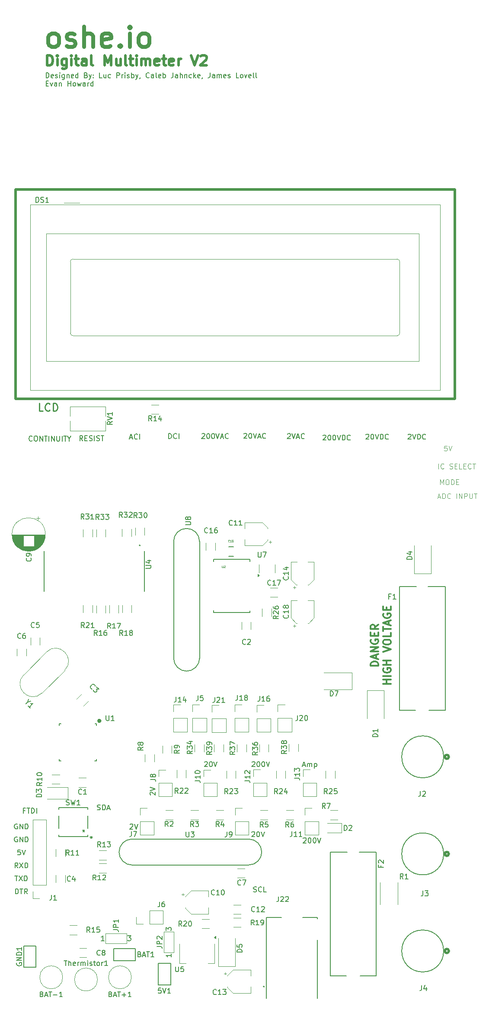
<source format=gbr>
%TF.GenerationSoftware,KiCad,Pcbnew,9.0.5*%
%TF.CreationDate,2025-10-28T12:45:37-04:00*%
%TF.ProjectId,oshe_dmm_project_v1,6f736865-5f64-46d6-9d5f-70726f6a6563,V1*%
%TF.SameCoordinates,Original*%
%TF.FileFunction,Legend,Top*%
%TF.FilePolarity,Positive*%
%FSLAX46Y46*%
G04 Gerber Fmt 4.6, Leading zero omitted, Abs format (unit mm)*
G04 Created by KiCad (PCBNEW 9.0.5) date 2025-10-28 12:45:37*
%MOMM*%
%LPD*%
G01*
G04 APERTURE LIST*
%ADD10C,0.500000*%
%ADD11C,0.150000*%
%ADD12C,0.250000*%
%ADD13C,0.750000*%
%ADD14C,0.100000*%
%ADD15C,0.200000*%
%ADD16C,0.300000*%
%ADD17C,0.098425*%
%ADD18C,0.105021*%
%ADD19C,0.120000*%
%ADD20C,0.127000*%
%ADD21C,0.409210*%
%ADD22C,0.152400*%
%ADD23C,0.508000*%
G04 APERTURE END LIST*
D10*
X121500500Y-68577000D02*
X207500500Y-68577000D01*
X207500500Y-109577000D01*
X121500500Y-109577000D01*
X121500500Y-68577000D01*
D11*
X143863810Y-117142104D02*
X144340000Y-117142104D01*
X143768572Y-117427819D02*
X144101905Y-116427819D01*
X144101905Y-116427819D02*
X144435238Y-117427819D01*
X145340000Y-117332580D02*
X145292381Y-117380200D01*
X145292381Y-117380200D02*
X145149524Y-117427819D01*
X145149524Y-117427819D02*
X145054286Y-117427819D01*
X145054286Y-117427819D02*
X144911429Y-117380200D01*
X144911429Y-117380200D02*
X144816191Y-117284961D01*
X144816191Y-117284961D02*
X144768572Y-117189723D01*
X144768572Y-117189723D02*
X144720953Y-116999247D01*
X144720953Y-116999247D02*
X144720953Y-116856390D01*
X144720953Y-116856390D02*
X144768572Y-116665914D01*
X144768572Y-116665914D02*
X144816191Y-116570676D01*
X144816191Y-116570676D02*
X144911429Y-116475438D01*
X144911429Y-116475438D02*
X145054286Y-116427819D01*
X145054286Y-116427819D02*
X145149524Y-116427819D01*
X145149524Y-116427819D02*
X145292381Y-116475438D01*
X145292381Y-116475438D02*
X145340000Y-116523057D01*
X145768572Y-117427819D02*
X145768572Y-116427819D01*
X158473524Y-180634057D02*
X158521143Y-180586438D01*
X158521143Y-180586438D02*
X158616381Y-180538819D01*
X158616381Y-180538819D02*
X158854476Y-180538819D01*
X158854476Y-180538819D02*
X158949714Y-180586438D01*
X158949714Y-180586438D02*
X158997333Y-180634057D01*
X158997333Y-180634057D02*
X159044952Y-180729295D01*
X159044952Y-180729295D02*
X159044952Y-180824533D01*
X159044952Y-180824533D02*
X158997333Y-180967390D01*
X158997333Y-180967390D02*
X158425905Y-181538819D01*
X158425905Y-181538819D02*
X159044952Y-181538819D01*
X159664000Y-180538819D02*
X159759238Y-180538819D01*
X159759238Y-180538819D02*
X159854476Y-180586438D01*
X159854476Y-180586438D02*
X159902095Y-180634057D01*
X159902095Y-180634057D02*
X159949714Y-180729295D01*
X159949714Y-180729295D02*
X159997333Y-180919771D01*
X159997333Y-180919771D02*
X159997333Y-181157866D01*
X159997333Y-181157866D02*
X159949714Y-181348342D01*
X159949714Y-181348342D02*
X159902095Y-181443580D01*
X159902095Y-181443580D02*
X159854476Y-181491200D01*
X159854476Y-181491200D02*
X159759238Y-181538819D01*
X159759238Y-181538819D02*
X159664000Y-181538819D01*
X159664000Y-181538819D02*
X159568762Y-181491200D01*
X159568762Y-181491200D02*
X159521143Y-181443580D01*
X159521143Y-181443580D02*
X159473524Y-181348342D01*
X159473524Y-181348342D02*
X159425905Y-181157866D01*
X159425905Y-181157866D02*
X159425905Y-180919771D01*
X159425905Y-180919771D02*
X159473524Y-180729295D01*
X159473524Y-180729295D02*
X159521143Y-180634057D01*
X159521143Y-180634057D02*
X159568762Y-180586438D01*
X159568762Y-180586438D02*
X159664000Y-180538819D01*
X160283048Y-180538819D02*
X160616381Y-181538819D01*
X160616381Y-181538819D02*
X160949714Y-180538819D01*
X177809333Y-195543857D02*
X177856952Y-195496238D01*
X177856952Y-195496238D02*
X177952190Y-195448619D01*
X177952190Y-195448619D02*
X178190285Y-195448619D01*
X178190285Y-195448619D02*
X178285523Y-195496238D01*
X178285523Y-195496238D02*
X178333142Y-195543857D01*
X178333142Y-195543857D02*
X178380761Y-195639095D01*
X178380761Y-195639095D02*
X178380761Y-195734333D01*
X178380761Y-195734333D02*
X178333142Y-195877190D01*
X178333142Y-195877190D02*
X177761714Y-196448619D01*
X177761714Y-196448619D02*
X178380761Y-196448619D01*
X178999809Y-195448619D02*
X179095047Y-195448619D01*
X179095047Y-195448619D02*
X179190285Y-195496238D01*
X179190285Y-195496238D02*
X179237904Y-195543857D01*
X179237904Y-195543857D02*
X179285523Y-195639095D01*
X179285523Y-195639095D02*
X179333142Y-195829571D01*
X179333142Y-195829571D02*
X179333142Y-196067666D01*
X179333142Y-196067666D02*
X179285523Y-196258142D01*
X179285523Y-196258142D02*
X179237904Y-196353380D01*
X179237904Y-196353380D02*
X179190285Y-196401000D01*
X179190285Y-196401000D02*
X179095047Y-196448619D01*
X179095047Y-196448619D02*
X178999809Y-196448619D01*
X178999809Y-196448619D02*
X178904571Y-196401000D01*
X178904571Y-196401000D02*
X178856952Y-196353380D01*
X178856952Y-196353380D02*
X178809333Y-196258142D01*
X178809333Y-196258142D02*
X178761714Y-196067666D01*
X178761714Y-196067666D02*
X178761714Y-195829571D01*
X178761714Y-195829571D02*
X178809333Y-195639095D01*
X178809333Y-195639095D02*
X178856952Y-195543857D01*
X178856952Y-195543857D02*
X178904571Y-195496238D01*
X178904571Y-195496238D02*
X178999809Y-195448619D01*
X179952190Y-195448619D02*
X180047428Y-195448619D01*
X180047428Y-195448619D02*
X180142666Y-195496238D01*
X180142666Y-195496238D02*
X180190285Y-195543857D01*
X180190285Y-195543857D02*
X180237904Y-195639095D01*
X180237904Y-195639095D02*
X180285523Y-195829571D01*
X180285523Y-195829571D02*
X180285523Y-196067666D01*
X180285523Y-196067666D02*
X180237904Y-196258142D01*
X180237904Y-196258142D02*
X180190285Y-196353380D01*
X180190285Y-196353380D02*
X180142666Y-196401000D01*
X180142666Y-196401000D02*
X180047428Y-196448619D01*
X180047428Y-196448619D02*
X179952190Y-196448619D01*
X179952190Y-196448619D02*
X179856952Y-196401000D01*
X179856952Y-196401000D02*
X179809333Y-196353380D01*
X179809333Y-196353380D02*
X179761714Y-196258142D01*
X179761714Y-196258142D02*
X179714095Y-196067666D01*
X179714095Y-196067666D02*
X179714095Y-195829571D01*
X179714095Y-195829571D02*
X179761714Y-195639095D01*
X179761714Y-195639095D02*
X179809333Y-195543857D01*
X179809333Y-195543857D02*
X179856952Y-195496238D01*
X179856952Y-195496238D02*
X179952190Y-195448619D01*
X180571238Y-195448619D02*
X180904571Y-196448619D01*
X180904571Y-196448619D02*
X181237904Y-195448619D01*
X167735575Y-194343057D02*
X167783194Y-194295438D01*
X167783194Y-194295438D02*
X167878432Y-194247819D01*
X167878432Y-194247819D02*
X168116527Y-194247819D01*
X168116527Y-194247819D02*
X168211765Y-194295438D01*
X168211765Y-194295438D02*
X168259384Y-194343057D01*
X168259384Y-194343057D02*
X168307003Y-194438295D01*
X168307003Y-194438295D02*
X168307003Y-194533533D01*
X168307003Y-194533533D02*
X168259384Y-194676390D01*
X168259384Y-194676390D02*
X167687956Y-195247819D01*
X167687956Y-195247819D02*
X168307003Y-195247819D01*
X168926051Y-194247819D02*
X169021289Y-194247819D01*
X169021289Y-194247819D02*
X169116527Y-194295438D01*
X169116527Y-194295438D02*
X169164146Y-194343057D01*
X169164146Y-194343057D02*
X169211765Y-194438295D01*
X169211765Y-194438295D02*
X169259384Y-194628771D01*
X169259384Y-194628771D02*
X169259384Y-194866866D01*
X169259384Y-194866866D02*
X169211765Y-195057342D01*
X169211765Y-195057342D02*
X169164146Y-195152580D01*
X169164146Y-195152580D02*
X169116527Y-195200200D01*
X169116527Y-195200200D02*
X169021289Y-195247819D01*
X169021289Y-195247819D02*
X168926051Y-195247819D01*
X168926051Y-195247819D02*
X168830813Y-195200200D01*
X168830813Y-195200200D02*
X168783194Y-195152580D01*
X168783194Y-195152580D02*
X168735575Y-195057342D01*
X168735575Y-195057342D02*
X168687956Y-194866866D01*
X168687956Y-194866866D02*
X168687956Y-194628771D01*
X168687956Y-194628771D02*
X168735575Y-194438295D01*
X168735575Y-194438295D02*
X168783194Y-194343057D01*
X168783194Y-194343057D02*
X168830813Y-194295438D01*
X168830813Y-194295438D02*
X168926051Y-194247819D01*
X169545099Y-194247819D02*
X169878432Y-195247819D01*
X169878432Y-195247819D02*
X170211765Y-194247819D01*
X121326095Y-202895819D02*
X121897523Y-202895819D01*
X121611809Y-203895819D02*
X121611809Y-202895819D01*
X122135619Y-202895819D02*
X122802285Y-203895819D01*
X122802285Y-202895819D02*
X122135619Y-203895819D01*
X123183238Y-203895819D02*
X123183238Y-202895819D01*
X123183238Y-202895819D02*
X123421333Y-202895819D01*
X123421333Y-202895819D02*
X123564190Y-202943438D01*
X123564190Y-202943438D02*
X123659428Y-203038676D01*
X123659428Y-203038676D02*
X123707047Y-203133914D01*
X123707047Y-203133914D02*
X123754666Y-203324390D01*
X123754666Y-203324390D02*
X123754666Y-203467247D01*
X123754666Y-203467247D02*
X123707047Y-203657723D01*
X123707047Y-203657723D02*
X123659428Y-203752961D01*
X123659428Y-203752961D02*
X123564190Y-203848200D01*
X123564190Y-203848200D02*
X123421333Y-203895819D01*
X123421333Y-203895819D02*
X123183238Y-203895819D01*
X147895057Y-187082285D02*
X147847438Y-187034666D01*
X147847438Y-187034666D02*
X147799819Y-186939428D01*
X147799819Y-186939428D02*
X147799819Y-186701333D01*
X147799819Y-186701333D02*
X147847438Y-186606095D01*
X147847438Y-186606095D02*
X147895057Y-186558476D01*
X147895057Y-186558476D02*
X147990295Y-186510857D01*
X147990295Y-186510857D02*
X148085533Y-186510857D01*
X148085533Y-186510857D02*
X148228390Y-186558476D01*
X148228390Y-186558476D02*
X148799819Y-187129904D01*
X148799819Y-187129904D02*
X148799819Y-186510857D01*
X147799819Y-186225142D02*
X148799819Y-185891809D01*
X148799819Y-185891809D02*
X147799819Y-185558476D01*
X122397523Y-197815819D02*
X121921333Y-197815819D01*
X121921333Y-197815819D02*
X121873714Y-198292009D01*
X121873714Y-198292009D02*
X121921333Y-198244390D01*
X121921333Y-198244390D02*
X122016571Y-198196771D01*
X122016571Y-198196771D02*
X122254666Y-198196771D01*
X122254666Y-198196771D02*
X122349904Y-198244390D01*
X122349904Y-198244390D02*
X122397523Y-198292009D01*
X122397523Y-198292009D02*
X122445142Y-198387247D01*
X122445142Y-198387247D02*
X122445142Y-198625342D01*
X122445142Y-198625342D02*
X122397523Y-198720580D01*
X122397523Y-198720580D02*
X122349904Y-198768200D01*
X122349904Y-198768200D02*
X122254666Y-198815819D01*
X122254666Y-198815819D02*
X122016571Y-198815819D01*
X122016571Y-198815819D02*
X121921333Y-198768200D01*
X121921333Y-198768200D02*
X121873714Y-198720580D01*
X122730857Y-197815819D02*
X123064190Y-198815819D01*
X123064190Y-198815819D02*
X123397523Y-197815819D01*
D12*
X126814285Y-111918928D02*
X126099999Y-111918928D01*
X126099999Y-111918928D02*
X126099999Y-110418928D01*
X128171428Y-111776071D02*
X128100000Y-111847500D01*
X128100000Y-111847500D02*
X127885714Y-111918928D01*
X127885714Y-111918928D02*
X127742857Y-111918928D01*
X127742857Y-111918928D02*
X127528571Y-111847500D01*
X127528571Y-111847500D02*
X127385714Y-111704642D01*
X127385714Y-111704642D02*
X127314285Y-111561785D01*
X127314285Y-111561785D02*
X127242857Y-111276071D01*
X127242857Y-111276071D02*
X127242857Y-111061785D01*
X127242857Y-111061785D02*
X127314285Y-110776071D01*
X127314285Y-110776071D02*
X127385714Y-110633214D01*
X127385714Y-110633214D02*
X127528571Y-110490357D01*
X127528571Y-110490357D02*
X127742857Y-110418928D01*
X127742857Y-110418928D02*
X127885714Y-110418928D01*
X127885714Y-110418928D02*
X128100000Y-110490357D01*
X128100000Y-110490357D02*
X128171428Y-110561785D01*
X128814285Y-111918928D02*
X128814285Y-110418928D01*
X128814285Y-110418928D02*
X129171428Y-110418928D01*
X129171428Y-110418928D02*
X129385714Y-110490357D01*
X129385714Y-110490357D02*
X129528571Y-110633214D01*
X129528571Y-110633214D02*
X129600000Y-110776071D01*
X129600000Y-110776071D02*
X129671428Y-111061785D01*
X129671428Y-111061785D02*
X129671428Y-111276071D01*
X129671428Y-111276071D02*
X129600000Y-111561785D01*
X129600000Y-111561785D02*
X129528571Y-111704642D01*
X129528571Y-111704642D02*
X129385714Y-111847500D01*
X129385714Y-111847500D02*
X129171428Y-111918928D01*
X129171428Y-111918928D02*
X128814285Y-111918928D01*
D11*
X121921333Y-201355819D02*
X121588000Y-200879628D01*
X121349905Y-201355819D02*
X121349905Y-200355819D01*
X121349905Y-200355819D02*
X121730857Y-200355819D01*
X121730857Y-200355819D02*
X121826095Y-200403438D01*
X121826095Y-200403438D02*
X121873714Y-200451057D01*
X121873714Y-200451057D02*
X121921333Y-200546295D01*
X121921333Y-200546295D02*
X121921333Y-200689152D01*
X121921333Y-200689152D02*
X121873714Y-200784390D01*
X121873714Y-200784390D02*
X121826095Y-200832009D01*
X121826095Y-200832009D02*
X121730857Y-200879628D01*
X121730857Y-200879628D02*
X121349905Y-200879628D01*
X122254667Y-200355819D02*
X122921333Y-201355819D01*
X122921333Y-200355819D02*
X122254667Y-201355819D01*
X123302286Y-201355819D02*
X123302286Y-200355819D01*
X123302286Y-200355819D02*
X123540381Y-200355819D01*
X123540381Y-200355819D02*
X123683238Y-200403438D01*
X123683238Y-200403438D02*
X123778476Y-200498676D01*
X123778476Y-200498676D02*
X123826095Y-200593914D01*
X123826095Y-200593914D02*
X123873714Y-200784390D01*
X123873714Y-200784390D02*
X123873714Y-200927247D01*
X123873714Y-200927247D02*
X123826095Y-201117723D01*
X123826095Y-201117723D02*
X123778476Y-201212961D01*
X123778476Y-201212961D02*
X123683238Y-201308200D01*
X123683238Y-201308200D02*
X123540381Y-201355819D01*
X123540381Y-201355819D02*
X123302286Y-201355819D01*
X121445143Y-206435819D02*
X121445143Y-205435819D01*
X121445143Y-205435819D02*
X121683238Y-205435819D01*
X121683238Y-205435819D02*
X121826095Y-205483438D01*
X121826095Y-205483438D02*
X121921333Y-205578676D01*
X121921333Y-205578676D02*
X121968952Y-205673914D01*
X121968952Y-205673914D02*
X122016571Y-205864390D01*
X122016571Y-205864390D02*
X122016571Y-206007247D01*
X122016571Y-206007247D02*
X121968952Y-206197723D01*
X121968952Y-206197723D02*
X121921333Y-206292961D01*
X121921333Y-206292961D02*
X121826095Y-206388200D01*
X121826095Y-206388200D02*
X121683238Y-206435819D01*
X121683238Y-206435819D02*
X121445143Y-206435819D01*
X122302286Y-205435819D02*
X122873714Y-205435819D01*
X122588000Y-206435819D02*
X122588000Y-205435819D01*
X123778476Y-206435819D02*
X123445143Y-205959628D01*
X123207048Y-206435819D02*
X123207048Y-205435819D01*
X123207048Y-205435819D02*
X123588000Y-205435819D01*
X123588000Y-205435819D02*
X123683238Y-205483438D01*
X123683238Y-205483438D02*
X123730857Y-205531057D01*
X123730857Y-205531057D02*
X123778476Y-205626295D01*
X123778476Y-205626295D02*
X123778476Y-205769152D01*
X123778476Y-205769152D02*
X123730857Y-205864390D01*
X123730857Y-205864390D02*
X123683238Y-205912009D01*
X123683238Y-205912009D02*
X123588000Y-205959628D01*
X123588000Y-205959628D02*
X123207048Y-205959628D01*
D13*
X128597230Y-40619476D02*
X128216278Y-40429000D01*
X128216278Y-40429000D02*
X128025801Y-40238523D01*
X128025801Y-40238523D02*
X127835325Y-39857571D01*
X127835325Y-39857571D02*
X127835325Y-38714714D01*
X127835325Y-38714714D02*
X128025801Y-38333761D01*
X128025801Y-38333761D02*
X128216278Y-38143285D01*
X128216278Y-38143285D02*
X128597230Y-37952809D01*
X128597230Y-37952809D02*
X129168659Y-37952809D01*
X129168659Y-37952809D02*
X129549611Y-38143285D01*
X129549611Y-38143285D02*
X129740087Y-38333761D01*
X129740087Y-38333761D02*
X129930563Y-38714714D01*
X129930563Y-38714714D02*
X129930563Y-39857571D01*
X129930563Y-39857571D02*
X129740087Y-40238523D01*
X129740087Y-40238523D02*
X129549611Y-40429000D01*
X129549611Y-40429000D02*
X129168659Y-40619476D01*
X129168659Y-40619476D02*
X128597230Y-40619476D01*
X131454373Y-40429000D02*
X131835326Y-40619476D01*
X131835326Y-40619476D02*
X132597230Y-40619476D01*
X132597230Y-40619476D02*
X132978183Y-40429000D01*
X132978183Y-40429000D02*
X133168659Y-40048047D01*
X133168659Y-40048047D02*
X133168659Y-39857571D01*
X133168659Y-39857571D02*
X132978183Y-39476619D01*
X132978183Y-39476619D02*
X132597230Y-39286142D01*
X132597230Y-39286142D02*
X132025802Y-39286142D01*
X132025802Y-39286142D02*
X131644849Y-39095666D01*
X131644849Y-39095666D02*
X131454373Y-38714714D01*
X131454373Y-38714714D02*
X131454373Y-38524238D01*
X131454373Y-38524238D02*
X131644849Y-38143285D01*
X131644849Y-38143285D02*
X132025802Y-37952809D01*
X132025802Y-37952809D02*
X132597230Y-37952809D01*
X132597230Y-37952809D02*
X132978183Y-38143285D01*
X134882944Y-40619476D02*
X134882944Y-36619476D01*
X136597230Y-40619476D02*
X136597230Y-38524238D01*
X136597230Y-38524238D02*
X136406754Y-38143285D01*
X136406754Y-38143285D02*
X136025802Y-37952809D01*
X136025802Y-37952809D02*
X135454373Y-37952809D01*
X135454373Y-37952809D02*
X135073421Y-38143285D01*
X135073421Y-38143285D02*
X134882944Y-38333761D01*
X140025802Y-40429000D02*
X139644850Y-40619476D01*
X139644850Y-40619476D02*
X138882945Y-40619476D01*
X138882945Y-40619476D02*
X138501992Y-40429000D01*
X138501992Y-40429000D02*
X138311516Y-40048047D01*
X138311516Y-40048047D02*
X138311516Y-38524238D01*
X138311516Y-38524238D02*
X138501992Y-38143285D01*
X138501992Y-38143285D02*
X138882945Y-37952809D01*
X138882945Y-37952809D02*
X139644850Y-37952809D01*
X139644850Y-37952809D02*
X140025802Y-38143285D01*
X140025802Y-38143285D02*
X140216278Y-38524238D01*
X140216278Y-38524238D02*
X140216278Y-38905190D01*
X140216278Y-38905190D02*
X138311516Y-39286142D01*
X141930563Y-40238523D02*
X142121040Y-40429000D01*
X142121040Y-40429000D02*
X141930563Y-40619476D01*
X141930563Y-40619476D02*
X141740087Y-40429000D01*
X141740087Y-40429000D02*
X141930563Y-40238523D01*
X141930563Y-40238523D02*
X141930563Y-40619476D01*
X143835325Y-40619476D02*
X143835325Y-37952809D01*
X143835325Y-36619476D02*
X143644849Y-36809952D01*
X143644849Y-36809952D02*
X143835325Y-37000428D01*
X143835325Y-37000428D02*
X144025802Y-36809952D01*
X144025802Y-36809952D02*
X143835325Y-36619476D01*
X143835325Y-36619476D02*
X143835325Y-37000428D01*
X146311516Y-40619476D02*
X145930564Y-40429000D01*
X145930564Y-40429000D02*
X145740087Y-40238523D01*
X145740087Y-40238523D02*
X145549611Y-39857571D01*
X145549611Y-39857571D02*
X145549611Y-38714714D01*
X145549611Y-38714714D02*
X145740087Y-38333761D01*
X145740087Y-38333761D02*
X145930564Y-38143285D01*
X145930564Y-38143285D02*
X146311516Y-37952809D01*
X146311516Y-37952809D02*
X146882945Y-37952809D01*
X146882945Y-37952809D02*
X147263897Y-38143285D01*
X147263897Y-38143285D02*
X147454373Y-38333761D01*
X147454373Y-38333761D02*
X147644849Y-38714714D01*
X147644849Y-38714714D02*
X147644849Y-39857571D01*
X147644849Y-39857571D02*
X147454373Y-40238523D01*
X147454373Y-40238523D02*
X147263897Y-40429000D01*
X147263897Y-40429000D02*
X146882945Y-40619476D01*
X146882945Y-40619476D02*
X146311516Y-40619476D01*
D10*
X127639137Y-44279238D02*
X127639137Y-42279238D01*
X127639137Y-42279238D02*
X128115327Y-42279238D01*
X128115327Y-42279238D02*
X128401042Y-42374476D01*
X128401042Y-42374476D02*
X128591518Y-42564952D01*
X128591518Y-42564952D02*
X128686756Y-42755428D01*
X128686756Y-42755428D02*
X128781994Y-43136380D01*
X128781994Y-43136380D02*
X128781994Y-43422095D01*
X128781994Y-43422095D02*
X128686756Y-43803047D01*
X128686756Y-43803047D02*
X128591518Y-43993523D01*
X128591518Y-43993523D02*
X128401042Y-44184000D01*
X128401042Y-44184000D02*
X128115327Y-44279238D01*
X128115327Y-44279238D02*
X127639137Y-44279238D01*
X129639137Y-44279238D02*
X129639137Y-42945904D01*
X129639137Y-42279238D02*
X129543899Y-42374476D01*
X129543899Y-42374476D02*
X129639137Y-42469714D01*
X129639137Y-42469714D02*
X129734375Y-42374476D01*
X129734375Y-42374476D02*
X129639137Y-42279238D01*
X129639137Y-42279238D02*
X129639137Y-42469714D01*
X131448661Y-42945904D02*
X131448661Y-44564952D01*
X131448661Y-44564952D02*
X131353423Y-44755428D01*
X131353423Y-44755428D02*
X131258185Y-44850666D01*
X131258185Y-44850666D02*
X131067708Y-44945904D01*
X131067708Y-44945904D02*
X130781994Y-44945904D01*
X130781994Y-44945904D02*
X130591518Y-44850666D01*
X131448661Y-44184000D02*
X131258185Y-44279238D01*
X131258185Y-44279238D02*
X130877232Y-44279238D01*
X130877232Y-44279238D02*
X130686756Y-44184000D01*
X130686756Y-44184000D02*
X130591518Y-44088761D01*
X130591518Y-44088761D02*
X130496280Y-43898285D01*
X130496280Y-43898285D02*
X130496280Y-43326857D01*
X130496280Y-43326857D02*
X130591518Y-43136380D01*
X130591518Y-43136380D02*
X130686756Y-43041142D01*
X130686756Y-43041142D02*
X130877232Y-42945904D01*
X130877232Y-42945904D02*
X131258185Y-42945904D01*
X131258185Y-42945904D02*
X131448661Y-43041142D01*
X132401042Y-44279238D02*
X132401042Y-42945904D01*
X132401042Y-42279238D02*
X132305804Y-42374476D01*
X132305804Y-42374476D02*
X132401042Y-42469714D01*
X132401042Y-42469714D02*
X132496280Y-42374476D01*
X132496280Y-42374476D02*
X132401042Y-42279238D01*
X132401042Y-42279238D02*
X132401042Y-42469714D01*
X133067709Y-42945904D02*
X133829613Y-42945904D01*
X133353423Y-42279238D02*
X133353423Y-43993523D01*
X133353423Y-43993523D02*
X133448661Y-44184000D01*
X133448661Y-44184000D02*
X133639137Y-44279238D01*
X133639137Y-44279238D02*
X133829613Y-44279238D01*
X135353423Y-44279238D02*
X135353423Y-43231619D01*
X135353423Y-43231619D02*
X135258185Y-43041142D01*
X135258185Y-43041142D02*
X135067709Y-42945904D01*
X135067709Y-42945904D02*
X134686756Y-42945904D01*
X134686756Y-42945904D02*
X134496280Y-43041142D01*
X135353423Y-44184000D02*
X135162947Y-44279238D01*
X135162947Y-44279238D02*
X134686756Y-44279238D01*
X134686756Y-44279238D02*
X134496280Y-44184000D01*
X134496280Y-44184000D02*
X134401042Y-43993523D01*
X134401042Y-43993523D02*
X134401042Y-43803047D01*
X134401042Y-43803047D02*
X134496280Y-43612571D01*
X134496280Y-43612571D02*
X134686756Y-43517333D01*
X134686756Y-43517333D02*
X135162947Y-43517333D01*
X135162947Y-43517333D02*
X135353423Y-43422095D01*
X136591518Y-44279238D02*
X136401042Y-44184000D01*
X136401042Y-44184000D02*
X136305804Y-43993523D01*
X136305804Y-43993523D02*
X136305804Y-42279238D01*
X138877233Y-44279238D02*
X138877233Y-42279238D01*
X138877233Y-42279238D02*
X139543900Y-43707809D01*
X139543900Y-43707809D02*
X140210566Y-42279238D01*
X140210566Y-42279238D02*
X140210566Y-44279238D01*
X142020090Y-42945904D02*
X142020090Y-44279238D01*
X141162947Y-42945904D02*
X141162947Y-43993523D01*
X141162947Y-43993523D02*
X141258185Y-44184000D01*
X141258185Y-44184000D02*
X141448661Y-44279238D01*
X141448661Y-44279238D02*
X141734376Y-44279238D01*
X141734376Y-44279238D02*
X141924852Y-44184000D01*
X141924852Y-44184000D02*
X142020090Y-44088761D01*
X143258185Y-44279238D02*
X143067709Y-44184000D01*
X143067709Y-44184000D02*
X142972471Y-43993523D01*
X142972471Y-43993523D02*
X142972471Y-42279238D01*
X143734376Y-42945904D02*
X144496280Y-42945904D01*
X144020090Y-42279238D02*
X144020090Y-43993523D01*
X144020090Y-43993523D02*
X144115328Y-44184000D01*
X144115328Y-44184000D02*
X144305804Y-44279238D01*
X144305804Y-44279238D02*
X144496280Y-44279238D01*
X145162947Y-44279238D02*
X145162947Y-42945904D01*
X145162947Y-42279238D02*
X145067709Y-42374476D01*
X145067709Y-42374476D02*
X145162947Y-42469714D01*
X145162947Y-42469714D02*
X145258185Y-42374476D01*
X145258185Y-42374476D02*
X145162947Y-42279238D01*
X145162947Y-42279238D02*
X145162947Y-42469714D01*
X146115328Y-44279238D02*
X146115328Y-42945904D01*
X146115328Y-43136380D02*
X146210566Y-43041142D01*
X146210566Y-43041142D02*
X146401042Y-42945904D01*
X146401042Y-42945904D02*
X146686757Y-42945904D01*
X146686757Y-42945904D02*
X146877233Y-43041142D01*
X146877233Y-43041142D02*
X146972471Y-43231619D01*
X146972471Y-43231619D02*
X146972471Y-44279238D01*
X146972471Y-43231619D02*
X147067709Y-43041142D01*
X147067709Y-43041142D02*
X147258185Y-42945904D01*
X147258185Y-42945904D02*
X147543899Y-42945904D01*
X147543899Y-42945904D02*
X147734376Y-43041142D01*
X147734376Y-43041142D02*
X147829614Y-43231619D01*
X147829614Y-43231619D02*
X147829614Y-44279238D01*
X149543900Y-44184000D02*
X149353424Y-44279238D01*
X149353424Y-44279238D02*
X148972471Y-44279238D01*
X148972471Y-44279238D02*
X148781995Y-44184000D01*
X148781995Y-44184000D02*
X148686757Y-43993523D01*
X148686757Y-43993523D02*
X148686757Y-43231619D01*
X148686757Y-43231619D02*
X148781995Y-43041142D01*
X148781995Y-43041142D02*
X148972471Y-42945904D01*
X148972471Y-42945904D02*
X149353424Y-42945904D01*
X149353424Y-42945904D02*
X149543900Y-43041142D01*
X149543900Y-43041142D02*
X149639138Y-43231619D01*
X149639138Y-43231619D02*
X149639138Y-43422095D01*
X149639138Y-43422095D02*
X148686757Y-43612571D01*
X150210567Y-42945904D02*
X150972471Y-42945904D01*
X150496281Y-42279238D02*
X150496281Y-43993523D01*
X150496281Y-43993523D02*
X150591519Y-44184000D01*
X150591519Y-44184000D02*
X150781995Y-44279238D01*
X150781995Y-44279238D02*
X150972471Y-44279238D01*
X152401043Y-44184000D02*
X152210567Y-44279238D01*
X152210567Y-44279238D02*
X151829614Y-44279238D01*
X151829614Y-44279238D02*
X151639138Y-44184000D01*
X151639138Y-44184000D02*
X151543900Y-43993523D01*
X151543900Y-43993523D02*
X151543900Y-43231619D01*
X151543900Y-43231619D02*
X151639138Y-43041142D01*
X151639138Y-43041142D02*
X151829614Y-42945904D01*
X151829614Y-42945904D02*
X152210567Y-42945904D01*
X152210567Y-42945904D02*
X152401043Y-43041142D01*
X152401043Y-43041142D02*
X152496281Y-43231619D01*
X152496281Y-43231619D02*
X152496281Y-43422095D01*
X152496281Y-43422095D02*
X151543900Y-43612571D01*
X153353424Y-44279238D02*
X153353424Y-42945904D01*
X153353424Y-43326857D02*
X153448662Y-43136380D01*
X153448662Y-43136380D02*
X153543900Y-43041142D01*
X153543900Y-43041142D02*
X153734376Y-42945904D01*
X153734376Y-42945904D02*
X153924853Y-42945904D01*
X155829615Y-42279238D02*
X156496281Y-44279238D01*
X156496281Y-44279238D02*
X157162948Y-42279238D01*
X157734377Y-42469714D02*
X157829615Y-42374476D01*
X157829615Y-42374476D02*
X158020091Y-42279238D01*
X158020091Y-42279238D02*
X158496282Y-42279238D01*
X158496282Y-42279238D02*
X158686758Y-42374476D01*
X158686758Y-42374476D02*
X158781996Y-42469714D01*
X158781996Y-42469714D02*
X158877234Y-42660190D01*
X158877234Y-42660190D02*
X158877234Y-42850666D01*
X158877234Y-42850666D02*
X158781996Y-43136380D01*
X158781996Y-43136380D02*
X157639139Y-44279238D01*
X157639139Y-44279238D02*
X158877234Y-44279238D01*
D14*
X204583884Y-126320419D02*
X204583884Y-125320419D01*
X204583884Y-125320419D02*
X204917217Y-126034704D01*
X204917217Y-126034704D02*
X205250550Y-125320419D01*
X205250550Y-125320419D02*
X205250550Y-126320419D01*
X205917217Y-125320419D02*
X206107693Y-125320419D01*
X206107693Y-125320419D02*
X206202931Y-125368038D01*
X206202931Y-125368038D02*
X206298169Y-125463276D01*
X206298169Y-125463276D02*
X206345788Y-125653752D01*
X206345788Y-125653752D02*
X206345788Y-125987085D01*
X206345788Y-125987085D02*
X206298169Y-126177561D01*
X206298169Y-126177561D02*
X206202931Y-126272800D01*
X206202931Y-126272800D02*
X206107693Y-126320419D01*
X206107693Y-126320419D02*
X205917217Y-126320419D01*
X205917217Y-126320419D02*
X205821979Y-126272800D01*
X205821979Y-126272800D02*
X205726741Y-126177561D01*
X205726741Y-126177561D02*
X205679122Y-125987085D01*
X205679122Y-125987085D02*
X205679122Y-125653752D01*
X205679122Y-125653752D02*
X205726741Y-125463276D01*
X205726741Y-125463276D02*
X205821979Y-125368038D01*
X205821979Y-125368038D02*
X205917217Y-125320419D01*
X206774360Y-126320419D02*
X206774360Y-125320419D01*
X206774360Y-125320419D02*
X207012455Y-125320419D01*
X207012455Y-125320419D02*
X207155312Y-125368038D01*
X207155312Y-125368038D02*
X207250550Y-125463276D01*
X207250550Y-125463276D02*
X207298169Y-125558514D01*
X207298169Y-125558514D02*
X207345788Y-125748990D01*
X207345788Y-125748990D02*
X207345788Y-125891847D01*
X207345788Y-125891847D02*
X207298169Y-126082323D01*
X207298169Y-126082323D02*
X207250550Y-126177561D01*
X207250550Y-126177561D02*
X207155312Y-126272800D01*
X207155312Y-126272800D02*
X207012455Y-126320419D01*
X207012455Y-126320419D02*
X206774360Y-126320419D01*
X207774360Y-125796609D02*
X208107693Y-125796609D01*
X208250550Y-126320419D02*
X207774360Y-126320419D01*
X207774360Y-126320419D02*
X207774360Y-125320419D01*
X207774360Y-125320419D02*
X208250550Y-125320419D01*
D11*
X177737857Y-181253104D02*
X178214047Y-181253104D01*
X177642619Y-181538819D02*
X177975952Y-180538819D01*
X177975952Y-180538819D02*
X178309285Y-181538819D01*
X178642619Y-181538819D02*
X178642619Y-180872152D01*
X178642619Y-180967390D02*
X178690238Y-180919771D01*
X178690238Y-180919771D02*
X178785476Y-180872152D01*
X178785476Y-180872152D02*
X178928333Y-180872152D01*
X178928333Y-180872152D02*
X179023571Y-180919771D01*
X179023571Y-180919771D02*
X179071190Y-181015009D01*
X179071190Y-181015009D02*
X179071190Y-181538819D01*
X179071190Y-181015009D02*
X179118809Y-180919771D01*
X179118809Y-180919771D02*
X179214047Y-180872152D01*
X179214047Y-180872152D02*
X179356904Y-180872152D01*
X179356904Y-180872152D02*
X179452143Y-180919771D01*
X179452143Y-180919771D02*
X179499762Y-181015009D01*
X179499762Y-181015009D02*
X179499762Y-181538819D01*
X179975952Y-180872152D02*
X179975952Y-181872152D01*
X179975952Y-180919771D02*
X180071190Y-180872152D01*
X180071190Y-180872152D02*
X180261666Y-180872152D01*
X180261666Y-180872152D02*
X180356904Y-180919771D01*
X180356904Y-180919771D02*
X180404523Y-180967390D01*
X180404523Y-180967390D02*
X180452142Y-181062628D01*
X180452142Y-181062628D02*
X180452142Y-181348342D01*
X180452142Y-181348342D02*
X180404523Y-181443580D01*
X180404523Y-181443580D02*
X180356904Y-181491200D01*
X180356904Y-181491200D02*
X180261666Y-181538819D01*
X180261666Y-181538819D02*
X180071190Y-181538819D01*
X180071190Y-181538819D02*
X179975952Y-181491200D01*
X121826095Y-195323438D02*
X121730857Y-195275819D01*
X121730857Y-195275819D02*
X121588000Y-195275819D01*
X121588000Y-195275819D02*
X121445143Y-195323438D01*
X121445143Y-195323438D02*
X121349905Y-195418676D01*
X121349905Y-195418676D02*
X121302286Y-195513914D01*
X121302286Y-195513914D02*
X121254667Y-195704390D01*
X121254667Y-195704390D02*
X121254667Y-195847247D01*
X121254667Y-195847247D02*
X121302286Y-196037723D01*
X121302286Y-196037723D02*
X121349905Y-196132961D01*
X121349905Y-196132961D02*
X121445143Y-196228200D01*
X121445143Y-196228200D02*
X121588000Y-196275819D01*
X121588000Y-196275819D02*
X121683238Y-196275819D01*
X121683238Y-196275819D02*
X121826095Y-196228200D01*
X121826095Y-196228200D02*
X121873714Y-196180580D01*
X121873714Y-196180580D02*
X121873714Y-195847247D01*
X121873714Y-195847247D02*
X121683238Y-195847247D01*
X122302286Y-196275819D02*
X122302286Y-195275819D01*
X122302286Y-195275819D02*
X122873714Y-196275819D01*
X122873714Y-196275819D02*
X122873714Y-195275819D01*
X123349905Y-196275819D02*
X123349905Y-195275819D01*
X123349905Y-195275819D02*
X123588000Y-195275819D01*
X123588000Y-195275819D02*
X123730857Y-195323438D01*
X123730857Y-195323438D02*
X123826095Y-195418676D01*
X123826095Y-195418676D02*
X123873714Y-195513914D01*
X123873714Y-195513914D02*
X123921333Y-195704390D01*
X123921333Y-195704390D02*
X123921333Y-195847247D01*
X123921333Y-195847247D02*
X123873714Y-196037723D01*
X123873714Y-196037723D02*
X123826095Y-196132961D01*
X123826095Y-196132961D02*
X123730857Y-196228200D01*
X123730857Y-196228200D02*
X123588000Y-196275819D01*
X123588000Y-196275819D02*
X123349905Y-196275819D01*
X167776333Y-180634057D02*
X167823952Y-180586438D01*
X167823952Y-180586438D02*
X167919190Y-180538819D01*
X167919190Y-180538819D02*
X168157285Y-180538819D01*
X168157285Y-180538819D02*
X168252523Y-180586438D01*
X168252523Y-180586438D02*
X168300142Y-180634057D01*
X168300142Y-180634057D02*
X168347761Y-180729295D01*
X168347761Y-180729295D02*
X168347761Y-180824533D01*
X168347761Y-180824533D02*
X168300142Y-180967390D01*
X168300142Y-180967390D02*
X167728714Y-181538819D01*
X167728714Y-181538819D02*
X168347761Y-181538819D01*
X168966809Y-180538819D02*
X169062047Y-180538819D01*
X169062047Y-180538819D02*
X169157285Y-180586438D01*
X169157285Y-180586438D02*
X169204904Y-180634057D01*
X169204904Y-180634057D02*
X169252523Y-180729295D01*
X169252523Y-180729295D02*
X169300142Y-180919771D01*
X169300142Y-180919771D02*
X169300142Y-181157866D01*
X169300142Y-181157866D02*
X169252523Y-181348342D01*
X169252523Y-181348342D02*
X169204904Y-181443580D01*
X169204904Y-181443580D02*
X169157285Y-181491200D01*
X169157285Y-181491200D02*
X169062047Y-181538819D01*
X169062047Y-181538819D02*
X168966809Y-181538819D01*
X168966809Y-181538819D02*
X168871571Y-181491200D01*
X168871571Y-181491200D02*
X168823952Y-181443580D01*
X168823952Y-181443580D02*
X168776333Y-181348342D01*
X168776333Y-181348342D02*
X168728714Y-181157866D01*
X168728714Y-181157866D02*
X168728714Y-180919771D01*
X168728714Y-180919771D02*
X168776333Y-180729295D01*
X168776333Y-180729295D02*
X168823952Y-180634057D01*
X168823952Y-180634057D02*
X168871571Y-180586438D01*
X168871571Y-180586438D02*
X168966809Y-180538819D01*
X169919190Y-180538819D02*
X170014428Y-180538819D01*
X170014428Y-180538819D02*
X170109666Y-180586438D01*
X170109666Y-180586438D02*
X170157285Y-180634057D01*
X170157285Y-180634057D02*
X170204904Y-180729295D01*
X170204904Y-180729295D02*
X170252523Y-180919771D01*
X170252523Y-180919771D02*
X170252523Y-181157866D01*
X170252523Y-181157866D02*
X170204904Y-181348342D01*
X170204904Y-181348342D02*
X170157285Y-181443580D01*
X170157285Y-181443580D02*
X170109666Y-181491200D01*
X170109666Y-181491200D02*
X170014428Y-181538819D01*
X170014428Y-181538819D02*
X169919190Y-181538819D01*
X169919190Y-181538819D02*
X169823952Y-181491200D01*
X169823952Y-181491200D02*
X169776333Y-181443580D01*
X169776333Y-181443580D02*
X169728714Y-181348342D01*
X169728714Y-181348342D02*
X169681095Y-181157866D01*
X169681095Y-181157866D02*
X169681095Y-180919771D01*
X169681095Y-180919771D02*
X169728714Y-180729295D01*
X169728714Y-180729295D02*
X169776333Y-180634057D01*
X169776333Y-180634057D02*
X169823952Y-180586438D01*
X169823952Y-180586438D02*
X169919190Y-180538819D01*
X170538238Y-180538819D02*
X170871571Y-181538819D01*
X170871571Y-181538819D02*
X171204904Y-180538819D01*
D15*
X127457673Y-46710247D02*
X127457673Y-45710247D01*
X127457673Y-45710247D02*
X127695768Y-45710247D01*
X127695768Y-45710247D02*
X127838625Y-45757866D01*
X127838625Y-45757866D02*
X127933863Y-45853104D01*
X127933863Y-45853104D02*
X127981482Y-45948342D01*
X127981482Y-45948342D02*
X128029101Y-46138818D01*
X128029101Y-46138818D02*
X128029101Y-46281675D01*
X128029101Y-46281675D02*
X127981482Y-46472151D01*
X127981482Y-46472151D02*
X127933863Y-46567389D01*
X127933863Y-46567389D02*
X127838625Y-46662628D01*
X127838625Y-46662628D02*
X127695768Y-46710247D01*
X127695768Y-46710247D02*
X127457673Y-46710247D01*
X128838625Y-46662628D02*
X128743387Y-46710247D01*
X128743387Y-46710247D02*
X128552911Y-46710247D01*
X128552911Y-46710247D02*
X128457673Y-46662628D01*
X128457673Y-46662628D02*
X128410054Y-46567389D01*
X128410054Y-46567389D02*
X128410054Y-46186437D01*
X128410054Y-46186437D02*
X128457673Y-46091199D01*
X128457673Y-46091199D02*
X128552911Y-46043580D01*
X128552911Y-46043580D02*
X128743387Y-46043580D01*
X128743387Y-46043580D02*
X128838625Y-46091199D01*
X128838625Y-46091199D02*
X128886244Y-46186437D01*
X128886244Y-46186437D02*
X128886244Y-46281675D01*
X128886244Y-46281675D02*
X128410054Y-46376913D01*
X129267197Y-46662628D02*
X129362435Y-46710247D01*
X129362435Y-46710247D02*
X129552911Y-46710247D01*
X129552911Y-46710247D02*
X129648149Y-46662628D01*
X129648149Y-46662628D02*
X129695768Y-46567389D01*
X129695768Y-46567389D02*
X129695768Y-46519770D01*
X129695768Y-46519770D02*
X129648149Y-46424532D01*
X129648149Y-46424532D02*
X129552911Y-46376913D01*
X129552911Y-46376913D02*
X129410054Y-46376913D01*
X129410054Y-46376913D02*
X129314816Y-46329294D01*
X129314816Y-46329294D02*
X129267197Y-46234056D01*
X129267197Y-46234056D02*
X129267197Y-46186437D01*
X129267197Y-46186437D02*
X129314816Y-46091199D01*
X129314816Y-46091199D02*
X129410054Y-46043580D01*
X129410054Y-46043580D02*
X129552911Y-46043580D01*
X129552911Y-46043580D02*
X129648149Y-46091199D01*
X130124340Y-46710247D02*
X130124340Y-46043580D01*
X130124340Y-45710247D02*
X130076721Y-45757866D01*
X130076721Y-45757866D02*
X130124340Y-45805485D01*
X130124340Y-45805485D02*
X130171959Y-45757866D01*
X130171959Y-45757866D02*
X130124340Y-45710247D01*
X130124340Y-45710247D02*
X130124340Y-45805485D01*
X131029101Y-46043580D02*
X131029101Y-46853104D01*
X131029101Y-46853104D02*
X130981482Y-46948342D01*
X130981482Y-46948342D02*
X130933863Y-46995961D01*
X130933863Y-46995961D02*
X130838625Y-47043580D01*
X130838625Y-47043580D02*
X130695768Y-47043580D01*
X130695768Y-47043580D02*
X130600530Y-46995961D01*
X131029101Y-46662628D02*
X130933863Y-46710247D01*
X130933863Y-46710247D02*
X130743387Y-46710247D01*
X130743387Y-46710247D02*
X130648149Y-46662628D01*
X130648149Y-46662628D02*
X130600530Y-46615008D01*
X130600530Y-46615008D02*
X130552911Y-46519770D01*
X130552911Y-46519770D02*
X130552911Y-46234056D01*
X130552911Y-46234056D02*
X130600530Y-46138818D01*
X130600530Y-46138818D02*
X130648149Y-46091199D01*
X130648149Y-46091199D02*
X130743387Y-46043580D01*
X130743387Y-46043580D02*
X130933863Y-46043580D01*
X130933863Y-46043580D02*
X131029101Y-46091199D01*
X131505292Y-46043580D02*
X131505292Y-46710247D01*
X131505292Y-46138818D02*
X131552911Y-46091199D01*
X131552911Y-46091199D02*
X131648149Y-46043580D01*
X131648149Y-46043580D02*
X131791006Y-46043580D01*
X131791006Y-46043580D02*
X131886244Y-46091199D01*
X131886244Y-46091199D02*
X131933863Y-46186437D01*
X131933863Y-46186437D02*
X131933863Y-46710247D01*
X132791006Y-46662628D02*
X132695768Y-46710247D01*
X132695768Y-46710247D02*
X132505292Y-46710247D01*
X132505292Y-46710247D02*
X132410054Y-46662628D01*
X132410054Y-46662628D02*
X132362435Y-46567389D01*
X132362435Y-46567389D02*
X132362435Y-46186437D01*
X132362435Y-46186437D02*
X132410054Y-46091199D01*
X132410054Y-46091199D02*
X132505292Y-46043580D01*
X132505292Y-46043580D02*
X132695768Y-46043580D01*
X132695768Y-46043580D02*
X132791006Y-46091199D01*
X132791006Y-46091199D02*
X132838625Y-46186437D01*
X132838625Y-46186437D02*
X132838625Y-46281675D01*
X132838625Y-46281675D02*
X132362435Y-46376913D01*
X133695768Y-46710247D02*
X133695768Y-45710247D01*
X133695768Y-46662628D02*
X133600530Y-46710247D01*
X133600530Y-46710247D02*
X133410054Y-46710247D01*
X133410054Y-46710247D02*
X133314816Y-46662628D01*
X133314816Y-46662628D02*
X133267197Y-46615008D01*
X133267197Y-46615008D02*
X133219578Y-46519770D01*
X133219578Y-46519770D02*
X133219578Y-46234056D01*
X133219578Y-46234056D02*
X133267197Y-46138818D01*
X133267197Y-46138818D02*
X133314816Y-46091199D01*
X133314816Y-46091199D02*
X133410054Y-46043580D01*
X133410054Y-46043580D02*
X133600530Y-46043580D01*
X133600530Y-46043580D02*
X133695768Y-46091199D01*
X135267197Y-46186437D02*
X135410054Y-46234056D01*
X135410054Y-46234056D02*
X135457673Y-46281675D01*
X135457673Y-46281675D02*
X135505292Y-46376913D01*
X135505292Y-46376913D02*
X135505292Y-46519770D01*
X135505292Y-46519770D02*
X135457673Y-46615008D01*
X135457673Y-46615008D02*
X135410054Y-46662628D01*
X135410054Y-46662628D02*
X135314816Y-46710247D01*
X135314816Y-46710247D02*
X134933864Y-46710247D01*
X134933864Y-46710247D02*
X134933864Y-45710247D01*
X134933864Y-45710247D02*
X135267197Y-45710247D01*
X135267197Y-45710247D02*
X135362435Y-45757866D01*
X135362435Y-45757866D02*
X135410054Y-45805485D01*
X135410054Y-45805485D02*
X135457673Y-45900723D01*
X135457673Y-45900723D02*
X135457673Y-45995961D01*
X135457673Y-45995961D02*
X135410054Y-46091199D01*
X135410054Y-46091199D02*
X135362435Y-46138818D01*
X135362435Y-46138818D02*
X135267197Y-46186437D01*
X135267197Y-46186437D02*
X134933864Y-46186437D01*
X135838626Y-46043580D02*
X136076721Y-46710247D01*
X136314816Y-46043580D02*
X136076721Y-46710247D01*
X136076721Y-46710247D02*
X135981483Y-46948342D01*
X135981483Y-46948342D02*
X135933864Y-46995961D01*
X135933864Y-46995961D02*
X135838626Y-47043580D01*
X136695769Y-46615008D02*
X136743388Y-46662628D01*
X136743388Y-46662628D02*
X136695769Y-46710247D01*
X136695769Y-46710247D02*
X136648150Y-46662628D01*
X136648150Y-46662628D02*
X136695769Y-46615008D01*
X136695769Y-46615008D02*
X136695769Y-46710247D01*
X136695769Y-46091199D02*
X136743388Y-46138818D01*
X136743388Y-46138818D02*
X136695769Y-46186437D01*
X136695769Y-46186437D02*
X136648150Y-46138818D01*
X136648150Y-46138818D02*
X136695769Y-46091199D01*
X136695769Y-46091199D02*
X136695769Y-46186437D01*
X138410054Y-46710247D02*
X137933864Y-46710247D01*
X137933864Y-46710247D02*
X137933864Y-45710247D01*
X139171959Y-46043580D02*
X139171959Y-46710247D01*
X138743388Y-46043580D02*
X138743388Y-46567389D01*
X138743388Y-46567389D02*
X138791007Y-46662628D01*
X138791007Y-46662628D02*
X138886245Y-46710247D01*
X138886245Y-46710247D02*
X139029102Y-46710247D01*
X139029102Y-46710247D02*
X139124340Y-46662628D01*
X139124340Y-46662628D02*
X139171959Y-46615008D01*
X140076721Y-46662628D02*
X139981483Y-46710247D01*
X139981483Y-46710247D02*
X139791007Y-46710247D01*
X139791007Y-46710247D02*
X139695769Y-46662628D01*
X139695769Y-46662628D02*
X139648150Y-46615008D01*
X139648150Y-46615008D02*
X139600531Y-46519770D01*
X139600531Y-46519770D02*
X139600531Y-46234056D01*
X139600531Y-46234056D02*
X139648150Y-46138818D01*
X139648150Y-46138818D02*
X139695769Y-46091199D01*
X139695769Y-46091199D02*
X139791007Y-46043580D01*
X139791007Y-46043580D02*
X139981483Y-46043580D01*
X139981483Y-46043580D02*
X140076721Y-46091199D01*
X141267198Y-46710247D02*
X141267198Y-45710247D01*
X141267198Y-45710247D02*
X141648150Y-45710247D01*
X141648150Y-45710247D02*
X141743388Y-45757866D01*
X141743388Y-45757866D02*
X141791007Y-45805485D01*
X141791007Y-45805485D02*
X141838626Y-45900723D01*
X141838626Y-45900723D02*
X141838626Y-46043580D01*
X141838626Y-46043580D02*
X141791007Y-46138818D01*
X141791007Y-46138818D02*
X141743388Y-46186437D01*
X141743388Y-46186437D02*
X141648150Y-46234056D01*
X141648150Y-46234056D02*
X141267198Y-46234056D01*
X142267198Y-46710247D02*
X142267198Y-46043580D01*
X142267198Y-46234056D02*
X142314817Y-46138818D01*
X142314817Y-46138818D02*
X142362436Y-46091199D01*
X142362436Y-46091199D02*
X142457674Y-46043580D01*
X142457674Y-46043580D02*
X142552912Y-46043580D01*
X142886246Y-46710247D02*
X142886246Y-46043580D01*
X142886246Y-45710247D02*
X142838627Y-45757866D01*
X142838627Y-45757866D02*
X142886246Y-45805485D01*
X142886246Y-45805485D02*
X142933865Y-45757866D01*
X142933865Y-45757866D02*
X142886246Y-45710247D01*
X142886246Y-45710247D02*
X142886246Y-45805485D01*
X143314817Y-46662628D02*
X143410055Y-46710247D01*
X143410055Y-46710247D02*
X143600531Y-46710247D01*
X143600531Y-46710247D02*
X143695769Y-46662628D01*
X143695769Y-46662628D02*
X143743388Y-46567389D01*
X143743388Y-46567389D02*
X143743388Y-46519770D01*
X143743388Y-46519770D02*
X143695769Y-46424532D01*
X143695769Y-46424532D02*
X143600531Y-46376913D01*
X143600531Y-46376913D02*
X143457674Y-46376913D01*
X143457674Y-46376913D02*
X143362436Y-46329294D01*
X143362436Y-46329294D02*
X143314817Y-46234056D01*
X143314817Y-46234056D02*
X143314817Y-46186437D01*
X143314817Y-46186437D02*
X143362436Y-46091199D01*
X143362436Y-46091199D02*
X143457674Y-46043580D01*
X143457674Y-46043580D02*
X143600531Y-46043580D01*
X143600531Y-46043580D02*
X143695769Y-46091199D01*
X144171960Y-46710247D02*
X144171960Y-45710247D01*
X144171960Y-46091199D02*
X144267198Y-46043580D01*
X144267198Y-46043580D02*
X144457674Y-46043580D01*
X144457674Y-46043580D02*
X144552912Y-46091199D01*
X144552912Y-46091199D02*
X144600531Y-46138818D01*
X144600531Y-46138818D02*
X144648150Y-46234056D01*
X144648150Y-46234056D02*
X144648150Y-46519770D01*
X144648150Y-46519770D02*
X144600531Y-46615008D01*
X144600531Y-46615008D02*
X144552912Y-46662628D01*
X144552912Y-46662628D02*
X144457674Y-46710247D01*
X144457674Y-46710247D02*
X144267198Y-46710247D01*
X144267198Y-46710247D02*
X144171960Y-46662628D01*
X144981484Y-46043580D02*
X145219579Y-46710247D01*
X145457674Y-46043580D02*
X145219579Y-46710247D01*
X145219579Y-46710247D02*
X145124341Y-46948342D01*
X145124341Y-46948342D02*
X145076722Y-46995961D01*
X145076722Y-46995961D02*
X144981484Y-47043580D01*
X145886246Y-46662628D02*
X145886246Y-46710247D01*
X145886246Y-46710247D02*
X145838627Y-46805485D01*
X145838627Y-46805485D02*
X145791008Y-46853104D01*
X147648150Y-46615008D02*
X147600531Y-46662628D01*
X147600531Y-46662628D02*
X147457674Y-46710247D01*
X147457674Y-46710247D02*
X147362436Y-46710247D01*
X147362436Y-46710247D02*
X147219579Y-46662628D01*
X147219579Y-46662628D02*
X147124341Y-46567389D01*
X147124341Y-46567389D02*
X147076722Y-46472151D01*
X147076722Y-46472151D02*
X147029103Y-46281675D01*
X147029103Y-46281675D02*
X147029103Y-46138818D01*
X147029103Y-46138818D02*
X147076722Y-45948342D01*
X147076722Y-45948342D02*
X147124341Y-45853104D01*
X147124341Y-45853104D02*
X147219579Y-45757866D01*
X147219579Y-45757866D02*
X147362436Y-45710247D01*
X147362436Y-45710247D02*
X147457674Y-45710247D01*
X147457674Y-45710247D02*
X147600531Y-45757866D01*
X147600531Y-45757866D02*
X147648150Y-45805485D01*
X148505293Y-46710247D02*
X148505293Y-46186437D01*
X148505293Y-46186437D02*
X148457674Y-46091199D01*
X148457674Y-46091199D02*
X148362436Y-46043580D01*
X148362436Y-46043580D02*
X148171960Y-46043580D01*
X148171960Y-46043580D02*
X148076722Y-46091199D01*
X148505293Y-46662628D02*
X148410055Y-46710247D01*
X148410055Y-46710247D02*
X148171960Y-46710247D01*
X148171960Y-46710247D02*
X148076722Y-46662628D01*
X148076722Y-46662628D02*
X148029103Y-46567389D01*
X148029103Y-46567389D02*
X148029103Y-46472151D01*
X148029103Y-46472151D02*
X148076722Y-46376913D01*
X148076722Y-46376913D02*
X148171960Y-46329294D01*
X148171960Y-46329294D02*
X148410055Y-46329294D01*
X148410055Y-46329294D02*
X148505293Y-46281675D01*
X149124341Y-46710247D02*
X149029103Y-46662628D01*
X149029103Y-46662628D02*
X148981484Y-46567389D01*
X148981484Y-46567389D02*
X148981484Y-45710247D01*
X149886246Y-46662628D02*
X149791008Y-46710247D01*
X149791008Y-46710247D02*
X149600532Y-46710247D01*
X149600532Y-46710247D02*
X149505294Y-46662628D01*
X149505294Y-46662628D02*
X149457675Y-46567389D01*
X149457675Y-46567389D02*
X149457675Y-46186437D01*
X149457675Y-46186437D02*
X149505294Y-46091199D01*
X149505294Y-46091199D02*
X149600532Y-46043580D01*
X149600532Y-46043580D02*
X149791008Y-46043580D01*
X149791008Y-46043580D02*
X149886246Y-46091199D01*
X149886246Y-46091199D02*
X149933865Y-46186437D01*
X149933865Y-46186437D02*
X149933865Y-46281675D01*
X149933865Y-46281675D02*
X149457675Y-46376913D01*
X150362437Y-46710247D02*
X150362437Y-45710247D01*
X150362437Y-46091199D02*
X150457675Y-46043580D01*
X150457675Y-46043580D02*
X150648151Y-46043580D01*
X150648151Y-46043580D02*
X150743389Y-46091199D01*
X150743389Y-46091199D02*
X150791008Y-46138818D01*
X150791008Y-46138818D02*
X150838627Y-46234056D01*
X150838627Y-46234056D02*
X150838627Y-46519770D01*
X150838627Y-46519770D02*
X150791008Y-46615008D01*
X150791008Y-46615008D02*
X150743389Y-46662628D01*
X150743389Y-46662628D02*
X150648151Y-46710247D01*
X150648151Y-46710247D02*
X150457675Y-46710247D01*
X150457675Y-46710247D02*
X150362437Y-46662628D01*
X152314818Y-45710247D02*
X152314818Y-46424532D01*
X152314818Y-46424532D02*
X152267199Y-46567389D01*
X152267199Y-46567389D02*
X152171961Y-46662628D01*
X152171961Y-46662628D02*
X152029104Y-46710247D01*
X152029104Y-46710247D02*
X151933866Y-46710247D01*
X153219580Y-46710247D02*
X153219580Y-46186437D01*
X153219580Y-46186437D02*
X153171961Y-46091199D01*
X153171961Y-46091199D02*
X153076723Y-46043580D01*
X153076723Y-46043580D02*
X152886247Y-46043580D01*
X152886247Y-46043580D02*
X152791009Y-46091199D01*
X153219580Y-46662628D02*
X153124342Y-46710247D01*
X153124342Y-46710247D02*
X152886247Y-46710247D01*
X152886247Y-46710247D02*
X152791009Y-46662628D01*
X152791009Y-46662628D02*
X152743390Y-46567389D01*
X152743390Y-46567389D02*
X152743390Y-46472151D01*
X152743390Y-46472151D02*
X152791009Y-46376913D01*
X152791009Y-46376913D02*
X152886247Y-46329294D01*
X152886247Y-46329294D02*
X153124342Y-46329294D01*
X153124342Y-46329294D02*
X153219580Y-46281675D01*
X153695771Y-46710247D02*
X153695771Y-45710247D01*
X154124342Y-46710247D02*
X154124342Y-46186437D01*
X154124342Y-46186437D02*
X154076723Y-46091199D01*
X154076723Y-46091199D02*
X153981485Y-46043580D01*
X153981485Y-46043580D02*
X153838628Y-46043580D01*
X153838628Y-46043580D02*
X153743390Y-46091199D01*
X153743390Y-46091199D02*
X153695771Y-46138818D01*
X154600533Y-46043580D02*
X154600533Y-46710247D01*
X154600533Y-46138818D02*
X154648152Y-46091199D01*
X154648152Y-46091199D02*
X154743390Y-46043580D01*
X154743390Y-46043580D02*
X154886247Y-46043580D01*
X154886247Y-46043580D02*
X154981485Y-46091199D01*
X154981485Y-46091199D02*
X155029104Y-46186437D01*
X155029104Y-46186437D02*
X155029104Y-46710247D01*
X155933866Y-46662628D02*
X155838628Y-46710247D01*
X155838628Y-46710247D02*
X155648152Y-46710247D01*
X155648152Y-46710247D02*
X155552914Y-46662628D01*
X155552914Y-46662628D02*
X155505295Y-46615008D01*
X155505295Y-46615008D02*
X155457676Y-46519770D01*
X155457676Y-46519770D02*
X155457676Y-46234056D01*
X155457676Y-46234056D02*
X155505295Y-46138818D01*
X155505295Y-46138818D02*
X155552914Y-46091199D01*
X155552914Y-46091199D02*
X155648152Y-46043580D01*
X155648152Y-46043580D02*
X155838628Y-46043580D01*
X155838628Y-46043580D02*
X155933866Y-46091199D01*
X156362438Y-46710247D02*
X156362438Y-45710247D01*
X156457676Y-46329294D02*
X156743390Y-46710247D01*
X156743390Y-46043580D02*
X156362438Y-46424532D01*
X157552914Y-46662628D02*
X157457676Y-46710247D01*
X157457676Y-46710247D02*
X157267200Y-46710247D01*
X157267200Y-46710247D02*
X157171962Y-46662628D01*
X157171962Y-46662628D02*
X157124343Y-46567389D01*
X157124343Y-46567389D02*
X157124343Y-46186437D01*
X157124343Y-46186437D02*
X157171962Y-46091199D01*
X157171962Y-46091199D02*
X157267200Y-46043580D01*
X157267200Y-46043580D02*
X157457676Y-46043580D01*
X157457676Y-46043580D02*
X157552914Y-46091199D01*
X157552914Y-46091199D02*
X157600533Y-46186437D01*
X157600533Y-46186437D02*
X157600533Y-46281675D01*
X157600533Y-46281675D02*
X157124343Y-46376913D01*
X158076724Y-46662628D02*
X158076724Y-46710247D01*
X158076724Y-46710247D02*
X158029105Y-46805485D01*
X158029105Y-46805485D02*
X157981486Y-46853104D01*
X159552914Y-45710247D02*
X159552914Y-46424532D01*
X159552914Y-46424532D02*
X159505295Y-46567389D01*
X159505295Y-46567389D02*
X159410057Y-46662628D01*
X159410057Y-46662628D02*
X159267200Y-46710247D01*
X159267200Y-46710247D02*
X159171962Y-46710247D01*
X160457676Y-46710247D02*
X160457676Y-46186437D01*
X160457676Y-46186437D02*
X160410057Y-46091199D01*
X160410057Y-46091199D02*
X160314819Y-46043580D01*
X160314819Y-46043580D02*
X160124343Y-46043580D01*
X160124343Y-46043580D02*
X160029105Y-46091199D01*
X160457676Y-46662628D02*
X160362438Y-46710247D01*
X160362438Y-46710247D02*
X160124343Y-46710247D01*
X160124343Y-46710247D02*
X160029105Y-46662628D01*
X160029105Y-46662628D02*
X159981486Y-46567389D01*
X159981486Y-46567389D02*
X159981486Y-46472151D01*
X159981486Y-46472151D02*
X160029105Y-46376913D01*
X160029105Y-46376913D02*
X160124343Y-46329294D01*
X160124343Y-46329294D02*
X160362438Y-46329294D01*
X160362438Y-46329294D02*
X160457676Y-46281675D01*
X160933867Y-46710247D02*
X160933867Y-46043580D01*
X160933867Y-46138818D02*
X160981486Y-46091199D01*
X160981486Y-46091199D02*
X161076724Y-46043580D01*
X161076724Y-46043580D02*
X161219581Y-46043580D01*
X161219581Y-46043580D02*
X161314819Y-46091199D01*
X161314819Y-46091199D02*
X161362438Y-46186437D01*
X161362438Y-46186437D02*
X161362438Y-46710247D01*
X161362438Y-46186437D02*
X161410057Y-46091199D01*
X161410057Y-46091199D02*
X161505295Y-46043580D01*
X161505295Y-46043580D02*
X161648152Y-46043580D01*
X161648152Y-46043580D02*
X161743391Y-46091199D01*
X161743391Y-46091199D02*
X161791010Y-46186437D01*
X161791010Y-46186437D02*
X161791010Y-46710247D01*
X162648152Y-46662628D02*
X162552914Y-46710247D01*
X162552914Y-46710247D02*
X162362438Y-46710247D01*
X162362438Y-46710247D02*
X162267200Y-46662628D01*
X162267200Y-46662628D02*
X162219581Y-46567389D01*
X162219581Y-46567389D02*
X162219581Y-46186437D01*
X162219581Y-46186437D02*
X162267200Y-46091199D01*
X162267200Y-46091199D02*
X162362438Y-46043580D01*
X162362438Y-46043580D02*
X162552914Y-46043580D01*
X162552914Y-46043580D02*
X162648152Y-46091199D01*
X162648152Y-46091199D02*
X162695771Y-46186437D01*
X162695771Y-46186437D02*
X162695771Y-46281675D01*
X162695771Y-46281675D02*
X162219581Y-46376913D01*
X163076724Y-46662628D02*
X163171962Y-46710247D01*
X163171962Y-46710247D02*
X163362438Y-46710247D01*
X163362438Y-46710247D02*
X163457676Y-46662628D01*
X163457676Y-46662628D02*
X163505295Y-46567389D01*
X163505295Y-46567389D02*
X163505295Y-46519770D01*
X163505295Y-46519770D02*
X163457676Y-46424532D01*
X163457676Y-46424532D02*
X163362438Y-46376913D01*
X163362438Y-46376913D02*
X163219581Y-46376913D01*
X163219581Y-46376913D02*
X163124343Y-46329294D01*
X163124343Y-46329294D02*
X163076724Y-46234056D01*
X163076724Y-46234056D02*
X163076724Y-46186437D01*
X163076724Y-46186437D02*
X163124343Y-46091199D01*
X163124343Y-46091199D02*
X163219581Y-46043580D01*
X163219581Y-46043580D02*
X163362438Y-46043580D01*
X163362438Y-46043580D02*
X163457676Y-46091199D01*
X165171962Y-46710247D02*
X164695772Y-46710247D01*
X164695772Y-46710247D02*
X164695772Y-45710247D01*
X165648153Y-46710247D02*
X165552915Y-46662628D01*
X165552915Y-46662628D02*
X165505296Y-46615008D01*
X165505296Y-46615008D02*
X165457677Y-46519770D01*
X165457677Y-46519770D02*
X165457677Y-46234056D01*
X165457677Y-46234056D02*
X165505296Y-46138818D01*
X165505296Y-46138818D02*
X165552915Y-46091199D01*
X165552915Y-46091199D02*
X165648153Y-46043580D01*
X165648153Y-46043580D02*
X165791010Y-46043580D01*
X165791010Y-46043580D02*
X165886248Y-46091199D01*
X165886248Y-46091199D02*
X165933867Y-46138818D01*
X165933867Y-46138818D02*
X165981486Y-46234056D01*
X165981486Y-46234056D02*
X165981486Y-46519770D01*
X165981486Y-46519770D02*
X165933867Y-46615008D01*
X165933867Y-46615008D02*
X165886248Y-46662628D01*
X165886248Y-46662628D02*
X165791010Y-46710247D01*
X165791010Y-46710247D02*
X165648153Y-46710247D01*
X166314820Y-46043580D02*
X166552915Y-46710247D01*
X166552915Y-46710247D02*
X166791010Y-46043580D01*
X167552915Y-46662628D02*
X167457677Y-46710247D01*
X167457677Y-46710247D02*
X167267201Y-46710247D01*
X167267201Y-46710247D02*
X167171963Y-46662628D01*
X167171963Y-46662628D02*
X167124344Y-46567389D01*
X167124344Y-46567389D02*
X167124344Y-46186437D01*
X167124344Y-46186437D02*
X167171963Y-46091199D01*
X167171963Y-46091199D02*
X167267201Y-46043580D01*
X167267201Y-46043580D02*
X167457677Y-46043580D01*
X167457677Y-46043580D02*
X167552915Y-46091199D01*
X167552915Y-46091199D02*
X167600534Y-46186437D01*
X167600534Y-46186437D02*
X167600534Y-46281675D01*
X167600534Y-46281675D02*
X167124344Y-46376913D01*
X168171963Y-46710247D02*
X168076725Y-46662628D01*
X168076725Y-46662628D02*
X168029106Y-46567389D01*
X168029106Y-46567389D02*
X168029106Y-45710247D01*
X168695773Y-46710247D02*
X168600535Y-46662628D01*
X168600535Y-46662628D02*
X168552916Y-46567389D01*
X168552916Y-46567389D02*
X168552916Y-45710247D01*
X127457673Y-47796381D02*
X127791006Y-47796381D01*
X127933863Y-48320191D02*
X127457673Y-48320191D01*
X127457673Y-48320191D02*
X127457673Y-47320191D01*
X127457673Y-47320191D02*
X127933863Y-47320191D01*
X128267197Y-47653524D02*
X128505292Y-48320191D01*
X128505292Y-48320191D02*
X128743387Y-47653524D01*
X129552911Y-48320191D02*
X129552911Y-47796381D01*
X129552911Y-47796381D02*
X129505292Y-47701143D01*
X129505292Y-47701143D02*
X129410054Y-47653524D01*
X129410054Y-47653524D02*
X129219578Y-47653524D01*
X129219578Y-47653524D02*
X129124340Y-47701143D01*
X129552911Y-48272572D02*
X129457673Y-48320191D01*
X129457673Y-48320191D02*
X129219578Y-48320191D01*
X129219578Y-48320191D02*
X129124340Y-48272572D01*
X129124340Y-48272572D02*
X129076721Y-48177333D01*
X129076721Y-48177333D02*
X129076721Y-48082095D01*
X129076721Y-48082095D02*
X129124340Y-47986857D01*
X129124340Y-47986857D02*
X129219578Y-47939238D01*
X129219578Y-47939238D02*
X129457673Y-47939238D01*
X129457673Y-47939238D02*
X129552911Y-47891619D01*
X130029102Y-47653524D02*
X130029102Y-48320191D01*
X130029102Y-47748762D02*
X130076721Y-47701143D01*
X130076721Y-47701143D02*
X130171959Y-47653524D01*
X130171959Y-47653524D02*
X130314816Y-47653524D01*
X130314816Y-47653524D02*
X130410054Y-47701143D01*
X130410054Y-47701143D02*
X130457673Y-47796381D01*
X130457673Y-47796381D02*
X130457673Y-48320191D01*
X131695769Y-48320191D02*
X131695769Y-47320191D01*
X131695769Y-47796381D02*
X132267197Y-47796381D01*
X132267197Y-48320191D02*
X132267197Y-47320191D01*
X132886245Y-48320191D02*
X132791007Y-48272572D01*
X132791007Y-48272572D02*
X132743388Y-48224952D01*
X132743388Y-48224952D02*
X132695769Y-48129714D01*
X132695769Y-48129714D02*
X132695769Y-47844000D01*
X132695769Y-47844000D02*
X132743388Y-47748762D01*
X132743388Y-47748762D02*
X132791007Y-47701143D01*
X132791007Y-47701143D02*
X132886245Y-47653524D01*
X132886245Y-47653524D02*
X133029102Y-47653524D01*
X133029102Y-47653524D02*
X133124340Y-47701143D01*
X133124340Y-47701143D02*
X133171959Y-47748762D01*
X133171959Y-47748762D02*
X133219578Y-47844000D01*
X133219578Y-47844000D02*
X133219578Y-48129714D01*
X133219578Y-48129714D02*
X133171959Y-48224952D01*
X133171959Y-48224952D02*
X133124340Y-48272572D01*
X133124340Y-48272572D02*
X133029102Y-48320191D01*
X133029102Y-48320191D02*
X132886245Y-48320191D01*
X133552912Y-47653524D02*
X133743388Y-48320191D01*
X133743388Y-48320191D02*
X133933864Y-47844000D01*
X133933864Y-47844000D02*
X134124340Y-48320191D01*
X134124340Y-48320191D02*
X134314816Y-47653524D01*
X135124340Y-48320191D02*
X135124340Y-47796381D01*
X135124340Y-47796381D02*
X135076721Y-47701143D01*
X135076721Y-47701143D02*
X134981483Y-47653524D01*
X134981483Y-47653524D02*
X134791007Y-47653524D01*
X134791007Y-47653524D02*
X134695769Y-47701143D01*
X135124340Y-48272572D02*
X135029102Y-48320191D01*
X135029102Y-48320191D02*
X134791007Y-48320191D01*
X134791007Y-48320191D02*
X134695769Y-48272572D01*
X134695769Y-48272572D02*
X134648150Y-48177333D01*
X134648150Y-48177333D02*
X134648150Y-48082095D01*
X134648150Y-48082095D02*
X134695769Y-47986857D01*
X134695769Y-47986857D02*
X134791007Y-47939238D01*
X134791007Y-47939238D02*
X135029102Y-47939238D01*
X135029102Y-47939238D02*
X135124340Y-47891619D01*
X135600531Y-48320191D02*
X135600531Y-47653524D01*
X135600531Y-47844000D02*
X135648150Y-47748762D01*
X135648150Y-47748762D02*
X135695769Y-47701143D01*
X135695769Y-47701143D02*
X135791007Y-47653524D01*
X135791007Y-47653524D02*
X135886245Y-47653524D01*
X136648150Y-48320191D02*
X136648150Y-47320191D01*
X136648150Y-48272572D02*
X136552912Y-48320191D01*
X136552912Y-48320191D02*
X136362436Y-48320191D01*
X136362436Y-48320191D02*
X136267198Y-48272572D01*
X136267198Y-48272572D02*
X136219579Y-48224952D01*
X136219579Y-48224952D02*
X136171960Y-48129714D01*
X136171960Y-48129714D02*
X136171960Y-47844000D01*
X136171960Y-47844000D02*
X136219579Y-47748762D01*
X136219579Y-47748762D02*
X136267198Y-47701143D01*
X136267198Y-47701143D02*
X136362436Y-47653524D01*
X136362436Y-47653524D02*
X136552912Y-47653524D01*
X136552912Y-47653524D02*
X136648150Y-47701143D01*
D11*
X174727143Y-116443057D02*
X174774762Y-116395438D01*
X174774762Y-116395438D02*
X174870000Y-116347819D01*
X174870000Y-116347819D02*
X175108095Y-116347819D01*
X175108095Y-116347819D02*
X175203333Y-116395438D01*
X175203333Y-116395438D02*
X175250952Y-116443057D01*
X175250952Y-116443057D02*
X175298571Y-116538295D01*
X175298571Y-116538295D02*
X175298571Y-116633533D01*
X175298571Y-116633533D02*
X175250952Y-116776390D01*
X175250952Y-116776390D02*
X174679524Y-117347819D01*
X174679524Y-117347819D02*
X175298571Y-117347819D01*
X175584286Y-116347819D02*
X175917619Y-117347819D01*
X175917619Y-117347819D02*
X176250952Y-116347819D01*
X176536667Y-117062104D02*
X177012857Y-117062104D01*
X176441429Y-117347819D02*
X176774762Y-116347819D01*
X176774762Y-116347819D02*
X177108095Y-117347819D01*
X178012857Y-117252580D02*
X177965238Y-117300200D01*
X177965238Y-117300200D02*
X177822381Y-117347819D01*
X177822381Y-117347819D02*
X177727143Y-117347819D01*
X177727143Y-117347819D02*
X177584286Y-117300200D01*
X177584286Y-117300200D02*
X177489048Y-117204961D01*
X177489048Y-117204961D02*
X177441429Y-117109723D01*
X177441429Y-117109723D02*
X177393810Y-116919247D01*
X177393810Y-116919247D02*
X177393810Y-116776390D01*
X177393810Y-116776390D02*
X177441429Y-116585914D01*
X177441429Y-116585914D02*
X177489048Y-116490676D01*
X177489048Y-116490676D02*
X177584286Y-116395438D01*
X177584286Y-116395438D02*
X177727143Y-116347819D01*
X177727143Y-116347819D02*
X177822381Y-116347819D01*
X177822381Y-116347819D02*
X177965238Y-116395438D01*
X177965238Y-116395438D02*
X178012857Y-116443057D01*
X190089524Y-116533057D02*
X190137143Y-116485438D01*
X190137143Y-116485438D02*
X190232381Y-116437819D01*
X190232381Y-116437819D02*
X190470476Y-116437819D01*
X190470476Y-116437819D02*
X190565714Y-116485438D01*
X190565714Y-116485438D02*
X190613333Y-116533057D01*
X190613333Y-116533057D02*
X190660952Y-116628295D01*
X190660952Y-116628295D02*
X190660952Y-116723533D01*
X190660952Y-116723533D02*
X190613333Y-116866390D01*
X190613333Y-116866390D02*
X190041905Y-117437819D01*
X190041905Y-117437819D02*
X190660952Y-117437819D01*
X191280000Y-116437819D02*
X191375238Y-116437819D01*
X191375238Y-116437819D02*
X191470476Y-116485438D01*
X191470476Y-116485438D02*
X191518095Y-116533057D01*
X191518095Y-116533057D02*
X191565714Y-116628295D01*
X191565714Y-116628295D02*
X191613333Y-116818771D01*
X191613333Y-116818771D02*
X191613333Y-117056866D01*
X191613333Y-117056866D02*
X191565714Y-117247342D01*
X191565714Y-117247342D02*
X191518095Y-117342580D01*
X191518095Y-117342580D02*
X191470476Y-117390200D01*
X191470476Y-117390200D02*
X191375238Y-117437819D01*
X191375238Y-117437819D02*
X191280000Y-117437819D01*
X191280000Y-117437819D02*
X191184762Y-117390200D01*
X191184762Y-117390200D02*
X191137143Y-117342580D01*
X191137143Y-117342580D02*
X191089524Y-117247342D01*
X191089524Y-117247342D02*
X191041905Y-117056866D01*
X191041905Y-117056866D02*
X191041905Y-116818771D01*
X191041905Y-116818771D02*
X191089524Y-116628295D01*
X191089524Y-116628295D02*
X191137143Y-116533057D01*
X191137143Y-116533057D02*
X191184762Y-116485438D01*
X191184762Y-116485438D02*
X191280000Y-116437819D01*
X191899048Y-116437819D02*
X192232381Y-117437819D01*
X192232381Y-117437819D02*
X192565714Y-116437819D01*
X192899048Y-117437819D02*
X192899048Y-116437819D01*
X192899048Y-116437819D02*
X193137143Y-116437819D01*
X193137143Y-116437819D02*
X193280000Y-116485438D01*
X193280000Y-116485438D02*
X193375238Y-116580676D01*
X193375238Y-116580676D02*
X193422857Y-116675914D01*
X193422857Y-116675914D02*
X193470476Y-116866390D01*
X193470476Y-116866390D02*
X193470476Y-117009247D01*
X193470476Y-117009247D02*
X193422857Y-117199723D01*
X193422857Y-117199723D02*
X193375238Y-117294961D01*
X193375238Y-117294961D02*
X193280000Y-117390200D01*
X193280000Y-117390200D02*
X193137143Y-117437819D01*
X193137143Y-117437819D02*
X192899048Y-117437819D01*
X194470476Y-117342580D02*
X194422857Y-117390200D01*
X194422857Y-117390200D02*
X194280000Y-117437819D01*
X194280000Y-117437819D02*
X194184762Y-117437819D01*
X194184762Y-117437819D02*
X194041905Y-117390200D01*
X194041905Y-117390200D02*
X193946667Y-117294961D01*
X193946667Y-117294961D02*
X193899048Y-117199723D01*
X193899048Y-117199723D02*
X193851429Y-117009247D01*
X193851429Y-117009247D02*
X193851429Y-116866390D01*
X193851429Y-116866390D02*
X193899048Y-116675914D01*
X193899048Y-116675914D02*
X193946667Y-116580676D01*
X193946667Y-116580676D02*
X194041905Y-116485438D01*
X194041905Y-116485438D02*
X194184762Y-116437819D01*
X194184762Y-116437819D02*
X194280000Y-116437819D01*
X194280000Y-116437819D02*
X194422857Y-116485438D01*
X194422857Y-116485438D02*
X194470476Y-116533057D01*
D14*
X204273884Y-123210419D02*
X204273884Y-122210419D01*
X205321502Y-123115180D02*
X205273883Y-123162800D01*
X205273883Y-123162800D02*
X205131026Y-123210419D01*
X205131026Y-123210419D02*
X205035788Y-123210419D01*
X205035788Y-123210419D02*
X204892931Y-123162800D01*
X204892931Y-123162800D02*
X204797693Y-123067561D01*
X204797693Y-123067561D02*
X204750074Y-122972323D01*
X204750074Y-122972323D02*
X204702455Y-122781847D01*
X204702455Y-122781847D02*
X204702455Y-122638990D01*
X204702455Y-122638990D02*
X204750074Y-122448514D01*
X204750074Y-122448514D02*
X204797693Y-122353276D01*
X204797693Y-122353276D02*
X204892931Y-122258038D01*
X204892931Y-122258038D02*
X205035788Y-122210419D01*
X205035788Y-122210419D02*
X205131026Y-122210419D01*
X205131026Y-122210419D02*
X205273883Y-122258038D01*
X205273883Y-122258038D02*
X205321502Y-122305657D01*
X206464360Y-123162800D02*
X206607217Y-123210419D01*
X206607217Y-123210419D02*
X206845312Y-123210419D01*
X206845312Y-123210419D02*
X206940550Y-123162800D01*
X206940550Y-123162800D02*
X206988169Y-123115180D01*
X206988169Y-123115180D02*
X207035788Y-123019942D01*
X207035788Y-123019942D02*
X207035788Y-122924704D01*
X207035788Y-122924704D02*
X206988169Y-122829466D01*
X206988169Y-122829466D02*
X206940550Y-122781847D01*
X206940550Y-122781847D02*
X206845312Y-122734228D01*
X206845312Y-122734228D02*
X206654836Y-122686609D01*
X206654836Y-122686609D02*
X206559598Y-122638990D01*
X206559598Y-122638990D02*
X206511979Y-122591371D01*
X206511979Y-122591371D02*
X206464360Y-122496133D01*
X206464360Y-122496133D02*
X206464360Y-122400895D01*
X206464360Y-122400895D02*
X206511979Y-122305657D01*
X206511979Y-122305657D02*
X206559598Y-122258038D01*
X206559598Y-122258038D02*
X206654836Y-122210419D01*
X206654836Y-122210419D02*
X206892931Y-122210419D01*
X206892931Y-122210419D02*
X207035788Y-122258038D01*
X207464360Y-122686609D02*
X207797693Y-122686609D01*
X207940550Y-123210419D02*
X207464360Y-123210419D01*
X207464360Y-123210419D02*
X207464360Y-122210419D01*
X207464360Y-122210419D02*
X207940550Y-122210419D01*
X208845312Y-123210419D02*
X208369122Y-123210419D01*
X208369122Y-123210419D02*
X208369122Y-122210419D01*
X209178646Y-122686609D02*
X209511979Y-122686609D01*
X209654836Y-123210419D02*
X209178646Y-123210419D01*
X209178646Y-123210419D02*
X209178646Y-122210419D01*
X209178646Y-122210419D02*
X209654836Y-122210419D01*
X210654836Y-123115180D02*
X210607217Y-123162800D01*
X210607217Y-123162800D02*
X210464360Y-123210419D01*
X210464360Y-123210419D02*
X210369122Y-123210419D01*
X210369122Y-123210419D02*
X210226265Y-123162800D01*
X210226265Y-123162800D02*
X210131027Y-123067561D01*
X210131027Y-123067561D02*
X210083408Y-122972323D01*
X210083408Y-122972323D02*
X210035789Y-122781847D01*
X210035789Y-122781847D02*
X210035789Y-122638990D01*
X210035789Y-122638990D02*
X210083408Y-122448514D01*
X210083408Y-122448514D02*
X210131027Y-122353276D01*
X210131027Y-122353276D02*
X210226265Y-122258038D01*
X210226265Y-122258038D02*
X210369122Y-122210419D01*
X210369122Y-122210419D02*
X210464360Y-122210419D01*
X210464360Y-122210419D02*
X210607217Y-122258038D01*
X210607217Y-122258038D02*
X210654836Y-122305657D01*
X210940551Y-122210419D02*
X211511979Y-122210419D01*
X211226265Y-123210419D02*
X211226265Y-122210419D01*
D11*
X121826095Y-192783438D02*
X121730857Y-192735819D01*
X121730857Y-192735819D02*
X121588000Y-192735819D01*
X121588000Y-192735819D02*
X121445143Y-192783438D01*
X121445143Y-192783438D02*
X121349905Y-192878676D01*
X121349905Y-192878676D02*
X121302286Y-192973914D01*
X121302286Y-192973914D02*
X121254667Y-193164390D01*
X121254667Y-193164390D02*
X121254667Y-193307247D01*
X121254667Y-193307247D02*
X121302286Y-193497723D01*
X121302286Y-193497723D02*
X121349905Y-193592961D01*
X121349905Y-193592961D02*
X121445143Y-193688200D01*
X121445143Y-193688200D02*
X121588000Y-193735819D01*
X121588000Y-193735819D02*
X121683238Y-193735819D01*
X121683238Y-193735819D02*
X121826095Y-193688200D01*
X121826095Y-193688200D02*
X121873714Y-193640580D01*
X121873714Y-193640580D02*
X121873714Y-193307247D01*
X121873714Y-193307247D02*
X121683238Y-193307247D01*
X122302286Y-193735819D02*
X122302286Y-192735819D01*
X122302286Y-192735819D02*
X122873714Y-193735819D01*
X122873714Y-193735819D02*
X122873714Y-192735819D01*
X123349905Y-193735819D02*
X123349905Y-192735819D01*
X123349905Y-192735819D02*
X123588000Y-192735819D01*
X123588000Y-192735819D02*
X123730857Y-192783438D01*
X123730857Y-192783438D02*
X123826095Y-192878676D01*
X123826095Y-192878676D02*
X123873714Y-192973914D01*
X123873714Y-192973914D02*
X123921333Y-193164390D01*
X123921333Y-193164390D02*
X123921333Y-193307247D01*
X123921333Y-193307247D02*
X123873714Y-193497723D01*
X123873714Y-193497723D02*
X123826095Y-193592961D01*
X123826095Y-193592961D02*
X123730857Y-193688200D01*
X123730857Y-193688200D02*
X123588000Y-193735819D01*
X123588000Y-193735819D02*
X123349905Y-193735819D01*
X198335714Y-116533057D02*
X198383333Y-116485438D01*
X198383333Y-116485438D02*
X198478571Y-116437819D01*
X198478571Y-116437819D02*
X198716666Y-116437819D01*
X198716666Y-116437819D02*
X198811904Y-116485438D01*
X198811904Y-116485438D02*
X198859523Y-116533057D01*
X198859523Y-116533057D02*
X198907142Y-116628295D01*
X198907142Y-116628295D02*
X198907142Y-116723533D01*
X198907142Y-116723533D02*
X198859523Y-116866390D01*
X198859523Y-116866390D02*
X198288095Y-117437819D01*
X198288095Y-117437819D02*
X198907142Y-117437819D01*
X199192857Y-116437819D02*
X199526190Y-117437819D01*
X199526190Y-117437819D02*
X199859523Y-116437819D01*
X200192857Y-117437819D02*
X200192857Y-116437819D01*
X200192857Y-116437819D02*
X200430952Y-116437819D01*
X200430952Y-116437819D02*
X200573809Y-116485438D01*
X200573809Y-116485438D02*
X200669047Y-116580676D01*
X200669047Y-116580676D02*
X200716666Y-116675914D01*
X200716666Y-116675914D02*
X200764285Y-116866390D01*
X200764285Y-116866390D02*
X200764285Y-117009247D01*
X200764285Y-117009247D02*
X200716666Y-117199723D01*
X200716666Y-117199723D02*
X200669047Y-117294961D01*
X200669047Y-117294961D02*
X200573809Y-117390200D01*
X200573809Y-117390200D02*
X200430952Y-117437819D01*
X200430952Y-117437819D02*
X200192857Y-117437819D01*
X201764285Y-117342580D02*
X201716666Y-117390200D01*
X201716666Y-117390200D02*
X201573809Y-117437819D01*
X201573809Y-117437819D02*
X201478571Y-117437819D01*
X201478571Y-117437819D02*
X201335714Y-117390200D01*
X201335714Y-117390200D02*
X201240476Y-117294961D01*
X201240476Y-117294961D02*
X201192857Y-117199723D01*
X201192857Y-117199723D02*
X201145238Y-117009247D01*
X201145238Y-117009247D02*
X201145238Y-116866390D01*
X201145238Y-116866390D02*
X201192857Y-116675914D01*
X201192857Y-116675914D02*
X201240476Y-116580676D01*
X201240476Y-116580676D02*
X201335714Y-116485438D01*
X201335714Y-116485438D02*
X201478571Y-116437819D01*
X201478571Y-116437819D02*
X201573809Y-116437819D01*
X201573809Y-116437819D02*
X201716666Y-116485438D01*
X201716666Y-116485438D02*
X201764285Y-116533057D01*
D14*
X204156265Y-128764704D02*
X204632455Y-128764704D01*
X204061027Y-129050419D02*
X204394360Y-128050419D01*
X204394360Y-128050419D02*
X204727693Y-129050419D01*
X205061027Y-129050419D02*
X205061027Y-128050419D01*
X205061027Y-128050419D02*
X205299122Y-128050419D01*
X205299122Y-128050419D02*
X205441979Y-128098038D01*
X205441979Y-128098038D02*
X205537217Y-128193276D01*
X205537217Y-128193276D02*
X205584836Y-128288514D01*
X205584836Y-128288514D02*
X205632455Y-128478990D01*
X205632455Y-128478990D02*
X205632455Y-128621847D01*
X205632455Y-128621847D02*
X205584836Y-128812323D01*
X205584836Y-128812323D02*
X205537217Y-128907561D01*
X205537217Y-128907561D02*
X205441979Y-129002800D01*
X205441979Y-129002800D02*
X205299122Y-129050419D01*
X205299122Y-129050419D02*
X205061027Y-129050419D01*
X206632455Y-128955180D02*
X206584836Y-129002800D01*
X206584836Y-129002800D02*
X206441979Y-129050419D01*
X206441979Y-129050419D02*
X206346741Y-129050419D01*
X206346741Y-129050419D02*
X206203884Y-129002800D01*
X206203884Y-129002800D02*
X206108646Y-128907561D01*
X206108646Y-128907561D02*
X206061027Y-128812323D01*
X206061027Y-128812323D02*
X206013408Y-128621847D01*
X206013408Y-128621847D02*
X206013408Y-128478990D01*
X206013408Y-128478990D02*
X206061027Y-128288514D01*
X206061027Y-128288514D02*
X206108646Y-128193276D01*
X206108646Y-128193276D02*
X206203884Y-128098038D01*
X206203884Y-128098038D02*
X206346741Y-128050419D01*
X206346741Y-128050419D02*
X206441979Y-128050419D01*
X206441979Y-128050419D02*
X206584836Y-128098038D01*
X206584836Y-128098038D02*
X206632455Y-128145657D01*
X207822932Y-129050419D02*
X207822932Y-128050419D01*
X208299122Y-129050419D02*
X208299122Y-128050419D01*
X208299122Y-128050419D02*
X208870550Y-129050419D01*
X208870550Y-129050419D02*
X208870550Y-128050419D01*
X209346741Y-129050419D02*
X209346741Y-128050419D01*
X209346741Y-128050419D02*
X209727693Y-128050419D01*
X209727693Y-128050419D02*
X209822931Y-128098038D01*
X209822931Y-128098038D02*
X209870550Y-128145657D01*
X209870550Y-128145657D02*
X209918169Y-128240895D01*
X209918169Y-128240895D02*
X209918169Y-128383752D01*
X209918169Y-128383752D02*
X209870550Y-128478990D01*
X209870550Y-128478990D02*
X209822931Y-128526609D01*
X209822931Y-128526609D02*
X209727693Y-128574228D01*
X209727693Y-128574228D02*
X209346741Y-128574228D01*
X210346741Y-128050419D02*
X210346741Y-128859942D01*
X210346741Y-128859942D02*
X210394360Y-128955180D01*
X210394360Y-128955180D02*
X210441979Y-129002800D01*
X210441979Y-129002800D02*
X210537217Y-129050419D01*
X210537217Y-129050419D02*
X210727693Y-129050419D01*
X210727693Y-129050419D02*
X210822931Y-129002800D01*
X210822931Y-129002800D02*
X210870550Y-128955180D01*
X210870550Y-128955180D02*
X210918169Y-128859942D01*
X210918169Y-128859942D02*
X210918169Y-128050419D01*
X211251503Y-128050419D02*
X211822931Y-128050419D01*
X211537217Y-129050419D02*
X211537217Y-128050419D01*
D11*
X166190952Y-116363057D02*
X166238571Y-116315438D01*
X166238571Y-116315438D02*
X166333809Y-116267819D01*
X166333809Y-116267819D02*
X166571904Y-116267819D01*
X166571904Y-116267819D02*
X166667142Y-116315438D01*
X166667142Y-116315438D02*
X166714761Y-116363057D01*
X166714761Y-116363057D02*
X166762380Y-116458295D01*
X166762380Y-116458295D02*
X166762380Y-116553533D01*
X166762380Y-116553533D02*
X166714761Y-116696390D01*
X166714761Y-116696390D02*
X166143333Y-117267819D01*
X166143333Y-117267819D02*
X166762380Y-117267819D01*
X167381428Y-116267819D02*
X167476666Y-116267819D01*
X167476666Y-116267819D02*
X167571904Y-116315438D01*
X167571904Y-116315438D02*
X167619523Y-116363057D01*
X167619523Y-116363057D02*
X167667142Y-116458295D01*
X167667142Y-116458295D02*
X167714761Y-116648771D01*
X167714761Y-116648771D02*
X167714761Y-116886866D01*
X167714761Y-116886866D02*
X167667142Y-117077342D01*
X167667142Y-117077342D02*
X167619523Y-117172580D01*
X167619523Y-117172580D02*
X167571904Y-117220200D01*
X167571904Y-117220200D02*
X167476666Y-117267819D01*
X167476666Y-117267819D02*
X167381428Y-117267819D01*
X167381428Y-117267819D02*
X167286190Y-117220200D01*
X167286190Y-117220200D02*
X167238571Y-117172580D01*
X167238571Y-117172580D02*
X167190952Y-117077342D01*
X167190952Y-117077342D02*
X167143333Y-116886866D01*
X167143333Y-116886866D02*
X167143333Y-116648771D01*
X167143333Y-116648771D02*
X167190952Y-116458295D01*
X167190952Y-116458295D02*
X167238571Y-116363057D01*
X167238571Y-116363057D02*
X167286190Y-116315438D01*
X167286190Y-116315438D02*
X167381428Y-116267819D01*
X168000476Y-116267819D02*
X168333809Y-117267819D01*
X168333809Y-117267819D02*
X168667142Y-116267819D01*
X168952857Y-116982104D02*
X169429047Y-116982104D01*
X168857619Y-117267819D02*
X169190952Y-116267819D01*
X169190952Y-116267819D02*
X169524285Y-117267819D01*
X170429047Y-117172580D02*
X170381428Y-117220200D01*
X170381428Y-117220200D02*
X170238571Y-117267819D01*
X170238571Y-117267819D02*
X170143333Y-117267819D01*
X170143333Y-117267819D02*
X170000476Y-117220200D01*
X170000476Y-117220200D02*
X169905238Y-117124961D01*
X169905238Y-117124961D02*
X169857619Y-117029723D01*
X169857619Y-117029723D02*
X169810000Y-116839247D01*
X169810000Y-116839247D02*
X169810000Y-116696390D01*
X169810000Y-116696390D02*
X169857619Y-116505914D01*
X169857619Y-116505914D02*
X169905238Y-116410676D01*
X169905238Y-116410676D02*
X170000476Y-116315438D01*
X170000476Y-116315438D02*
X170143333Y-116267819D01*
X170143333Y-116267819D02*
X170238571Y-116267819D01*
X170238571Y-116267819D02*
X170381428Y-116315438D01*
X170381428Y-116315438D02*
X170429047Y-116363057D01*
X124717619Y-117702580D02*
X124670000Y-117750200D01*
X124670000Y-117750200D02*
X124527143Y-117797819D01*
X124527143Y-117797819D02*
X124431905Y-117797819D01*
X124431905Y-117797819D02*
X124289048Y-117750200D01*
X124289048Y-117750200D02*
X124193810Y-117654961D01*
X124193810Y-117654961D02*
X124146191Y-117559723D01*
X124146191Y-117559723D02*
X124098572Y-117369247D01*
X124098572Y-117369247D02*
X124098572Y-117226390D01*
X124098572Y-117226390D02*
X124146191Y-117035914D01*
X124146191Y-117035914D02*
X124193810Y-116940676D01*
X124193810Y-116940676D02*
X124289048Y-116845438D01*
X124289048Y-116845438D02*
X124431905Y-116797819D01*
X124431905Y-116797819D02*
X124527143Y-116797819D01*
X124527143Y-116797819D02*
X124670000Y-116845438D01*
X124670000Y-116845438D02*
X124717619Y-116893057D01*
X125336667Y-116797819D02*
X125527143Y-116797819D01*
X125527143Y-116797819D02*
X125622381Y-116845438D01*
X125622381Y-116845438D02*
X125717619Y-116940676D01*
X125717619Y-116940676D02*
X125765238Y-117131152D01*
X125765238Y-117131152D02*
X125765238Y-117464485D01*
X125765238Y-117464485D02*
X125717619Y-117654961D01*
X125717619Y-117654961D02*
X125622381Y-117750200D01*
X125622381Y-117750200D02*
X125527143Y-117797819D01*
X125527143Y-117797819D02*
X125336667Y-117797819D01*
X125336667Y-117797819D02*
X125241429Y-117750200D01*
X125241429Y-117750200D02*
X125146191Y-117654961D01*
X125146191Y-117654961D02*
X125098572Y-117464485D01*
X125098572Y-117464485D02*
X125098572Y-117131152D01*
X125098572Y-117131152D02*
X125146191Y-116940676D01*
X125146191Y-116940676D02*
X125241429Y-116845438D01*
X125241429Y-116845438D02*
X125336667Y-116797819D01*
X126193810Y-117797819D02*
X126193810Y-116797819D01*
X126193810Y-116797819D02*
X126765238Y-117797819D01*
X126765238Y-117797819D02*
X126765238Y-116797819D01*
X127098572Y-116797819D02*
X127670000Y-116797819D01*
X127384286Y-117797819D02*
X127384286Y-116797819D01*
X128003334Y-117797819D02*
X128003334Y-116797819D01*
X128479524Y-117797819D02*
X128479524Y-116797819D01*
X128479524Y-116797819D02*
X129050952Y-117797819D01*
X129050952Y-117797819D02*
X129050952Y-116797819D01*
X129527143Y-116797819D02*
X129527143Y-117607342D01*
X129527143Y-117607342D02*
X129574762Y-117702580D01*
X129574762Y-117702580D02*
X129622381Y-117750200D01*
X129622381Y-117750200D02*
X129717619Y-117797819D01*
X129717619Y-117797819D02*
X129908095Y-117797819D01*
X129908095Y-117797819D02*
X130003333Y-117750200D01*
X130003333Y-117750200D02*
X130050952Y-117702580D01*
X130050952Y-117702580D02*
X130098571Y-117607342D01*
X130098571Y-117607342D02*
X130098571Y-116797819D01*
X130574762Y-117797819D02*
X130574762Y-116797819D01*
X130908095Y-116797819D02*
X131479523Y-116797819D01*
X131193809Y-117797819D02*
X131193809Y-116797819D01*
X132003333Y-117321628D02*
X132003333Y-117797819D01*
X131670000Y-116797819D02*
X132003333Y-117321628D01*
X132003333Y-117321628D02*
X132336666Y-116797819D01*
X181683333Y-116703057D02*
X181730952Y-116655438D01*
X181730952Y-116655438D02*
X181826190Y-116607819D01*
X181826190Y-116607819D02*
X182064285Y-116607819D01*
X182064285Y-116607819D02*
X182159523Y-116655438D01*
X182159523Y-116655438D02*
X182207142Y-116703057D01*
X182207142Y-116703057D02*
X182254761Y-116798295D01*
X182254761Y-116798295D02*
X182254761Y-116893533D01*
X182254761Y-116893533D02*
X182207142Y-117036390D01*
X182207142Y-117036390D02*
X181635714Y-117607819D01*
X181635714Y-117607819D02*
X182254761Y-117607819D01*
X182873809Y-116607819D02*
X182969047Y-116607819D01*
X182969047Y-116607819D02*
X183064285Y-116655438D01*
X183064285Y-116655438D02*
X183111904Y-116703057D01*
X183111904Y-116703057D02*
X183159523Y-116798295D01*
X183159523Y-116798295D02*
X183207142Y-116988771D01*
X183207142Y-116988771D02*
X183207142Y-117226866D01*
X183207142Y-117226866D02*
X183159523Y-117417342D01*
X183159523Y-117417342D02*
X183111904Y-117512580D01*
X183111904Y-117512580D02*
X183064285Y-117560200D01*
X183064285Y-117560200D02*
X182969047Y-117607819D01*
X182969047Y-117607819D02*
X182873809Y-117607819D01*
X182873809Y-117607819D02*
X182778571Y-117560200D01*
X182778571Y-117560200D02*
X182730952Y-117512580D01*
X182730952Y-117512580D02*
X182683333Y-117417342D01*
X182683333Y-117417342D02*
X182635714Y-117226866D01*
X182635714Y-117226866D02*
X182635714Y-116988771D01*
X182635714Y-116988771D02*
X182683333Y-116798295D01*
X182683333Y-116798295D02*
X182730952Y-116703057D01*
X182730952Y-116703057D02*
X182778571Y-116655438D01*
X182778571Y-116655438D02*
X182873809Y-116607819D01*
X183826190Y-116607819D02*
X183921428Y-116607819D01*
X183921428Y-116607819D02*
X184016666Y-116655438D01*
X184016666Y-116655438D02*
X184064285Y-116703057D01*
X184064285Y-116703057D02*
X184111904Y-116798295D01*
X184111904Y-116798295D02*
X184159523Y-116988771D01*
X184159523Y-116988771D02*
X184159523Y-117226866D01*
X184159523Y-117226866D02*
X184111904Y-117417342D01*
X184111904Y-117417342D02*
X184064285Y-117512580D01*
X184064285Y-117512580D02*
X184016666Y-117560200D01*
X184016666Y-117560200D02*
X183921428Y-117607819D01*
X183921428Y-117607819D02*
X183826190Y-117607819D01*
X183826190Y-117607819D02*
X183730952Y-117560200D01*
X183730952Y-117560200D02*
X183683333Y-117512580D01*
X183683333Y-117512580D02*
X183635714Y-117417342D01*
X183635714Y-117417342D02*
X183588095Y-117226866D01*
X183588095Y-117226866D02*
X183588095Y-116988771D01*
X183588095Y-116988771D02*
X183635714Y-116798295D01*
X183635714Y-116798295D02*
X183683333Y-116703057D01*
X183683333Y-116703057D02*
X183730952Y-116655438D01*
X183730952Y-116655438D02*
X183826190Y-116607819D01*
X184445238Y-116607819D02*
X184778571Y-117607819D01*
X184778571Y-117607819D02*
X185111904Y-116607819D01*
X185445238Y-117607819D02*
X185445238Y-116607819D01*
X185445238Y-116607819D02*
X185683333Y-116607819D01*
X185683333Y-116607819D02*
X185826190Y-116655438D01*
X185826190Y-116655438D02*
X185921428Y-116750676D01*
X185921428Y-116750676D02*
X185969047Y-116845914D01*
X185969047Y-116845914D02*
X186016666Y-117036390D01*
X186016666Y-117036390D02*
X186016666Y-117179247D01*
X186016666Y-117179247D02*
X185969047Y-117369723D01*
X185969047Y-117369723D02*
X185921428Y-117464961D01*
X185921428Y-117464961D02*
X185826190Y-117560200D01*
X185826190Y-117560200D02*
X185683333Y-117607819D01*
X185683333Y-117607819D02*
X185445238Y-117607819D01*
X187016666Y-117512580D02*
X186969047Y-117560200D01*
X186969047Y-117560200D02*
X186826190Y-117607819D01*
X186826190Y-117607819D02*
X186730952Y-117607819D01*
X186730952Y-117607819D02*
X186588095Y-117560200D01*
X186588095Y-117560200D02*
X186492857Y-117464961D01*
X186492857Y-117464961D02*
X186445238Y-117369723D01*
X186445238Y-117369723D02*
X186397619Y-117179247D01*
X186397619Y-117179247D02*
X186397619Y-117036390D01*
X186397619Y-117036390D02*
X186445238Y-116845914D01*
X186445238Y-116845914D02*
X186492857Y-116750676D01*
X186492857Y-116750676D02*
X186588095Y-116655438D01*
X186588095Y-116655438D02*
X186730952Y-116607819D01*
X186730952Y-116607819D02*
X186826190Y-116607819D01*
X186826190Y-116607819D02*
X186969047Y-116655438D01*
X186969047Y-116655438D02*
X187016666Y-116703057D01*
X137494714Y-189950200D02*
X137637571Y-189997819D01*
X137637571Y-189997819D02*
X137875666Y-189997819D01*
X137875666Y-189997819D02*
X137970904Y-189950200D01*
X137970904Y-189950200D02*
X138018523Y-189902580D01*
X138018523Y-189902580D02*
X138066142Y-189807342D01*
X138066142Y-189807342D02*
X138066142Y-189712104D01*
X138066142Y-189712104D02*
X138018523Y-189616866D01*
X138018523Y-189616866D02*
X137970904Y-189569247D01*
X137970904Y-189569247D02*
X137875666Y-189521628D01*
X137875666Y-189521628D02*
X137685190Y-189474009D01*
X137685190Y-189474009D02*
X137589952Y-189426390D01*
X137589952Y-189426390D02*
X137542333Y-189378771D01*
X137542333Y-189378771D02*
X137494714Y-189283533D01*
X137494714Y-189283533D02*
X137494714Y-189188295D01*
X137494714Y-189188295D02*
X137542333Y-189093057D01*
X137542333Y-189093057D02*
X137589952Y-189045438D01*
X137589952Y-189045438D02*
X137685190Y-188997819D01*
X137685190Y-188997819D02*
X137923285Y-188997819D01*
X137923285Y-188997819D02*
X138066142Y-189045438D01*
X138494714Y-189997819D02*
X138494714Y-188997819D01*
X138494714Y-188997819D02*
X138732809Y-188997819D01*
X138732809Y-188997819D02*
X138875666Y-189045438D01*
X138875666Y-189045438D02*
X138970904Y-189140676D01*
X138970904Y-189140676D02*
X139018523Y-189235914D01*
X139018523Y-189235914D02*
X139066142Y-189426390D01*
X139066142Y-189426390D02*
X139066142Y-189569247D01*
X139066142Y-189569247D02*
X139018523Y-189759723D01*
X139018523Y-189759723D02*
X138970904Y-189854961D01*
X138970904Y-189854961D02*
X138875666Y-189950200D01*
X138875666Y-189950200D02*
X138732809Y-189997819D01*
X138732809Y-189997819D02*
X138494714Y-189997819D01*
X139447095Y-189712104D02*
X139923285Y-189712104D01*
X139351857Y-189997819D02*
X139685190Y-188997819D01*
X139685190Y-188997819D02*
X140018523Y-189997819D01*
X157944762Y-116403057D02*
X157992381Y-116355438D01*
X157992381Y-116355438D02*
X158087619Y-116307819D01*
X158087619Y-116307819D02*
X158325714Y-116307819D01*
X158325714Y-116307819D02*
X158420952Y-116355438D01*
X158420952Y-116355438D02*
X158468571Y-116403057D01*
X158468571Y-116403057D02*
X158516190Y-116498295D01*
X158516190Y-116498295D02*
X158516190Y-116593533D01*
X158516190Y-116593533D02*
X158468571Y-116736390D01*
X158468571Y-116736390D02*
X157897143Y-117307819D01*
X157897143Y-117307819D02*
X158516190Y-117307819D01*
X159135238Y-116307819D02*
X159230476Y-116307819D01*
X159230476Y-116307819D02*
X159325714Y-116355438D01*
X159325714Y-116355438D02*
X159373333Y-116403057D01*
X159373333Y-116403057D02*
X159420952Y-116498295D01*
X159420952Y-116498295D02*
X159468571Y-116688771D01*
X159468571Y-116688771D02*
X159468571Y-116926866D01*
X159468571Y-116926866D02*
X159420952Y-117117342D01*
X159420952Y-117117342D02*
X159373333Y-117212580D01*
X159373333Y-117212580D02*
X159325714Y-117260200D01*
X159325714Y-117260200D02*
X159230476Y-117307819D01*
X159230476Y-117307819D02*
X159135238Y-117307819D01*
X159135238Y-117307819D02*
X159040000Y-117260200D01*
X159040000Y-117260200D02*
X158992381Y-117212580D01*
X158992381Y-117212580D02*
X158944762Y-117117342D01*
X158944762Y-117117342D02*
X158897143Y-116926866D01*
X158897143Y-116926866D02*
X158897143Y-116688771D01*
X158897143Y-116688771D02*
X158944762Y-116498295D01*
X158944762Y-116498295D02*
X158992381Y-116403057D01*
X158992381Y-116403057D02*
X159040000Y-116355438D01*
X159040000Y-116355438D02*
X159135238Y-116307819D01*
X160087619Y-116307819D02*
X160182857Y-116307819D01*
X160182857Y-116307819D02*
X160278095Y-116355438D01*
X160278095Y-116355438D02*
X160325714Y-116403057D01*
X160325714Y-116403057D02*
X160373333Y-116498295D01*
X160373333Y-116498295D02*
X160420952Y-116688771D01*
X160420952Y-116688771D02*
X160420952Y-116926866D01*
X160420952Y-116926866D02*
X160373333Y-117117342D01*
X160373333Y-117117342D02*
X160325714Y-117212580D01*
X160325714Y-117212580D02*
X160278095Y-117260200D01*
X160278095Y-117260200D02*
X160182857Y-117307819D01*
X160182857Y-117307819D02*
X160087619Y-117307819D01*
X160087619Y-117307819D02*
X159992381Y-117260200D01*
X159992381Y-117260200D02*
X159944762Y-117212580D01*
X159944762Y-117212580D02*
X159897143Y-117117342D01*
X159897143Y-117117342D02*
X159849524Y-116926866D01*
X159849524Y-116926866D02*
X159849524Y-116688771D01*
X159849524Y-116688771D02*
X159897143Y-116498295D01*
X159897143Y-116498295D02*
X159944762Y-116403057D01*
X159944762Y-116403057D02*
X159992381Y-116355438D01*
X159992381Y-116355438D02*
X160087619Y-116307819D01*
X160706667Y-116307819D02*
X161040000Y-117307819D01*
X161040000Y-117307819D02*
X161373333Y-116307819D01*
X161659048Y-117022104D02*
X162135238Y-117022104D01*
X161563810Y-117307819D02*
X161897143Y-116307819D01*
X161897143Y-116307819D02*
X162230476Y-117307819D01*
X163135238Y-117212580D02*
X163087619Y-117260200D01*
X163087619Y-117260200D02*
X162944762Y-117307819D01*
X162944762Y-117307819D02*
X162849524Y-117307819D01*
X162849524Y-117307819D02*
X162706667Y-117260200D01*
X162706667Y-117260200D02*
X162611429Y-117164961D01*
X162611429Y-117164961D02*
X162563810Y-117069723D01*
X162563810Y-117069723D02*
X162516191Y-116879247D01*
X162516191Y-116879247D02*
X162516191Y-116736390D01*
X162516191Y-116736390D02*
X162563810Y-116545914D01*
X162563810Y-116545914D02*
X162611429Y-116450676D01*
X162611429Y-116450676D02*
X162706667Y-116355438D01*
X162706667Y-116355438D02*
X162849524Y-116307819D01*
X162849524Y-116307819D02*
X162944762Y-116307819D01*
X162944762Y-116307819D02*
X163087619Y-116355438D01*
X163087619Y-116355438D02*
X163135238Y-116403057D01*
D14*
X205930074Y-118730419D02*
X205453884Y-118730419D01*
X205453884Y-118730419D02*
X205406265Y-119206609D01*
X205406265Y-119206609D02*
X205453884Y-119158990D01*
X205453884Y-119158990D02*
X205549122Y-119111371D01*
X205549122Y-119111371D02*
X205787217Y-119111371D01*
X205787217Y-119111371D02*
X205882455Y-119158990D01*
X205882455Y-119158990D02*
X205930074Y-119206609D01*
X205930074Y-119206609D02*
X205977693Y-119301847D01*
X205977693Y-119301847D02*
X205977693Y-119539942D01*
X205977693Y-119539942D02*
X205930074Y-119635180D01*
X205930074Y-119635180D02*
X205882455Y-119682800D01*
X205882455Y-119682800D02*
X205787217Y-119730419D01*
X205787217Y-119730419D02*
X205549122Y-119730419D01*
X205549122Y-119730419D02*
X205453884Y-119682800D01*
X205453884Y-119682800D02*
X205406265Y-119635180D01*
X206263408Y-118730419D02*
X206596741Y-119730419D01*
X206596741Y-119730419D02*
X206930074Y-118730419D01*
D11*
X151440000Y-117327819D02*
X151440000Y-116327819D01*
X151440000Y-116327819D02*
X151678095Y-116327819D01*
X151678095Y-116327819D02*
X151820952Y-116375438D01*
X151820952Y-116375438D02*
X151916190Y-116470676D01*
X151916190Y-116470676D02*
X151963809Y-116565914D01*
X151963809Y-116565914D02*
X152011428Y-116756390D01*
X152011428Y-116756390D02*
X152011428Y-116899247D01*
X152011428Y-116899247D02*
X151963809Y-117089723D01*
X151963809Y-117089723D02*
X151916190Y-117184961D01*
X151916190Y-117184961D02*
X151820952Y-117280200D01*
X151820952Y-117280200D02*
X151678095Y-117327819D01*
X151678095Y-117327819D02*
X151440000Y-117327819D01*
X153011428Y-117232580D02*
X152963809Y-117280200D01*
X152963809Y-117280200D02*
X152820952Y-117327819D01*
X152820952Y-117327819D02*
X152725714Y-117327819D01*
X152725714Y-117327819D02*
X152582857Y-117280200D01*
X152582857Y-117280200D02*
X152487619Y-117184961D01*
X152487619Y-117184961D02*
X152440000Y-117089723D01*
X152440000Y-117089723D02*
X152392381Y-116899247D01*
X152392381Y-116899247D02*
X152392381Y-116756390D01*
X152392381Y-116756390D02*
X152440000Y-116565914D01*
X152440000Y-116565914D02*
X152487619Y-116470676D01*
X152487619Y-116470676D02*
X152582857Y-116375438D01*
X152582857Y-116375438D02*
X152725714Y-116327819D01*
X152725714Y-116327819D02*
X152820952Y-116327819D01*
X152820952Y-116327819D02*
X152963809Y-116375438D01*
X152963809Y-116375438D02*
X153011428Y-116423057D01*
X153440000Y-117327819D02*
X153440000Y-116327819D01*
X143875714Y-192843057D02*
X143923333Y-192795438D01*
X143923333Y-192795438D02*
X144018571Y-192747819D01*
X144018571Y-192747819D02*
X144256666Y-192747819D01*
X144256666Y-192747819D02*
X144351904Y-192795438D01*
X144351904Y-192795438D02*
X144399523Y-192843057D01*
X144399523Y-192843057D02*
X144447142Y-192938295D01*
X144447142Y-192938295D02*
X144447142Y-193033533D01*
X144447142Y-193033533D02*
X144399523Y-193176390D01*
X144399523Y-193176390D02*
X143828095Y-193747819D01*
X143828095Y-193747819D02*
X144447142Y-193747819D01*
X144732857Y-192747819D02*
X145066190Y-193747819D01*
X145066190Y-193747819D02*
X145399523Y-192747819D01*
D16*
X192520870Y-161798000D02*
X191020870Y-161798000D01*
X191020870Y-161798000D02*
X191020870Y-161440857D01*
X191020870Y-161440857D02*
X191092299Y-161226571D01*
X191092299Y-161226571D02*
X191235156Y-161083714D01*
X191235156Y-161083714D02*
X191378013Y-161012285D01*
X191378013Y-161012285D02*
X191663727Y-160940857D01*
X191663727Y-160940857D02*
X191878013Y-160940857D01*
X191878013Y-160940857D02*
X192163727Y-161012285D01*
X192163727Y-161012285D02*
X192306584Y-161083714D01*
X192306584Y-161083714D02*
X192449442Y-161226571D01*
X192449442Y-161226571D02*
X192520870Y-161440857D01*
X192520870Y-161440857D02*
X192520870Y-161798000D01*
X192092299Y-160369428D02*
X192092299Y-159655143D01*
X192520870Y-160512285D02*
X191020870Y-160012285D01*
X191020870Y-160012285D02*
X192520870Y-159512285D01*
X192520870Y-159012286D02*
X191020870Y-159012286D01*
X191020870Y-159012286D02*
X192520870Y-158155143D01*
X192520870Y-158155143D02*
X191020870Y-158155143D01*
X191092299Y-156655142D02*
X191020870Y-156798000D01*
X191020870Y-156798000D02*
X191020870Y-157012285D01*
X191020870Y-157012285D02*
X191092299Y-157226571D01*
X191092299Y-157226571D02*
X191235156Y-157369428D01*
X191235156Y-157369428D02*
X191378013Y-157440857D01*
X191378013Y-157440857D02*
X191663727Y-157512285D01*
X191663727Y-157512285D02*
X191878013Y-157512285D01*
X191878013Y-157512285D02*
X192163727Y-157440857D01*
X192163727Y-157440857D02*
X192306584Y-157369428D01*
X192306584Y-157369428D02*
X192449442Y-157226571D01*
X192449442Y-157226571D02*
X192520870Y-157012285D01*
X192520870Y-157012285D02*
X192520870Y-156869428D01*
X192520870Y-156869428D02*
X192449442Y-156655142D01*
X192449442Y-156655142D02*
X192378013Y-156583714D01*
X192378013Y-156583714D02*
X191878013Y-156583714D01*
X191878013Y-156583714D02*
X191878013Y-156869428D01*
X191735156Y-155940857D02*
X191735156Y-155440857D01*
X192520870Y-155226571D02*
X192520870Y-155940857D01*
X192520870Y-155940857D02*
X191020870Y-155940857D01*
X191020870Y-155940857D02*
X191020870Y-155226571D01*
X192520870Y-153726571D02*
X191806584Y-154226571D01*
X192520870Y-154583714D02*
X191020870Y-154583714D01*
X191020870Y-154583714D02*
X191020870Y-154012285D01*
X191020870Y-154012285D02*
X191092299Y-153869428D01*
X191092299Y-153869428D02*
X191163727Y-153797999D01*
X191163727Y-153797999D02*
X191306584Y-153726571D01*
X191306584Y-153726571D02*
X191520870Y-153726571D01*
X191520870Y-153726571D02*
X191663727Y-153797999D01*
X191663727Y-153797999D02*
X191735156Y-153869428D01*
X191735156Y-153869428D02*
X191806584Y-154012285D01*
X191806584Y-154012285D02*
X191806584Y-154583714D01*
X194935786Y-165369429D02*
X193435786Y-165369429D01*
X194150072Y-165369429D02*
X194150072Y-164512286D01*
X194935786Y-164512286D02*
X193435786Y-164512286D01*
X194935786Y-163798000D02*
X193435786Y-163798000D01*
X193507215Y-162297999D02*
X193435786Y-162440857D01*
X193435786Y-162440857D02*
X193435786Y-162655142D01*
X193435786Y-162655142D02*
X193507215Y-162869428D01*
X193507215Y-162869428D02*
X193650072Y-163012285D01*
X193650072Y-163012285D02*
X193792929Y-163083714D01*
X193792929Y-163083714D02*
X194078643Y-163155142D01*
X194078643Y-163155142D02*
X194292929Y-163155142D01*
X194292929Y-163155142D02*
X194578643Y-163083714D01*
X194578643Y-163083714D02*
X194721500Y-163012285D01*
X194721500Y-163012285D02*
X194864358Y-162869428D01*
X194864358Y-162869428D02*
X194935786Y-162655142D01*
X194935786Y-162655142D02*
X194935786Y-162512285D01*
X194935786Y-162512285D02*
X194864358Y-162297999D01*
X194864358Y-162297999D02*
X194792929Y-162226571D01*
X194792929Y-162226571D02*
X194292929Y-162226571D01*
X194292929Y-162226571D02*
X194292929Y-162512285D01*
X194935786Y-161583714D02*
X193435786Y-161583714D01*
X194150072Y-161583714D02*
X194150072Y-160726571D01*
X194935786Y-160726571D02*
X193435786Y-160726571D01*
X193435786Y-159083713D02*
X194935786Y-158583713D01*
X194935786Y-158583713D02*
X193435786Y-158083713D01*
X193435786Y-157297999D02*
X193435786Y-157012285D01*
X193435786Y-157012285D02*
X193507215Y-156869428D01*
X193507215Y-156869428D02*
X193650072Y-156726571D01*
X193650072Y-156726571D02*
X193935786Y-156655142D01*
X193935786Y-156655142D02*
X194435786Y-156655142D01*
X194435786Y-156655142D02*
X194721500Y-156726571D01*
X194721500Y-156726571D02*
X194864358Y-156869428D01*
X194864358Y-156869428D02*
X194935786Y-157012285D01*
X194935786Y-157012285D02*
X194935786Y-157297999D01*
X194935786Y-157297999D02*
X194864358Y-157440857D01*
X194864358Y-157440857D02*
X194721500Y-157583714D01*
X194721500Y-157583714D02*
X194435786Y-157655142D01*
X194435786Y-157655142D02*
X193935786Y-157655142D01*
X193935786Y-157655142D02*
X193650072Y-157583714D01*
X193650072Y-157583714D02*
X193507215Y-157440857D01*
X193507215Y-157440857D02*
X193435786Y-157297999D01*
X194935786Y-155297999D02*
X194935786Y-156012285D01*
X194935786Y-156012285D02*
X193435786Y-156012285D01*
X193435786Y-155012284D02*
X193435786Y-154155142D01*
X194935786Y-154583713D02*
X193435786Y-154583713D01*
X194507215Y-153726570D02*
X194507215Y-153012285D01*
X194935786Y-153869427D02*
X193435786Y-153369427D01*
X193435786Y-153369427D02*
X194935786Y-152869427D01*
X193507215Y-151583713D02*
X193435786Y-151726571D01*
X193435786Y-151726571D02*
X193435786Y-151940856D01*
X193435786Y-151940856D02*
X193507215Y-152155142D01*
X193507215Y-152155142D02*
X193650072Y-152297999D01*
X193650072Y-152297999D02*
X193792929Y-152369428D01*
X193792929Y-152369428D02*
X194078643Y-152440856D01*
X194078643Y-152440856D02*
X194292929Y-152440856D01*
X194292929Y-152440856D02*
X194578643Y-152369428D01*
X194578643Y-152369428D02*
X194721500Y-152297999D01*
X194721500Y-152297999D02*
X194864358Y-152155142D01*
X194864358Y-152155142D02*
X194935786Y-151940856D01*
X194935786Y-151940856D02*
X194935786Y-151797999D01*
X194935786Y-151797999D02*
X194864358Y-151583713D01*
X194864358Y-151583713D02*
X194792929Y-151512285D01*
X194792929Y-151512285D02*
X194292929Y-151512285D01*
X194292929Y-151512285D02*
X194292929Y-151797999D01*
X194150072Y-150869428D02*
X194150072Y-150369428D01*
X194935786Y-150155142D02*
X194935786Y-150869428D01*
X194935786Y-150869428D02*
X193435786Y-150869428D01*
X193435786Y-150869428D02*
X193435786Y-150155142D01*
D11*
X134625714Y-117727819D02*
X134292381Y-117251628D01*
X134054286Y-117727819D02*
X134054286Y-116727819D01*
X134054286Y-116727819D02*
X134435238Y-116727819D01*
X134435238Y-116727819D02*
X134530476Y-116775438D01*
X134530476Y-116775438D02*
X134578095Y-116823057D01*
X134578095Y-116823057D02*
X134625714Y-116918295D01*
X134625714Y-116918295D02*
X134625714Y-117061152D01*
X134625714Y-117061152D02*
X134578095Y-117156390D01*
X134578095Y-117156390D02*
X134530476Y-117204009D01*
X134530476Y-117204009D02*
X134435238Y-117251628D01*
X134435238Y-117251628D02*
X134054286Y-117251628D01*
X135054286Y-117204009D02*
X135387619Y-117204009D01*
X135530476Y-117727819D02*
X135054286Y-117727819D01*
X135054286Y-117727819D02*
X135054286Y-116727819D01*
X135054286Y-116727819D02*
X135530476Y-116727819D01*
X135911429Y-117680200D02*
X136054286Y-117727819D01*
X136054286Y-117727819D02*
X136292381Y-117727819D01*
X136292381Y-117727819D02*
X136387619Y-117680200D01*
X136387619Y-117680200D02*
X136435238Y-117632580D01*
X136435238Y-117632580D02*
X136482857Y-117537342D01*
X136482857Y-117537342D02*
X136482857Y-117442104D01*
X136482857Y-117442104D02*
X136435238Y-117346866D01*
X136435238Y-117346866D02*
X136387619Y-117299247D01*
X136387619Y-117299247D02*
X136292381Y-117251628D01*
X136292381Y-117251628D02*
X136101905Y-117204009D01*
X136101905Y-117204009D02*
X136006667Y-117156390D01*
X136006667Y-117156390D02*
X135959048Y-117108771D01*
X135959048Y-117108771D02*
X135911429Y-117013533D01*
X135911429Y-117013533D02*
X135911429Y-116918295D01*
X135911429Y-116918295D02*
X135959048Y-116823057D01*
X135959048Y-116823057D02*
X136006667Y-116775438D01*
X136006667Y-116775438D02*
X136101905Y-116727819D01*
X136101905Y-116727819D02*
X136340000Y-116727819D01*
X136340000Y-116727819D02*
X136482857Y-116775438D01*
X136911429Y-117727819D02*
X136911429Y-116727819D01*
X137340000Y-117680200D02*
X137482857Y-117727819D01*
X137482857Y-117727819D02*
X137720952Y-117727819D01*
X137720952Y-117727819D02*
X137816190Y-117680200D01*
X137816190Y-117680200D02*
X137863809Y-117632580D01*
X137863809Y-117632580D02*
X137911428Y-117537342D01*
X137911428Y-117537342D02*
X137911428Y-117442104D01*
X137911428Y-117442104D02*
X137863809Y-117346866D01*
X137863809Y-117346866D02*
X137816190Y-117299247D01*
X137816190Y-117299247D02*
X137720952Y-117251628D01*
X137720952Y-117251628D02*
X137530476Y-117204009D01*
X137530476Y-117204009D02*
X137435238Y-117156390D01*
X137435238Y-117156390D02*
X137387619Y-117108771D01*
X137387619Y-117108771D02*
X137340000Y-117013533D01*
X137340000Y-117013533D02*
X137340000Y-116918295D01*
X137340000Y-116918295D02*
X137387619Y-116823057D01*
X137387619Y-116823057D02*
X137435238Y-116775438D01*
X137435238Y-116775438D02*
X137530476Y-116727819D01*
X137530476Y-116727819D02*
X137768571Y-116727819D01*
X137768571Y-116727819D02*
X137911428Y-116775438D01*
X138197143Y-116727819D02*
X138768571Y-116727819D01*
X138482857Y-117727819D02*
X138482857Y-116727819D01*
X168074724Y-206003000D02*
X168217581Y-206050619D01*
X168217581Y-206050619D02*
X168455676Y-206050619D01*
X168455676Y-206050619D02*
X168550914Y-206003000D01*
X168550914Y-206003000D02*
X168598533Y-205955380D01*
X168598533Y-205955380D02*
X168646152Y-205860142D01*
X168646152Y-205860142D02*
X168646152Y-205764904D01*
X168646152Y-205764904D02*
X168598533Y-205669666D01*
X168598533Y-205669666D02*
X168550914Y-205622047D01*
X168550914Y-205622047D02*
X168455676Y-205574428D01*
X168455676Y-205574428D02*
X168265200Y-205526809D01*
X168265200Y-205526809D02*
X168169962Y-205479190D01*
X168169962Y-205479190D02*
X168122343Y-205431571D01*
X168122343Y-205431571D02*
X168074724Y-205336333D01*
X168074724Y-205336333D02*
X168074724Y-205241095D01*
X168074724Y-205241095D02*
X168122343Y-205145857D01*
X168122343Y-205145857D02*
X168169962Y-205098238D01*
X168169962Y-205098238D02*
X168265200Y-205050619D01*
X168265200Y-205050619D02*
X168503295Y-205050619D01*
X168503295Y-205050619D02*
X168646152Y-205098238D01*
X169646152Y-205955380D02*
X169598533Y-206003000D01*
X169598533Y-206003000D02*
X169455676Y-206050619D01*
X169455676Y-206050619D02*
X169360438Y-206050619D01*
X169360438Y-206050619D02*
X169217581Y-206003000D01*
X169217581Y-206003000D02*
X169122343Y-205907761D01*
X169122343Y-205907761D02*
X169074724Y-205812523D01*
X169074724Y-205812523D02*
X169027105Y-205622047D01*
X169027105Y-205622047D02*
X169027105Y-205479190D01*
X169027105Y-205479190D02*
X169074724Y-205288714D01*
X169074724Y-205288714D02*
X169122343Y-205193476D01*
X169122343Y-205193476D02*
X169217581Y-205098238D01*
X169217581Y-205098238D02*
X169360438Y-205050619D01*
X169360438Y-205050619D02*
X169455676Y-205050619D01*
X169455676Y-205050619D02*
X169598533Y-205098238D01*
X169598533Y-205098238D02*
X169646152Y-205145857D01*
X170550914Y-206050619D02*
X170074724Y-206050619D01*
X170074724Y-206050619D02*
X170074724Y-205050619D01*
X123299309Y-190127509D02*
X122965976Y-190127509D01*
X122965976Y-190651319D02*
X122965976Y-189651319D01*
X122965976Y-189651319D02*
X123442166Y-189651319D01*
X123680262Y-189651319D02*
X124251690Y-189651319D01*
X123965976Y-190651319D02*
X123965976Y-189651319D01*
X124585024Y-190651319D02*
X124585024Y-189651319D01*
X124585024Y-189651319D02*
X124823119Y-189651319D01*
X124823119Y-189651319D02*
X124965976Y-189698938D01*
X124965976Y-189698938D02*
X125061214Y-189794176D01*
X125061214Y-189794176D02*
X125108833Y-189889414D01*
X125108833Y-189889414D02*
X125156452Y-190079890D01*
X125156452Y-190079890D02*
X125156452Y-190222747D01*
X125156452Y-190222747D02*
X125108833Y-190413223D01*
X125108833Y-190413223D02*
X125061214Y-190508461D01*
X125061214Y-190508461D02*
X124965976Y-190603700D01*
X124965976Y-190603700D02*
X124823119Y-190651319D01*
X124823119Y-190651319D02*
X124585024Y-190651319D01*
X125585024Y-190651319D02*
X125585024Y-189651319D01*
X145749714Y-218252209D02*
X145892571Y-218299828D01*
X145892571Y-218299828D02*
X145940190Y-218347447D01*
X145940190Y-218347447D02*
X145987809Y-218442685D01*
X145987809Y-218442685D02*
X145987809Y-218585542D01*
X145987809Y-218585542D02*
X145940190Y-218680780D01*
X145940190Y-218680780D02*
X145892571Y-218728400D01*
X145892571Y-218728400D02*
X145797333Y-218776019D01*
X145797333Y-218776019D02*
X145416381Y-218776019D01*
X145416381Y-218776019D02*
X145416381Y-217776019D01*
X145416381Y-217776019D02*
X145749714Y-217776019D01*
X145749714Y-217776019D02*
X145844952Y-217823638D01*
X145844952Y-217823638D02*
X145892571Y-217871257D01*
X145892571Y-217871257D02*
X145940190Y-217966495D01*
X145940190Y-217966495D02*
X145940190Y-218061733D01*
X145940190Y-218061733D02*
X145892571Y-218156971D01*
X145892571Y-218156971D02*
X145844952Y-218204590D01*
X145844952Y-218204590D02*
X145749714Y-218252209D01*
X145749714Y-218252209D02*
X145416381Y-218252209D01*
X146368762Y-218490304D02*
X146844952Y-218490304D01*
X146273524Y-218776019D02*
X146606857Y-217776019D01*
X146606857Y-217776019D02*
X146940190Y-218776019D01*
X147130667Y-217776019D02*
X147702095Y-217776019D01*
X147416381Y-218776019D02*
X147416381Y-217776019D01*
X148559238Y-218776019D02*
X147987810Y-218776019D01*
X148273524Y-218776019D02*
X148273524Y-217776019D01*
X148273524Y-217776019D02*
X148178286Y-217918876D01*
X148178286Y-217918876D02*
X148083048Y-218014114D01*
X148083048Y-218014114D02*
X147987810Y-218061733D01*
X131947142Y-198832819D02*
X131613809Y-198356628D01*
X131375714Y-198832819D02*
X131375714Y-197832819D01*
X131375714Y-197832819D02*
X131756666Y-197832819D01*
X131756666Y-197832819D02*
X131851904Y-197880438D01*
X131851904Y-197880438D02*
X131899523Y-197928057D01*
X131899523Y-197928057D02*
X131947142Y-198023295D01*
X131947142Y-198023295D02*
X131947142Y-198166152D01*
X131947142Y-198166152D02*
X131899523Y-198261390D01*
X131899523Y-198261390D02*
X131851904Y-198309009D01*
X131851904Y-198309009D02*
X131756666Y-198356628D01*
X131756666Y-198356628D02*
X131375714Y-198356628D01*
X132899523Y-198832819D02*
X132328095Y-198832819D01*
X132613809Y-198832819D02*
X132613809Y-197832819D01*
X132613809Y-197832819D02*
X132518571Y-197975676D01*
X132518571Y-197975676D02*
X132423333Y-198070914D01*
X132423333Y-198070914D02*
X132328095Y-198118533D01*
X133851904Y-198832819D02*
X133280476Y-198832819D01*
X133566190Y-198832819D02*
X133566190Y-197832819D01*
X133566190Y-197832819D02*
X133470952Y-197975676D01*
X133470952Y-197975676D02*
X133375714Y-198070914D01*
X133375714Y-198070914D02*
X133280476Y-198118533D01*
X140439019Y-113973238D02*
X139962828Y-114306571D01*
X140439019Y-114544666D02*
X139439019Y-114544666D01*
X139439019Y-114544666D02*
X139439019Y-114163714D01*
X139439019Y-114163714D02*
X139486638Y-114068476D01*
X139486638Y-114068476D02*
X139534257Y-114020857D01*
X139534257Y-114020857D02*
X139629495Y-113973238D01*
X139629495Y-113973238D02*
X139772352Y-113973238D01*
X139772352Y-113973238D02*
X139867590Y-114020857D01*
X139867590Y-114020857D02*
X139915209Y-114068476D01*
X139915209Y-114068476D02*
X139962828Y-114163714D01*
X139962828Y-114163714D02*
X139962828Y-114544666D01*
X139439019Y-113687523D02*
X140439019Y-113354190D01*
X140439019Y-113354190D02*
X139439019Y-113020857D01*
X140439019Y-112163714D02*
X140439019Y-112735142D01*
X140439019Y-112449428D02*
X139439019Y-112449428D01*
X139439019Y-112449428D02*
X139581876Y-112544666D01*
X139581876Y-112544666D02*
X139677114Y-112639904D01*
X139677114Y-112639904D02*
X139724733Y-112735142D01*
X125455714Y-71063819D02*
X125455714Y-70063819D01*
X125455714Y-70063819D02*
X125693809Y-70063819D01*
X125693809Y-70063819D02*
X125836666Y-70111438D01*
X125836666Y-70111438D02*
X125931904Y-70206676D01*
X125931904Y-70206676D02*
X125979523Y-70301914D01*
X125979523Y-70301914D02*
X126027142Y-70492390D01*
X126027142Y-70492390D02*
X126027142Y-70635247D01*
X126027142Y-70635247D02*
X125979523Y-70825723D01*
X125979523Y-70825723D02*
X125931904Y-70920961D01*
X125931904Y-70920961D02*
X125836666Y-71016200D01*
X125836666Y-71016200D02*
X125693809Y-71063819D01*
X125693809Y-71063819D02*
X125455714Y-71063819D01*
X126408095Y-71016200D02*
X126550952Y-71063819D01*
X126550952Y-71063819D02*
X126789047Y-71063819D01*
X126789047Y-71063819D02*
X126884285Y-71016200D01*
X126884285Y-71016200D02*
X126931904Y-70968580D01*
X126931904Y-70968580D02*
X126979523Y-70873342D01*
X126979523Y-70873342D02*
X126979523Y-70778104D01*
X126979523Y-70778104D02*
X126931904Y-70682866D01*
X126931904Y-70682866D02*
X126884285Y-70635247D01*
X126884285Y-70635247D02*
X126789047Y-70587628D01*
X126789047Y-70587628D02*
X126598571Y-70540009D01*
X126598571Y-70540009D02*
X126503333Y-70492390D01*
X126503333Y-70492390D02*
X126455714Y-70444771D01*
X126455714Y-70444771D02*
X126408095Y-70349533D01*
X126408095Y-70349533D02*
X126408095Y-70254295D01*
X126408095Y-70254295D02*
X126455714Y-70159057D01*
X126455714Y-70159057D02*
X126503333Y-70111438D01*
X126503333Y-70111438D02*
X126598571Y-70063819D01*
X126598571Y-70063819D02*
X126836666Y-70063819D01*
X126836666Y-70063819D02*
X126979523Y-70111438D01*
X127931904Y-71063819D02*
X127360476Y-71063819D01*
X127646190Y-71063819D02*
X127646190Y-70063819D01*
X127646190Y-70063819D02*
X127550952Y-70206676D01*
X127550952Y-70206676D02*
X127455714Y-70301914D01*
X127455714Y-70301914D02*
X127360476Y-70349533D01*
X138034333Y-218350580D02*
X137986714Y-218398200D01*
X137986714Y-218398200D02*
X137843857Y-218445819D01*
X137843857Y-218445819D02*
X137748619Y-218445819D01*
X137748619Y-218445819D02*
X137605762Y-218398200D01*
X137605762Y-218398200D02*
X137510524Y-218302961D01*
X137510524Y-218302961D02*
X137462905Y-218207723D01*
X137462905Y-218207723D02*
X137415286Y-218017247D01*
X137415286Y-218017247D02*
X137415286Y-217874390D01*
X137415286Y-217874390D02*
X137462905Y-217683914D01*
X137462905Y-217683914D02*
X137510524Y-217588676D01*
X137510524Y-217588676D02*
X137605762Y-217493438D01*
X137605762Y-217493438D02*
X137748619Y-217445819D01*
X137748619Y-217445819D02*
X137843857Y-217445819D01*
X137843857Y-217445819D02*
X137986714Y-217493438D01*
X137986714Y-217493438D02*
X138034333Y-217541057D01*
X138605762Y-217874390D02*
X138510524Y-217826771D01*
X138510524Y-217826771D02*
X138462905Y-217779152D01*
X138462905Y-217779152D02*
X138415286Y-217683914D01*
X138415286Y-217683914D02*
X138415286Y-217636295D01*
X138415286Y-217636295D02*
X138462905Y-217541057D01*
X138462905Y-217541057D02*
X138510524Y-217493438D01*
X138510524Y-217493438D02*
X138605762Y-217445819D01*
X138605762Y-217445819D02*
X138796238Y-217445819D01*
X138796238Y-217445819D02*
X138891476Y-217493438D01*
X138891476Y-217493438D02*
X138939095Y-217541057D01*
X138939095Y-217541057D02*
X138986714Y-217636295D01*
X138986714Y-217636295D02*
X138986714Y-217683914D01*
X138986714Y-217683914D02*
X138939095Y-217779152D01*
X138939095Y-217779152D02*
X138891476Y-217826771D01*
X138891476Y-217826771D02*
X138796238Y-217874390D01*
X138796238Y-217874390D02*
X138605762Y-217874390D01*
X138605762Y-217874390D02*
X138510524Y-217922009D01*
X138510524Y-217922009D02*
X138462905Y-217969628D01*
X138462905Y-217969628D02*
X138415286Y-218064866D01*
X138415286Y-218064866D02*
X138415286Y-218255342D01*
X138415286Y-218255342D02*
X138462905Y-218350580D01*
X138462905Y-218350580D02*
X138510524Y-218398200D01*
X138510524Y-218398200D02*
X138605762Y-218445819D01*
X138605762Y-218445819D02*
X138796238Y-218445819D01*
X138796238Y-218445819D02*
X138891476Y-218398200D01*
X138891476Y-218398200D02*
X138939095Y-218350580D01*
X138939095Y-218350580D02*
X138986714Y-218255342D01*
X138986714Y-218255342D02*
X138986714Y-218064866D01*
X138986714Y-218064866D02*
X138939095Y-217969628D01*
X138939095Y-217969628D02*
X138891476Y-217922009D01*
X138891476Y-217922009D02*
X138796238Y-217874390D01*
X159894819Y-178580857D02*
X159418628Y-178914190D01*
X159894819Y-179152285D02*
X158894819Y-179152285D01*
X158894819Y-179152285D02*
X158894819Y-178771333D01*
X158894819Y-178771333D02*
X158942438Y-178676095D01*
X158942438Y-178676095D02*
X158990057Y-178628476D01*
X158990057Y-178628476D02*
X159085295Y-178580857D01*
X159085295Y-178580857D02*
X159228152Y-178580857D01*
X159228152Y-178580857D02*
X159323390Y-178628476D01*
X159323390Y-178628476D02*
X159371009Y-178676095D01*
X159371009Y-178676095D02*
X159418628Y-178771333D01*
X159418628Y-178771333D02*
X159418628Y-179152285D01*
X158894819Y-178247523D02*
X158894819Y-177628476D01*
X158894819Y-177628476D02*
X159275771Y-177961809D01*
X159275771Y-177961809D02*
X159275771Y-177818952D01*
X159275771Y-177818952D02*
X159323390Y-177723714D01*
X159323390Y-177723714D02*
X159371009Y-177676095D01*
X159371009Y-177676095D02*
X159466247Y-177628476D01*
X159466247Y-177628476D02*
X159704342Y-177628476D01*
X159704342Y-177628476D02*
X159799580Y-177676095D01*
X159799580Y-177676095D02*
X159847200Y-177723714D01*
X159847200Y-177723714D02*
X159894819Y-177818952D01*
X159894819Y-177818952D02*
X159894819Y-178104666D01*
X159894819Y-178104666D02*
X159847200Y-178199904D01*
X159847200Y-178199904D02*
X159799580Y-178247523D01*
X159894819Y-177152285D02*
X159894819Y-176961809D01*
X159894819Y-176961809D02*
X159847200Y-176866571D01*
X159847200Y-176866571D02*
X159799580Y-176818952D01*
X159799580Y-176818952D02*
X159656723Y-176723714D01*
X159656723Y-176723714D02*
X159466247Y-176676095D01*
X159466247Y-176676095D02*
X159085295Y-176676095D01*
X159085295Y-176676095D02*
X158990057Y-176723714D01*
X158990057Y-176723714D02*
X158942438Y-176771333D01*
X158942438Y-176771333D02*
X158894819Y-176866571D01*
X158894819Y-176866571D02*
X158894819Y-177057047D01*
X158894819Y-177057047D02*
X158942438Y-177152285D01*
X158942438Y-177152285D02*
X158990057Y-177199904D01*
X158990057Y-177199904D02*
X159085295Y-177247523D01*
X159085295Y-177247523D02*
X159323390Y-177247523D01*
X159323390Y-177247523D02*
X159418628Y-177199904D01*
X159418628Y-177199904D02*
X159466247Y-177152285D01*
X159466247Y-177152285D02*
X159513866Y-177057047D01*
X159513866Y-177057047D02*
X159513866Y-176866571D01*
X159513866Y-176866571D02*
X159466247Y-176771333D01*
X159466247Y-176771333D02*
X159418628Y-176723714D01*
X159418628Y-176723714D02*
X159323390Y-176676095D01*
X185809705Y-194006619D02*
X185809705Y-193006619D01*
X185809705Y-193006619D02*
X186047800Y-193006619D01*
X186047800Y-193006619D02*
X186190657Y-193054238D01*
X186190657Y-193054238D02*
X186285895Y-193149476D01*
X186285895Y-193149476D02*
X186333514Y-193244714D01*
X186333514Y-193244714D02*
X186381133Y-193435190D01*
X186381133Y-193435190D02*
X186381133Y-193578047D01*
X186381133Y-193578047D02*
X186333514Y-193768523D01*
X186333514Y-193768523D02*
X186285895Y-193863761D01*
X186285895Y-193863761D02*
X186190657Y-193959000D01*
X186190657Y-193959000D02*
X186047800Y-194006619D01*
X186047800Y-194006619D02*
X185809705Y-194006619D01*
X186762086Y-193101857D02*
X186809705Y-193054238D01*
X186809705Y-193054238D02*
X186904943Y-193006619D01*
X186904943Y-193006619D02*
X187143038Y-193006619D01*
X187143038Y-193006619D02*
X187238276Y-193054238D01*
X187238276Y-193054238D02*
X187285895Y-193101857D01*
X187285895Y-193101857D02*
X187333514Y-193197095D01*
X187333514Y-193197095D02*
X187333514Y-193292333D01*
X187333514Y-193292333D02*
X187285895Y-193435190D01*
X187285895Y-193435190D02*
X186714467Y-194006619D01*
X186714467Y-194006619D02*
X187333514Y-194006619D01*
X165573333Y-204627580D02*
X165525714Y-204675200D01*
X165525714Y-204675200D02*
X165382857Y-204722819D01*
X165382857Y-204722819D02*
X165287619Y-204722819D01*
X165287619Y-204722819D02*
X165144762Y-204675200D01*
X165144762Y-204675200D02*
X165049524Y-204579961D01*
X165049524Y-204579961D02*
X165001905Y-204484723D01*
X165001905Y-204484723D02*
X164954286Y-204294247D01*
X164954286Y-204294247D02*
X164954286Y-204151390D01*
X164954286Y-204151390D02*
X165001905Y-203960914D01*
X165001905Y-203960914D02*
X165049524Y-203865676D01*
X165049524Y-203865676D02*
X165144762Y-203770438D01*
X165144762Y-203770438D02*
X165287619Y-203722819D01*
X165287619Y-203722819D02*
X165382857Y-203722819D01*
X165382857Y-203722819D02*
X165525714Y-203770438D01*
X165525714Y-203770438D02*
X165573333Y-203818057D01*
X165906667Y-203722819D02*
X166573333Y-203722819D01*
X166573333Y-203722819D02*
X166144762Y-204722819D01*
X182113933Y-189688619D02*
X181780600Y-189212428D01*
X181542505Y-189688619D02*
X181542505Y-188688619D01*
X181542505Y-188688619D02*
X181923457Y-188688619D01*
X181923457Y-188688619D02*
X182018695Y-188736238D01*
X182018695Y-188736238D02*
X182066314Y-188783857D01*
X182066314Y-188783857D02*
X182113933Y-188879095D01*
X182113933Y-188879095D02*
X182113933Y-189021952D01*
X182113933Y-189021952D02*
X182066314Y-189117190D01*
X182066314Y-189117190D02*
X182018695Y-189164809D01*
X182018695Y-189164809D02*
X181923457Y-189212428D01*
X181923457Y-189212428D02*
X181542505Y-189212428D01*
X182447267Y-188688619D02*
X183113933Y-188688619D01*
X183113933Y-188688619D02*
X182685362Y-189688619D01*
X145277142Y-132802819D02*
X144943809Y-132326628D01*
X144705714Y-132802819D02*
X144705714Y-131802819D01*
X144705714Y-131802819D02*
X145086666Y-131802819D01*
X145086666Y-131802819D02*
X145181904Y-131850438D01*
X145181904Y-131850438D02*
X145229523Y-131898057D01*
X145229523Y-131898057D02*
X145277142Y-131993295D01*
X145277142Y-131993295D02*
X145277142Y-132136152D01*
X145277142Y-132136152D02*
X145229523Y-132231390D01*
X145229523Y-132231390D02*
X145181904Y-132279009D01*
X145181904Y-132279009D02*
X145086666Y-132326628D01*
X145086666Y-132326628D02*
X144705714Y-132326628D01*
X145610476Y-131802819D02*
X146229523Y-131802819D01*
X146229523Y-131802819D02*
X145896190Y-132183771D01*
X145896190Y-132183771D02*
X146039047Y-132183771D01*
X146039047Y-132183771D02*
X146134285Y-132231390D01*
X146134285Y-132231390D02*
X146181904Y-132279009D01*
X146181904Y-132279009D02*
X146229523Y-132374247D01*
X146229523Y-132374247D02*
X146229523Y-132612342D01*
X146229523Y-132612342D02*
X146181904Y-132707580D01*
X146181904Y-132707580D02*
X146134285Y-132755200D01*
X146134285Y-132755200D02*
X146039047Y-132802819D01*
X146039047Y-132802819D02*
X145753333Y-132802819D01*
X145753333Y-132802819D02*
X145658095Y-132755200D01*
X145658095Y-132755200D02*
X145610476Y-132707580D01*
X146848571Y-131802819D02*
X146943809Y-131802819D01*
X146943809Y-131802819D02*
X147039047Y-131850438D01*
X147039047Y-131850438D02*
X147086666Y-131898057D01*
X147086666Y-131898057D02*
X147134285Y-131993295D01*
X147134285Y-131993295D02*
X147181904Y-132183771D01*
X147181904Y-132183771D02*
X147181904Y-132421866D01*
X147181904Y-132421866D02*
X147134285Y-132612342D01*
X147134285Y-132612342D02*
X147086666Y-132707580D01*
X147086666Y-132707580D02*
X147039047Y-132755200D01*
X147039047Y-132755200D02*
X146943809Y-132802819D01*
X146943809Y-132802819D02*
X146848571Y-132802819D01*
X146848571Y-132802819D02*
X146753333Y-132755200D01*
X146753333Y-132755200D02*
X146705714Y-132707580D01*
X146705714Y-132707580D02*
X146658095Y-132612342D01*
X146658095Y-132612342D02*
X146610476Y-132421866D01*
X146610476Y-132421866D02*
X146610476Y-132183771D01*
X146610476Y-132183771D02*
X146658095Y-131993295D01*
X146658095Y-131993295D02*
X146705714Y-131898057D01*
X146705714Y-131898057D02*
X146753333Y-131850438D01*
X146753333Y-131850438D02*
X146848571Y-131802819D01*
X172924819Y-152000857D02*
X172448628Y-152334190D01*
X172924819Y-152572285D02*
X171924819Y-152572285D01*
X171924819Y-152572285D02*
X171924819Y-152191333D01*
X171924819Y-152191333D02*
X171972438Y-152096095D01*
X171972438Y-152096095D02*
X172020057Y-152048476D01*
X172020057Y-152048476D02*
X172115295Y-152000857D01*
X172115295Y-152000857D02*
X172258152Y-152000857D01*
X172258152Y-152000857D02*
X172353390Y-152048476D01*
X172353390Y-152048476D02*
X172401009Y-152096095D01*
X172401009Y-152096095D02*
X172448628Y-152191333D01*
X172448628Y-152191333D02*
X172448628Y-152572285D01*
X172020057Y-151619904D02*
X171972438Y-151572285D01*
X171972438Y-151572285D02*
X171924819Y-151477047D01*
X171924819Y-151477047D02*
X171924819Y-151238952D01*
X171924819Y-151238952D02*
X171972438Y-151143714D01*
X171972438Y-151143714D02*
X172020057Y-151096095D01*
X172020057Y-151096095D02*
X172115295Y-151048476D01*
X172115295Y-151048476D02*
X172210533Y-151048476D01*
X172210533Y-151048476D02*
X172353390Y-151096095D01*
X172353390Y-151096095D02*
X172924819Y-151667523D01*
X172924819Y-151667523D02*
X172924819Y-151048476D01*
X171924819Y-150191333D02*
X171924819Y-150381809D01*
X171924819Y-150381809D02*
X171972438Y-150477047D01*
X171972438Y-150477047D02*
X172020057Y-150524666D01*
X172020057Y-150524666D02*
X172162914Y-150619904D01*
X172162914Y-150619904D02*
X172353390Y-150667523D01*
X172353390Y-150667523D02*
X172734342Y-150667523D01*
X172734342Y-150667523D02*
X172829580Y-150619904D01*
X172829580Y-150619904D02*
X172877200Y-150572285D01*
X172877200Y-150572285D02*
X172924819Y-150477047D01*
X172924819Y-150477047D02*
X172924819Y-150286571D01*
X172924819Y-150286571D02*
X172877200Y-150191333D01*
X172877200Y-150191333D02*
X172829580Y-150143714D01*
X172829580Y-150143714D02*
X172734342Y-150096095D01*
X172734342Y-150096095D02*
X172496247Y-150096095D01*
X172496247Y-150096095D02*
X172401009Y-150143714D01*
X172401009Y-150143714D02*
X172353390Y-150191333D01*
X172353390Y-150191333D02*
X172305771Y-150286571D01*
X172305771Y-150286571D02*
X172305771Y-150477047D01*
X172305771Y-150477047D02*
X172353390Y-150572285D01*
X172353390Y-150572285D02*
X172401009Y-150619904D01*
X172401009Y-150619904D02*
X172496247Y-150667523D01*
X134408333Y-186844180D02*
X134360714Y-186891800D01*
X134360714Y-186891800D02*
X134217857Y-186939419D01*
X134217857Y-186939419D02*
X134122619Y-186939419D01*
X134122619Y-186939419D02*
X133979762Y-186891800D01*
X133979762Y-186891800D02*
X133884524Y-186796561D01*
X133884524Y-186796561D02*
X133836905Y-186701323D01*
X133836905Y-186701323D02*
X133789286Y-186510847D01*
X133789286Y-186510847D02*
X133789286Y-186367990D01*
X133789286Y-186367990D02*
X133836905Y-186177514D01*
X133836905Y-186177514D02*
X133884524Y-186082276D01*
X133884524Y-186082276D02*
X133979762Y-185987038D01*
X133979762Y-185987038D02*
X134122619Y-185939419D01*
X134122619Y-185939419D02*
X134217857Y-185939419D01*
X134217857Y-185939419D02*
X134360714Y-185987038D01*
X134360714Y-185987038D02*
X134408333Y-186034657D01*
X135360714Y-186939419D02*
X134789286Y-186939419D01*
X135075000Y-186939419D02*
X135075000Y-185939419D01*
X135075000Y-185939419D02*
X134979762Y-186082276D01*
X134979762Y-186082276D02*
X134884524Y-186177514D01*
X134884524Y-186177514D02*
X134789286Y-186225133D01*
X193007409Y-200856133D02*
X193007409Y-201189466D01*
X193531219Y-201189466D02*
X192531219Y-201189466D01*
X192531219Y-201189466D02*
X192531219Y-200713276D01*
X192626457Y-200379942D02*
X192578838Y-200332323D01*
X192578838Y-200332323D02*
X192531219Y-200237085D01*
X192531219Y-200237085D02*
X192531219Y-199998990D01*
X192531219Y-199998990D02*
X192578838Y-199903752D01*
X192578838Y-199903752D02*
X192626457Y-199856133D01*
X192626457Y-199856133D02*
X192721695Y-199808514D01*
X192721695Y-199808514D02*
X192816933Y-199808514D01*
X192816933Y-199808514D02*
X192959790Y-199856133D01*
X192959790Y-199856133D02*
X193531219Y-200427561D01*
X193531219Y-200427561D02*
X193531219Y-199808514D01*
X168958095Y-139542819D02*
X168958095Y-140352342D01*
X168958095Y-140352342D02*
X169005714Y-140447580D01*
X169005714Y-140447580D02*
X169053333Y-140495200D01*
X169053333Y-140495200D02*
X169148571Y-140542819D01*
X169148571Y-140542819D02*
X169339047Y-140542819D01*
X169339047Y-140542819D02*
X169434285Y-140495200D01*
X169434285Y-140495200D02*
X169481904Y-140447580D01*
X169481904Y-140447580D02*
X169529523Y-140352342D01*
X169529523Y-140352342D02*
X169529523Y-139542819D01*
X169910476Y-139542819D02*
X170577142Y-139542819D01*
X170577142Y-139542819D02*
X170148571Y-140542819D01*
X154858095Y-194272819D02*
X154858095Y-195082342D01*
X154858095Y-195082342D02*
X154905714Y-195177580D01*
X154905714Y-195177580D02*
X154953333Y-195225200D01*
X154953333Y-195225200D02*
X155048571Y-195272819D01*
X155048571Y-195272819D02*
X155239047Y-195272819D01*
X155239047Y-195272819D02*
X155334285Y-195225200D01*
X155334285Y-195225200D02*
X155381904Y-195177580D01*
X155381904Y-195177580D02*
X155429523Y-195082342D01*
X155429523Y-195082342D02*
X155429523Y-194272819D01*
X155810476Y-194272819D02*
X156429523Y-194272819D01*
X156429523Y-194272819D02*
X156096190Y-194653771D01*
X156096190Y-194653771D02*
X156239047Y-194653771D01*
X156239047Y-194653771D02*
X156334285Y-194701390D01*
X156334285Y-194701390D02*
X156381904Y-194749009D01*
X156381904Y-194749009D02*
X156429523Y-194844247D01*
X156429523Y-194844247D02*
X156429523Y-195082342D01*
X156429523Y-195082342D02*
X156381904Y-195177580D01*
X156381904Y-195177580D02*
X156334285Y-195225200D01*
X156334285Y-195225200D02*
X156239047Y-195272819D01*
X156239047Y-195272819D02*
X155953333Y-195272819D01*
X155953333Y-195272819D02*
X155858095Y-195225200D01*
X155858095Y-195225200D02*
X155810476Y-195177580D01*
X172955476Y-206947819D02*
X172955476Y-207662104D01*
X172955476Y-207662104D02*
X172907857Y-207804961D01*
X172907857Y-207804961D02*
X172812619Y-207900200D01*
X172812619Y-207900200D02*
X172669762Y-207947819D01*
X172669762Y-207947819D02*
X172574524Y-207947819D01*
X173384048Y-207043057D02*
X173431667Y-206995438D01*
X173431667Y-206995438D02*
X173526905Y-206947819D01*
X173526905Y-206947819D02*
X173765000Y-206947819D01*
X173765000Y-206947819D02*
X173860238Y-206995438D01*
X173860238Y-206995438D02*
X173907857Y-207043057D01*
X173907857Y-207043057D02*
X173955476Y-207138295D01*
X173955476Y-207138295D02*
X173955476Y-207233533D01*
X173955476Y-207233533D02*
X173907857Y-207376390D01*
X173907857Y-207376390D02*
X173336429Y-207947819D01*
X173336429Y-207947819D02*
X173955476Y-207947819D01*
X174336429Y-207043057D02*
X174384048Y-206995438D01*
X174384048Y-206995438D02*
X174479286Y-206947819D01*
X174479286Y-206947819D02*
X174717381Y-206947819D01*
X174717381Y-206947819D02*
X174812619Y-206995438D01*
X174812619Y-206995438D02*
X174860238Y-207043057D01*
X174860238Y-207043057D02*
X174907857Y-207138295D01*
X174907857Y-207138295D02*
X174907857Y-207233533D01*
X174907857Y-207233533D02*
X174860238Y-207376390D01*
X174860238Y-207376390D02*
X174288810Y-207947819D01*
X174288810Y-207947819D02*
X174907857Y-207947819D01*
X139191695Y-171497219D02*
X139191695Y-172306742D01*
X139191695Y-172306742D02*
X139239314Y-172401980D01*
X139239314Y-172401980D02*
X139286933Y-172449600D01*
X139286933Y-172449600D02*
X139382171Y-172497219D01*
X139382171Y-172497219D02*
X139572647Y-172497219D01*
X139572647Y-172497219D02*
X139667885Y-172449600D01*
X139667885Y-172449600D02*
X139715504Y-172401980D01*
X139715504Y-172401980D02*
X139763123Y-172306742D01*
X139763123Y-172306742D02*
X139763123Y-171497219D01*
X140763123Y-172497219D02*
X140191695Y-172497219D01*
X140477409Y-172497219D02*
X140477409Y-171497219D01*
X140477409Y-171497219D02*
X140382171Y-171640076D01*
X140382171Y-171640076D02*
X140286933Y-171735314D01*
X140286933Y-171735314D02*
X140191695Y-171782933D01*
X126588666Y-226050009D02*
X126731523Y-226097628D01*
X126731523Y-226097628D02*
X126779142Y-226145247D01*
X126779142Y-226145247D02*
X126826761Y-226240485D01*
X126826761Y-226240485D02*
X126826761Y-226383342D01*
X126826761Y-226383342D02*
X126779142Y-226478580D01*
X126779142Y-226478580D02*
X126731523Y-226526200D01*
X126731523Y-226526200D02*
X126636285Y-226573819D01*
X126636285Y-226573819D02*
X126255333Y-226573819D01*
X126255333Y-226573819D02*
X126255333Y-225573819D01*
X126255333Y-225573819D02*
X126588666Y-225573819D01*
X126588666Y-225573819D02*
X126683904Y-225621438D01*
X126683904Y-225621438D02*
X126731523Y-225669057D01*
X126731523Y-225669057D02*
X126779142Y-225764295D01*
X126779142Y-225764295D02*
X126779142Y-225859533D01*
X126779142Y-225859533D02*
X126731523Y-225954771D01*
X126731523Y-225954771D02*
X126683904Y-226002390D01*
X126683904Y-226002390D02*
X126588666Y-226050009D01*
X126588666Y-226050009D02*
X126255333Y-226050009D01*
X127207714Y-226288104D02*
X127683904Y-226288104D01*
X127112476Y-226573819D02*
X127445809Y-225573819D01*
X127445809Y-225573819D02*
X127779142Y-226573819D01*
X127969619Y-225573819D02*
X128541047Y-225573819D01*
X128255333Y-226573819D02*
X128255333Y-225573819D01*
X128874381Y-226192866D02*
X129636286Y-226192866D01*
X130636285Y-226573819D02*
X130064857Y-226573819D01*
X130350571Y-226573819D02*
X130350571Y-225573819D01*
X130350571Y-225573819D02*
X130255333Y-225716676D01*
X130255333Y-225716676D02*
X130160095Y-225811914D01*
X130160095Y-225811914D02*
X130064857Y-225859533D01*
X124459580Y-140704666D02*
X124507200Y-140752285D01*
X124507200Y-140752285D02*
X124554819Y-140895142D01*
X124554819Y-140895142D02*
X124554819Y-140990380D01*
X124554819Y-140990380D02*
X124507200Y-141133237D01*
X124507200Y-141133237D02*
X124411961Y-141228475D01*
X124411961Y-141228475D02*
X124316723Y-141276094D01*
X124316723Y-141276094D02*
X124126247Y-141323713D01*
X124126247Y-141323713D02*
X123983390Y-141323713D01*
X123983390Y-141323713D02*
X123792914Y-141276094D01*
X123792914Y-141276094D02*
X123697676Y-141228475D01*
X123697676Y-141228475D02*
X123602438Y-141133237D01*
X123602438Y-141133237D02*
X123554819Y-140990380D01*
X123554819Y-140990380D02*
X123554819Y-140895142D01*
X123554819Y-140895142D02*
X123602438Y-140752285D01*
X123602438Y-140752285D02*
X123650057Y-140704666D01*
X124554819Y-140228475D02*
X124554819Y-140037999D01*
X124554819Y-140037999D02*
X124507200Y-139942761D01*
X124507200Y-139942761D02*
X124459580Y-139895142D01*
X124459580Y-139895142D02*
X124316723Y-139799904D01*
X124316723Y-139799904D02*
X124126247Y-139752285D01*
X124126247Y-139752285D02*
X123745295Y-139752285D01*
X123745295Y-139752285D02*
X123650057Y-139799904D01*
X123650057Y-139799904D02*
X123602438Y-139847523D01*
X123602438Y-139847523D02*
X123554819Y-139942761D01*
X123554819Y-139942761D02*
X123554819Y-140133237D01*
X123554819Y-140133237D02*
X123602438Y-140228475D01*
X123602438Y-140228475D02*
X123650057Y-140276094D01*
X123650057Y-140276094D02*
X123745295Y-140323713D01*
X123745295Y-140323713D02*
X123983390Y-140323713D01*
X123983390Y-140323713D02*
X124078628Y-140276094D01*
X124078628Y-140276094D02*
X124126247Y-140228475D01*
X124126247Y-140228475D02*
X124173866Y-140133237D01*
X124173866Y-140133237D02*
X124173866Y-139942761D01*
X124173866Y-139942761D02*
X124126247Y-139847523D01*
X124126247Y-139847523D02*
X124078628Y-139799904D01*
X124078628Y-139799904D02*
X123983390Y-139752285D01*
X161326133Y-193249019D02*
X160992800Y-192772828D01*
X160754705Y-193249019D02*
X160754705Y-192249019D01*
X160754705Y-192249019D02*
X161135657Y-192249019D01*
X161135657Y-192249019D02*
X161230895Y-192296638D01*
X161230895Y-192296638D02*
X161278514Y-192344257D01*
X161278514Y-192344257D02*
X161326133Y-192439495D01*
X161326133Y-192439495D02*
X161326133Y-192582352D01*
X161326133Y-192582352D02*
X161278514Y-192677590D01*
X161278514Y-192677590D02*
X161230895Y-192725209D01*
X161230895Y-192725209D02*
X161135657Y-192772828D01*
X161135657Y-192772828D02*
X160754705Y-192772828D01*
X162183276Y-192582352D02*
X162183276Y-193249019D01*
X161945181Y-192201400D02*
X161707086Y-192915685D01*
X161707086Y-192915685D02*
X162326133Y-192915685D01*
X142447142Y-155832819D02*
X142113809Y-155356628D01*
X141875714Y-155832819D02*
X141875714Y-154832819D01*
X141875714Y-154832819D02*
X142256666Y-154832819D01*
X142256666Y-154832819D02*
X142351904Y-154880438D01*
X142351904Y-154880438D02*
X142399523Y-154928057D01*
X142399523Y-154928057D02*
X142447142Y-155023295D01*
X142447142Y-155023295D02*
X142447142Y-155166152D01*
X142447142Y-155166152D02*
X142399523Y-155261390D01*
X142399523Y-155261390D02*
X142351904Y-155309009D01*
X142351904Y-155309009D02*
X142256666Y-155356628D01*
X142256666Y-155356628D02*
X141875714Y-155356628D01*
X143399523Y-155832819D02*
X142828095Y-155832819D01*
X143113809Y-155832819D02*
X143113809Y-154832819D01*
X143113809Y-154832819D02*
X143018571Y-154975676D01*
X143018571Y-154975676D02*
X142923333Y-155070914D01*
X142923333Y-155070914D02*
X142828095Y-155118533D01*
X143970952Y-155261390D02*
X143875714Y-155213771D01*
X143875714Y-155213771D02*
X143828095Y-155166152D01*
X143828095Y-155166152D02*
X143780476Y-155070914D01*
X143780476Y-155070914D02*
X143780476Y-155023295D01*
X143780476Y-155023295D02*
X143828095Y-154928057D01*
X143828095Y-154928057D02*
X143875714Y-154880438D01*
X143875714Y-154880438D02*
X143970952Y-154832819D01*
X143970952Y-154832819D02*
X144161428Y-154832819D01*
X144161428Y-154832819D02*
X144256666Y-154880438D01*
X144256666Y-154880438D02*
X144304285Y-154928057D01*
X144304285Y-154928057D02*
X144351904Y-155023295D01*
X144351904Y-155023295D02*
X144351904Y-155070914D01*
X144351904Y-155070914D02*
X144304285Y-155166152D01*
X144304285Y-155166152D02*
X144256666Y-155213771D01*
X144256666Y-155213771D02*
X144161428Y-155261390D01*
X144161428Y-155261390D02*
X143970952Y-155261390D01*
X143970952Y-155261390D02*
X143875714Y-155309009D01*
X143875714Y-155309009D02*
X143828095Y-155356628D01*
X143828095Y-155356628D02*
X143780476Y-155451866D01*
X143780476Y-155451866D02*
X143780476Y-155642342D01*
X143780476Y-155642342D02*
X143828095Y-155737580D01*
X143828095Y-155737580D02*
X143875714Y-155785200D01*
X143875714Y-155785200D02*
X143970952Y-155832819D01*
X143970952Y-155832819D02*
X144161428Y-155832819D01*
X144161428Y-155832819D02*
X144256666Y-155785200D01*
X144256666Y-155785200D02*
X144304285Y-155737580D01*
X144304285Y-155737580D02*
X144351904Y-155642342D01*
X144351904Y-155642342D02*
X144351904Y-155451866D01*
X144351904Y-155451866D02*
X144304285Y-155356628D01*
X144304285Y-155356628D02*
X144256666Y-155309009D01*
X144256666Y-155309009D02*
X144161428Y-155261390D01*
X168292142Y-209816180D02*
X168244523Y-209863800D01*
X168244523Y-209863800D02*
X168101666Y-209911419D01*
X168101666Y-209911419D02*
X168006428Y-209911419D01*
X168006428Y-209911419D02*
X167863571Y-209863800D01*
X167863571Y-209863800D02*
X167768333Y-209768561D01*
X167768333Y-209768561D02*
X167720714Y-209673323D01*
X167720714Y-209673323D02*
X167673095Y-209482847D01*
X167673095Y-209482847D02*
X167673095Y-209339990D01*
X167673095Y-209339990D02*
X167720714Y-209149514D01*
X167720714Y-209149514D02*
X167768333Y-209054276D01*
X167768333Y-209054276D02*
X167863571Y-208959038D01*
X167863571Y-208959038D02*
X168006428Y-208911419D01*
X168006428Y-208911419D02*
X168101666Y-208911419D01*
X168101666Y-208911419D02*
X168244523Y-208959038D01*
X168244523Y-208959038D02*
X168292142Y-209006657D01*
X169244523Y-209911419D02*
X168673095Y-209911419D01*
X168958809Y-209911419D02*
X168958809Y-208911419D01*
X168958809Y-208911419D02*
X168863571Y-209054276D01*
X168863571Y-209054276D02*
X168768333Y-209149514D01*
X168768333Y-209149514D02*
X168673095Y-209197133D01*
X169625476Y-209006657D02*
X169673095Y-208959038D01*
X169673095Y-208959038D02*
X169768333Y-208911419D01*
X169768333Y-208911419D02*
X170006428Y-208911419D01*
X170006428Y-208911419D02*
X170101666Y-208959038D01*
X170101666Y-208959038D02*
X170149285Y-209006657D01*
X170149285Y-209006657D02*
X170196904Y-209101895D01*
X170196904Y-209101895D02*
X170196904Y-209197133D01*
X170196904Y-209197133D02*
X170149285Y-209339990D01*
X170149285Y-209339990D02*
X169577857Y-209911419D01*
X169577857Y-209911419D02*
X170196904Y-209911419D01*
X168165142Y-212527619D02*
X167831809Y-212051428D01*
X167593714Y-212527619D02*
X167593714Y-211527619D01*
X167593714Y-211527619D02*
X167974666Y-211527619D01*
X167974666Y-211527619D02*
X168069904Y-211575238D01*
X168069904Y-211575238D02*
X168117523Y-211622857D01*
X168117523Y-211622857D02*
X168165142Y-211718095D01*
X168165142Y-211718095D02*
X168165142Y-211860952D01*
X168165142Y-211860952D02*
X168117523Y-211956190D01*
X168117523Y-211956190D02*
X168069904Y-212003809D01*
X168069904Y-212003809D02*
X167974666Y-212051428D01*
X167974666Y-212051428D02*
X167593714Y-212051428D01*
X169117523Y-212527619D02*
X168546095Y-212527619D01*
X168831809Y-212527619D02*
X168831809Y-211527619D01*
X168831809Y-211527619D02*
X168736571Y-211670476D01*
X168736571Y-211670476D02*
X168641333Y-211765714D01*
X168641333Y-211765714D02*
X168546095Y-211813333D01*
X169593714Y-212527619D02*
X169784190Y-212527619D01*
X169784190Y-212527619D02*
X169879428Y-212480000D01*
X169879428Y-212480000D02*
X169927047Y-212432380D01*
X169927047Y-212432380D02*
X170022285Y-212289523D01*
X170022285Y-212289523D02*
X170069904Y-212099047D01*
X170069904Y-212099047D02*
X170069904Y-211718095D01*
X170069904Y-211718095D02*
X170022285Y-211622857D01*
X170022285Y-211622857D02*
X169974666Y-211575238D01*
X169974666Y-211575238D02*
X169879428Y-211527619D01*
X169879428Y-211527619D02*
X169688952Y-211527619D01*
X169688952Y-211527619D02*
X169593714Y-211575238D01*
X169593714Y-211575238D02*
X169546095Y-211622857D01*
X169546095Y-211622857D02*
X169498476Y-211718095D01*
X169498476Y-211718095D02*
X169498476Y-211956190D01*
X169498476Y-211956190D02*
X169546095Y-212051428D01*
X169546095Y-212051428D02*
X169593714Y-212099047D01*
X169593714Y-212099047D02*
X169688952Y-212146666D01*
X169688952Y-212146666D02*
X169879428Y-212146666D01*
X169879428Y-212146666D02*
X169974666Y-212099047D01*
X169974666Y-212099047D02*
X170022285Y-212051428D01*
X170022285Y-212051428D02*
X170069904Y-211956190D01*
D17*
X163336907Y-137517519D02*
X163318159Y-137536267D01*
X163318159Y-137536267D02*
X163261916Y-137555014D01*
X163261916Y-137555014D02*
X163224421Y-137555014D01*
X163224421Y-137555014D02*
X163168178Y-137536267D01*
X163168178Y-137536267D02*
X163130683Y-137498771D01*
X163130683Y-137498771D02*
X163111935Y-137461276D01*
X163111935Y-137461276D02*
X163093187Y-137386285D01*
X163093187Y-137386285D02*
X163093187Y-137330042D01*
X163093187Y-137330042D02*
X163111935Y-137255052D01*
X163111935Y-137255052D02*
X163130683Y-137217556D01*
X163130683Y-137217556D02*
X163168178Y-137180061D01*
X163168178Y-137180061D02*
X163224421Y-137161313D01*
X163224421Y-137161313D02*
X163261916Y-137161313D01*
X163261916Y-137161313D02*
X163318159Y-137180061D01*
X163318159Y-137180061D02*
X163336907Y-137198809D01*
X163711860Y-137555014D02*
X163486888Y-137555014D01*
X163599374Y-137555014D02*
X163599374Y-137161313D01*
X163599374Y-137161313D02*
X163561879Y-137217556D01*
X163561879Y-137217556D02*
X163524384Y-137255052D01*
X163524384Y-137255052D02*
X163486888Y-137273799D01*
X164068066Y-137161313D02*
X163880589Y-137161313D01*
X163880589Y-137161313D02*
X163861841Y-137348790D01*
X163861841Y-137348790D02*
X163880589Y-137330042D01*
X163880589Y-137330042D02*
X163918084Y-137311295D01*
X163918084Y-137311295D02*
X164011823Y-137311295D01*
X164011823Y-137311295D02*
X164049318Y-137330042D01*
X164049318Y-137330042D02*
X164068066Y-137348790D01*
X164068066Y-137348790D02*
X164086813Y-137386285D01*
X164086813Y-137386285D02*
X164086813Y-137480024D01*
X164086813Y-137480024D02*
X164068066Y-137517519D01*
X164068066Y-137517519D02*
X164049318Y-137536267D01*
X164049318Y-137536267D02*
X164011823Y-137555014D01*
X164011823Y-137555014D02*
X163918084Y-137555014D01*
X163918084Y-137555014D02*
X163880589Y-137536267D01*
X163880589Y-137536267D02*
X163861841Y-137517519D01*
D11*
X140050666Y-226050009D02*
X140193523Y-226097628D01*
X140193523Y-226097628D02*
X140241142Y-226145247D01*
X140241142Y-226145247D02*
X140288761Y-226240485D01*
X140288761Y-226240485D02*
X140288761Y-226383342D01*
X140288761Y-226383342D02*
X140241142Y-226478580D01*
X140241142Y-226478580D02*
X140193523Y-226526200D01*
X140193523Y-226526200D02*
X140098285Y-226573819D01*
X140098285Y-226573819D02*
X139717333Y-226573819D01*
X139717333Y-226573819D02*
X139717333Y-225573819D01*
X139717333Y-225573819D02*
X140050666Y-225573819D01*
X140050666Y-225573819D02*
X140145904Y-225621438D01*
X140145904Y-225621438D02*
X140193523Y-225669057D01*
X140193523Y-225669057D02*
X140241142Y-225764295D01*
X140241142Y-225764295D02*
X140241142Y-225859533D01*
X140241142Y-225859533D02*
X140193523Y-225954771D01*
X140193523Y-225954771D02*
X140145904Y-226002390D01*
X140145904Y-226002390D02*
X140050666Y-226050009D01*
X140050666Y-226050009D02*
X139717333Y-226050009D01*
X140669714Y-226288104D02*
X141145904Y-226288104D01*
X140574476Y-226573819D02*
X140907809Y-225573819D01*
X140907809Y-225573819D02*
X141241142Y-226573819D01*
X141431619Y-225573819D02*
X142003047Y-225573819D01*
X141717333Y-226573819D02*
X141717333Y-225573819D01*
X142336381Y-226192866D02*
X143098286Y-226192866D01*
X142717333Y-226573819D02*
X142717333Y-225811914D01*
X144098285Y-226573819D02*
X143526857Y-226573819D01*
X143812571Y-226573819D02*
X143812571Y-225573819D01*
X143812571Y-225573819D02*
X143717333Y-225716676D01*
X143717333Y-225716676D02*
X143622095Y-225811914D01*
X143622095Y-225811914D02*
X143526857Y-225859533D01*
X128496716Y-206655019D02*
X128496716Y-207369304D01*
X128496716Y-207369304D02*
X128449097Y-207512161D01*
X128449097Y-207512161D02*
X128353859Y-207607400D01*
X128353859Y-207607400D02*
X128211002Y-207655019D01*
X128211002Y-207655019D02*
X128115764Y-207655019D01*
X129496716Y-207655019D02*
X128925288Y-207655019D01*
X129211002Y-207655019D02*
X129211002Y-206655019D01*
X129211002Y-206655019D02*
X129115764Y-206797876D01*
X129115764Y-206797876D02*
X129020526Y-206893114D01*
X129020526Y-206893114D02*
X128925288Y-206940733D01*
X192376819Y-175676094D02*
X191376819Y-175676094D01*
X191376819Y-175676094D02*
X191376819Y-175437999D01*
X191376819Y-175437999D02*
X191424438Y-175295142D01*
X191424438Y-175295142D02*
X191519676Y-175199904D01*
X191519676Y-175199904D02*
X191614914Y-175152285D01*
X191614914Y-175152285D02*
X191805390Y-175104666D01*
X191805390Y-175104666D02*
X191948247Y-175104666D01*
X191948247Y-175104666D02*
X192138723Y-175152285D01*
X192138723Y-175152285D02*
X192233961Y-175199904D01*
X192233961Y-175199904D02*
X192329200Y-175295142D01*
X192329200Y-175295142D02*
X192376819Y-175437999D01*
X192376819Y-175437999D02*
X192376819Y-175676094D01*
X192376819Y-174152285D02*
X192376819Y-174723713D01*
X192376819Y-174437999D02*
X191376819Y-174437999D01*
X191376819Y-174437999D02*
X191519676Y-174533237D01*
X191519676Y-174533237D02*
X191614914Y-174628475D01*
X191614914Y-174628475D02*
X191662533Y-174723713D01*
X137447142Y-155832819D02*
X137113809Y-155356628D01*
X136875714Y-155832819D02*
X136875714Y-154832819D01*
X136875714Y-154832819D02*
X137256666Y-154832819D01*
X137256666Y-154832819D02*
X137351904Y-154880438D01*
X137351904Y-154880438D02*
X137399523Y-154928057D01*
X137399523Y-154928057D02*
X137447142Y-155023295D01*
X137447142Y-155023295D02*
X137447142Y-155166152D01*
X137447142Y-155166152D02*
X137399523Y-155261390D01*
X137399523Y-155261390D02*
X137351904Y-155309009D01*
X137351904Y-155309009D02*
X137256666Y-155356628D01*
X137256666Y-155356628D02*
X136875714Y-155356628D01*
X138399523Y-155832819D02*
X137828095Y-155832819D01*
X138113809Y-155832819D02*
X138113809Y-154832819D01*
X138113809Y-154832819D02*
X138018571Y-154975676D01*
X138018571Y-154975676D02*
X137923333Y-155070914D01*
X137923333Y-155070914D02*
X137828095Y-155118533D01*
X139256666Y-154832819D02*
X139066190Y-154832819D01*
X139066190Y-154832819D02*
X138970952Y-154880438D01*
X138970952Y-154880438D02*
X138923333Y-154928057D01*
X138923333Y-154928057D02*
X138828095Y-155070914D01*
X138828095Y-155070914D02*
X138780476Y-155261390D01*
X138780476Y-155261390D02*
X138780476Y-155642342D01*
X138780476Y-155642342D02*
X138828095Y-155737580D01*
X138828095Y-155737580D02*
X138875714Y-155785200D01*
X138875714Y-155785200D02*
X138970952Y-155832819D01*
X138970952Y-155832819D02*
X139161428Y-155832819D01*
X139161428Y-155832819D02*
X139256666Y-155785200D01*
X139256666Y-155785200D02*
X139304285Y-155737580D01*
X139304285Y-155737580D02*
X139351904Y-155642342D01*
X139351904Y-155642342D02*
X139351904Y-155404247D01*
X139351904Y-155404247D02*
X139304285Y-155309009D01*
X139304285Y-155309009D02*
X139256666Y-155261390D01*
X139256666Y-155261390D02*
X139161428Y-155213771D01*
X139161428Y-155213771D02*
X138970952Y-155213771D01*
X138970952Y-155213771D02*
X138875714Y-155261390D01*
X138875714Y-155261390D02*
X138828095Y-155309009D01*
X138828095Y-155309009D02*
X138780476Y-155404247D01*
X122480063Y-156333849D02*
X122432444Y-156381469D01*
X122432444Y-156381469D02*
X122289587Y-156429088D01*
X122289587Y-156429088D02*
X122194349Y-156429088D01*
X122194349Y-156429088D02*
X122051492Y-156381469D01*
X122051492Y-156381469D02*
X121956254Y-156286230D01*
X121956254Y-156286230D02*
X121908635Y-156190992D01*
X121908635Y-156190992D02*
X121861016Y-156000516D01*
X121861016Y-156000516D02*
X121861016Y-155857659D01*
X121861016Y-155857659D02*
X121908635Y-155667183D01*
X121908635Y-155667183D02*
X121956254Y-155571945D01*
X121956254Y-155571945D02*
X122051492Y-155476707D01*
X122051492Y-155476707D02*
X122194349Y-155429088D01*
X122194349Y-155429088D02*
X122289587Y-155429088D01*
X122289587Y-155429088D02*
X122432444Y-155476707D01*
X122432444Y-155476707D02*
X122480063Y-155524326D01*
X123337206Y-155429088D02*
X123146730Y-155429088D01*
X123146730Y-155429088D02*
X123051492Y-155476707D01*
X123051492Y-155476707D02*
X123003873Y-155524326D01*
X123003873Y-155524326D02*
X122908635Y-155667183D01*
X122908635Y-155667183D02*
X122861016Y-155857659D01*
X122861016Y-155857659D02*
X122861016Y-156238611D01*
X122861016Y-156238611D02*
X122908635Y-156333849D01*
X122908635Y-156333849D02*
X122956254Y-156381469D01*
X122956254Y-156381469D02*
X123051492Y-156429088D01*
X123051492Y-156429088D02*
X123241968Y-156429088D01*
X123241968Y-156429088D02*
X123337206Y-156381469D01*
X123337206Y-156381469D02*
X123384825Y-156333849D01*
X123384825Y-156333849D02*
X123432444Y-156238611D01*
X123432444Y-156238611D02*
X123432444Y-156000516D01*
X123432444Y-156000516D02*
X123384825Y-155905278D01*
X123384825Y-155905278D02*
X123337206Y-155857659D01*
X123337206Y-155857659D02*
X123241968Y-155810040D01*
X123241968Y-155810040D02*
X123051492Y-155810040D01*
X123051492Y-155810040D02*
X122956254Y-155857659D01*
X122956254Y-155857659D02*
X122908635Y-155905278D01*
X122908635Y-155905278D02*
X122861016Y-156000516D01*
X134867142Y-133082819D02*
X134533809Y-132606628D01*
X134295714Y-133082819D02*
X134295714Y-132082819D01*
X134295714Y-132082819D02*
X134676666Y-132082819D01*
X134676666Y-132082819D02*
X134771904Y-132130438D01*
X134771904Y-132130438D02*
X134819523Y-132178057D01*
X134819523Y-132178057D02*
X134867142Y-132273295D01*
X134867142Y-132273295D02*
X134867142Y-132416152D01*
X134867142Y-132416152D02*
X134819523Y-132511390D01*
X134819523Y-132511390D02*
X134771904Y-132559009D01*
X134771904Y-132559009D02*
X134676666Y-132606628D01*
X134676666Y-132606628D02*
X134295714Y-132606628D01*
X135200476Y-132082819D02*
X135819523Y-132082819D01*
X135819523Y-132082819D02*
X135486190Y-132463771D01*
X135486190Y-132463771D02*
X135629047Y-132463771D01*
X135629047Y-132463771D02*
X135724285Y-132511390D01*
X135724285Y-132511390D02*
X135771904Y-132559009D01*
X135771904Y-132559009D02*
X135819523Y-132654247D01*
X135819523Y-132654247D02*
X135819523Y-132892342D01*
X135819523Y-132892342D02*
X135771904Y-132987580D01*
X135771904Y-132987580D02*
X135724285Y-133035200D01*
X135724285Y-133035200D02*
X135629047Y-133082819D01*
X135629047Y-133082819D02*
X135343333Y-133082819D01*
X135343333Y-133082819D02*
X135248095Y-133035200D01*
X135248095Y-133035200D02*
X135200476Y-132987580D01*
X136771904Y-133082819D02*
X136200476Y-133082819D01*
X136486190Y-133082819D02*
X136486190Y-132082819D01*
X136486190Y-132082819D02*
X136390952Y-132225676D01*
X136390952Y-132225676D02*
X136295714Y-132320914D01*
X136295714Y-132320914D02*
X136200476Y-132368533D01*
X149678666Y-207971619D02*
X149678666Y-208685904D01*
X149678666Y-208685904D02*
X149631047Y-208828761D01*
X149631047Y-208828761D02*
X149535809Y-208924000D01*
X149535809Y-208924000D02*
X149392952Y-208971619D01*
X149392952Y-208971619D02*
X149297714Y-208971619D01*
X150583428Y-207971619D02*
X150392952Y-207971619D01*
X150392952Y-207971619D02*
X150297714Y-208019238D01*
X150297714Y-208019238D02*
X150250095Y-208066857D01*
X150250095Y-208066857D02*
X150154857Y-208209714D01*
X150154857Y-208209714D02*
X150107238Y-208400190D01*
X150107238Y-208400190D02*
X150107238Y-208781142D01*
X150107238Y-208781142D02*
X150154857Y-208876380D01*
X150154857Y-208876380D02*
X150202476Y-208924000D01*
X150202476Y-208924000D02*
X150297714Y-208971619D01*
X150297714Y-208971619D02*
X150488190Y-208971619D01*
X150488190Y-208971619D02*
X150583428Y-208924000D01*
X150583428Y-208924000D02*
X150631047Y-208876380D01*
X150631047Y-208876380D02*
X150678666Y-208781142D01*
X150678666Y-208781142D02*
X150678666Y-208543047D01*
X150678666Y-208543047D02*
X150631047Y-208447809D01*
X150631047Y-208447809D02*
X150583428Y-208400190D01*
X150583428Y-208400190D02*
X150488190Y-208352571D01*
X150488190Y-208352571D02*
X150297714Y-208352571D01*
X150297714Y-208352571D02*
X150202476Y-208400190D01*
X150202476Y-208400190D02*
X150154857Y-208447809D01*
X150154857Y-208447809D02*
X150107238Y-208543047D01*
X156578819Y-184256523D02*
X157293104Y-184256523D01*
X157293104Y-184256523D02*
X157435961Y-184304142D01*
X157435961Y-184304142D02*
X157531200Y-184399380D01*
X157531200Y-184399380D02*
X157578819Y-184542237D01*
X157578819Y-184542237D02*
X157578819Y-184637475D01*
X157578819Y-183256523D02*
X157578819Y-183827951D01*
X157578819Y-183542237D02*
X156578819Y-183542237D01*
X156578819Y-183542237D02*
X156721676Y-183637475D01*
X156721676Y-183637475D02*
X156816914Y-183732713D01*
X156816914Y-183732713D02*
X156864533Y-183827951D01*
X156578819Y-182637475D02*
X156578819Y-182542237D01*
X156578819Y-182542237D02*
X156626438Y-182446999D01*
X156626438Y-182446999D02*
X156674057Y-182399380D01*
X156674057Y-182399380D02*
X156769295Y-182351761D01*
X156769295Y-182351761D02*
X156959771Y-182304142D01*
X156959771Y-182304142D02*
X157197866Y-182304142D01*
X157197866Y-182304142D02*
X157388342Y-182351761D01*
X157388342Y-182351761D02*
X157483580Y-182399380D01*
X157483580Y-182399380D02*
X157531200Y-182446999D01*
X157531200Y-182446999D02*
X157578819Y-182542237D01*
X157578819Y-182542237D02*
X157578819Y-182637475D01*
X157578819Y-182637475D02*
X157531200Y-182732713D01*
X157531200Y-182732713D02*
X157483580Y-182780332D01*
X157483580Y-182780332D02*
X157388342Y-182827951D01*
X157388342Y-182827951D02*
X157197866Y-182875570D01*
X157197866Y-182875570D02*
X156959771Y-182875570D01*
X156959771Y-182875570D02*
X156769295Y-182827951D01*
X156769295Y-182827951D02*
X156674057Y-182780332D01*
X156674057Y-182780332D02*
X156626438Y-182732713D01*
X156626438Y-182732713D02*
X156578819Y-182637475D01*
X183091905Y-167712819D02*
X183091905Y-166712819D01*
X183091905Y-166712819D02*
X183330000Y-166712819D01*
X183330000Y-166712819D02*
X183472857Y-166760438D01*
X183472857Y-166760438D02*
X183568095Y-166855676D01*
X183568095Y-166855676D02*
X183615714Y-166950914D01*
X183615714Y-166950914D02*
X183663333Y-167141390D01*
X183663333Y-167141390D02*
X183663333Y-167284247D01*
X183663333Y-167284247D02*
X183615714Y-167474723D01*
X183615714Y-167474723D02*
X183568095Y-167569961D01*
X183568095Y-167569961D02*
X183472857Y-167665200D01*
X183472857Y-167665200D02*
X183330000Y-167712819D01*
X183330000Y-167712819D02*
X183091905Y-167712819D01*
X183996667Y-166712819D02*
X184663333Y-166712819D01*
X184663333Y-166712819D02*
X184234762Y-167712819D01*
X153306142Y-186726219D02*
X152972809Y-186250028D01*
X152734714Y-186726219D02*
X152734714Y-185726219D01*
X152734714Y-185726219D02*
X153115666Y-185726219D01*
X153115666Y-185726219D02*
X153210904Y-185773838D01*
X153210904Y-185773838D02*
X153258523Y-185821457D01*
X153258523Y-185821457D02*
X153306142Y-185916695D01*
X153306142Y-185916695D02*
X153306142Y-186059552D01*
X153306142Y-186059552D02*
X153258523Y-186154790D01*
X153258523Y-186154790D02*
X153210904Y-186202409D01*
X153210904Y-186202409D02*
X153115666Y-186250028D01*
X153115666Y-186250028D02*
X152734714Y-186250028D01*
X153687095Y-185821457D02*
X153734714Y-185773838D01*
X153734714Y-185773838D02*
X153829952Y-185726219D01*
X153829952Y-185726219D02*
X154068047Y-185726219D01*
X154068047Y-185726219D02*
X154163285Y-185773838D01*
X154163285Y-185773838D02*
X154210904Y-185821457D01*
X154210904Y-185821457D02*
X154258523Y-185916695D01*
X154258523Y-185916695D02*
X154258523Y-186011933D01*
X154258523Y-186011933D02*
X154210904Y-186154790D01*
X154210904Y-186154790D02*
X153639476Y-186726219D01*
X153639476Y-186726219D02*
X154258523Y-186726219D01*
X154639476Y-185821457D02*
X154687095Y-185773838D01*
X154687095Y-185773838D02*
X154782333Y-185726219D01*
X154782333Y-185726219D02*
X155020428Y-185726219D01*
X155020428Y-185726219D02*
X155115666Y-185773838D01*
X155115666Y-185773838D02*
X155163285Y-185821457D01*
X155163285Y-185821457D02*
X155210904Y-185916695D01*
X155210904Y-185916695D02*
X155210904Y-186011933D01*
X155210904Y-186011933D02*
X155163285Y-186154790D01*
X155163285Y-186154790D02*
X154591857Y-186726219D01*
X154591857Y-186726219D02*
X155210904Y-186726219D01*
D18*
X161829936Y-142176793D02*
X161829936Y-142516861D01*
X161829936Y-142516861D02*
X161849940Y-142556869D01*
X161849940Y-142556869D02*
X161869944Y-142576873D01*
X161869944Y-142576873D02*
X161909952Y-142596876D01*
X161909952Y-142596876D02*
X161989968Y-142596876D01*
X161989968Y-142596876D02*
X162029976Y-142576873D01*
X162029976Y-142576873D02*
X162049980Y-142556869D01*
X162049980Y-142556869D02*
X162069984Y-142516861D01*
X162069984Y-142516861D02*
X162069984Y-142176793D01*
X162250019Y-142216801D02*
X162270023Y-142196797D01*
X162270023Y-142196797D02*
X162310031Y-142176793D01*
X162310031Y-142176793D02*
X162410051Y-142176793D01*
X162410051Y-142176793D02*
X162450059Y-142196797D01*
X162450059Y-142196797D02*
X162470063Y-142216801D01*
X162470063Y-142216801D02*
X162490067Y-142256809D01*
X162490067Y-142256809D02*
X162490067Y-142296817D01*
X162490067Y-142296817D02*
X162470063Y-142356829D01*
X162470063Y-142356829D02*
X162230015Y-142596876D01*
X162230015Y-142596876D02*
X162490067Y-142596876D01*
D11*
X176071219Y-183752923D02*
X176785504Y-183752923D01*
X176785504Y-183752923D02*
X176928361Y-183800542D01*
X176928361Y-183800542D02*
X177023600Y-183895780D01*
X177023600Y-183895780D02*
X177071219Y-184038637D01*
X177071219Y-184038637D02*
X177071219Y-184133875D01*
X177071219Y-182752923D02*
X177071219Y-183324351D01*
X177071219Y-183038637D02*
X176071219Y-183038637D01*
X176071219Y-183038637D02*
X176214076Y-183133875D01*
X176214076Y-183133875D02*
X176309314Y-183229113D01*
X176309314Y-183229113D02*
X176356933Y-183324351D01*
X176071219Y-182419589D02*
X176071219Y-181800542D01*
X176071219Y-181800542D02*
X176452171Y-182133875D01*
X176452171Y-182133875D02*
X176452171Y-181991018D01*
X176452171Y-181991018D02*
X176499790Y-181895780D01*
X176499790Y-181895780D02*
X176547409Y-181848161D01*
X176547409Y-181848161D02*
X176642647Y-181800542D01*
X176642647Y-181800542D02*
X176880742Y-181800542D01*
X176880742Y-181800542D02*
X176975980Y-181848161D01*
X176975980Y-181848161D02*
X177023600Y-181895780D01*
X177023600Y-181895780D02*
X177071219Y-181991018D01*
X177071219Y-181991018D02*
X177071219Y-182276732D01*
X177071219Y-182276732D02*
X177023600Y-182371970D01*
X177023600Y-182371970D02*
X176975980Y-182419589D01*
X194890666Y-148199009D02*
X194557333Y-148199009D01*
X194557333Y-148722819D02*
X194557333Y-147722819D01*
X194557333Y-147722819D02*
X195033523Y-147722819D01*
X195938285Y-148722819D02*
X195366857Y-148722819D01*
X195652571Y-148722819D02*
X195652571Y-147722819D01*
X195652571Y-147722819D02*
X195557333Y-147865676D01*
X195557333Y-147865676D02*
X195462095Y-147960914D01*
X195462095Y-147960914D02*
X195366857Y-148008533D01*
X136457287Y-166311411D02*
X136389943Y-166311411D01*
X136389943Y-166311411D02*
X136255256Y-166244067D01*
X136255256Y-166244067D02*
X136187913Y-166176724D01*
X136187913Y-166176724D02*
X136120569Y-166042037D01*
X136120569Y-166042037D02*
X136120569Y-165907350D01*
X136120569Y-165907350D02*
X136154241Y-165806335D01*
X136154241Y-165806335D02*
X136255256Y-165637976D01*
X136255256Y-165637976D02*
X136356271Y-165536961D01*
X136356271Y-165536961D02*
X136524630Y-165435945D01*
X136524630Y-165435945D02*
X136625645Y-165402274D01*
X136625645Y-165402274D02*
X136760332Y-165402274D01*
X136760332Y-165402274D02*
X136895019Y-165469617D01*
X136895019Y-165469617D02*
X136962363Y-165536961D01*
X136962363Y-165536961D02*
X137029706Y-165671648D01*
X137029706Y-165671648D02*
X137029706Y-165738991D01*
X137332752Y-165907350D02*
X137770485Y-166345083D01*
X137770485Y-166345083D02*
X137265409Y-166378754D01*
X137265409Y-166378754D02*
X137366424Y-166479770D01*
X137366424Y-166479770D02*
X137400096Y-166580785D01*
X137400096Y-166580785D02*
X137400096Y-166648128D01*
X137400096Y-166648128D02*
X137366424Y-166749144D01*
X137366424Y-166749144D02*
X137198065Y-166917502D01*
X137198065Y-166917502D02*
X137097050Y-166951174D01*
X137097050Y-166951174D02*
X137029706Y-166951174D01*
X137029706Y-166951174D02*
X136928691Y-166917502D01*
X136928691Y-166917502D02*
X136726661Y-166715472D01*
X136726661Y-166715472D02*
X136692989Y-166614457D01*
X136692989Y-166614457D02*
X136692989Y-166547113D01*
X163044942Y-186822819D02*
X162711609Y-186346628D01*
X162473514Y-186822819D02*
X162473514Y-185822819D01*
X162473514Y-185822819D02*
X162854466Y-185822819D01*
X162854466Y-185822819D02*
X162949704Y-185870438D01*
X162949704Y-185870438D02*
X162997323Y-185918057D01*
X162997323Y-185918057D02*
X163044942Y-186013295D01*
X163044942Y-186013295D02*
X163044942Y-186156152D01*
X163044942Y-186156152D02*
X162997323Y-186251390D01*
X162997323Y-186251390D02*
X162949704Y-186299009D01*
X162949704Y-186299009D02*
X162854466Y-186346628D01*
X162854466Y-186346628D02*
X162473514Y-186346628D01*
X163425895Y-185918057D02*
X163473514Y-185870438D01*
X163473514Y-185870438D02*
X163568752Y-185822819D01*
X163568752Y-185822819D02*
X163806847Y-185822819D01*
X163806847Y-185822819D02*
X163902085Y-185870438D01*
X163902085Y-185870438D02*
X163949704Y-185918057D01*
X163949704Y-185918057D02*
X163997323Y-186013295D01*
X163997323Y-186013295D02*
X163997323Y-186108533D01*
X163997323Y-186108533D02*
X163949704Y-186251390D01*
X163949704Y-186251390D02*
X163378276Y-186822819D01*
X163378276Y-186822819D02*
X163997323Y-186822819D01*
X164330657Y-185822819D02*
X164949704Y-185822819D01*
X164949704Y-185822819D02*
X164616371Y-186203771D01*
X164616371Y-186203771D02*
X164759228Y-186203771D01*
X164759228Y-186203771D02*
X164854466Y-186251390D01*
X164854466Y-186251390D02*
X164902085Y-186299009D01*
X164902085Y-186299009D02*
X164949704Y-186394247D01*
X164949704Y-186394247D02*
X164949704Y-186632342D01*
X164949704Y-186632342D02*
X164902085Y-186727580D01*
X164902085Y-186727580D02*
X164854466Y-186775200D01*
X164854466Y-186775200D02*
X164759228Y-186822819D01*
X164759228Y-186822819D02*
X164473514Y-186822819D01*
X164473514Y-186822819D02*
X164378276Y-186775200D01*
X164378276Y-186775200D02*
X164330657Y-186727580D01*
X201256666Y-205832819D02*
X201256666Y-206547104D01*
X201256666Y-206547104D02*
X201209047Y-206689961D01*
X201209047Y-206689961D02*
X201113809Y-206785200D01*
X201113809Y-206785200D02*
X200970952Y-206832819D01*
X200970952Y-206832819D02*
X200875714Y-206832819D01*
X201637619Y-205832819D02*
X202256666Y-205832819D01*
X202256666Y-205832819D02*
X201923333Y-206213771D01*
X201923333Y-206213771D02*
X202066190Y-206213771D01*
X202066190Y-206213771D02*
X202161428Y-206261390D01*
X202161428Y-206261390D02*
X202209047Y-206309009D01*
X202209047Y-206309009D02*
X202256666Y-206404247D01*
X202256666Y-206404247D02*
X202256666Y-206642342D01*
X202256666Y-206642342D02*
X202209047Y-206737580D01*
X202209047Y-206737580D02*
X202161428Y-206785200D01*
X202161428Y-206785200D02*
X202066190Y-206832819D01*
X202066190Y-206832819D02*
X201780476Y-206832819D01*
X201780476Y-206832819D02*
X201685238Y-206785200D01*
X201685238Y-206785200D02*
X201637619Y-206737580D01*
X142387142Y-132732819D02*
X142053809Y-132256628D01*
X141815714Y-132732819D02*
X141815714Y-131732819D01*
X141815714Y-131732819D02*
X142196666Y-131732819D01*
X142196666Y-131732819D02*
X142291904Y-131780438D01*
X142291904Y-131780438D02*
X142339523Y-131828057D01*
X142339523Y-131828057D02*
X142387142Y-131923295D01*
X142387142Y-131923295D02*
X142387142Y-132066152D01*
X142387142Y-132066152D02*
X142339523Y-132161390D01*
X142339523Y-132161390D02*
X142291904Y-132209009D01*
X142291904Y-132209009D02*
X142196666Y-132256628D01*
X142196666Y-132256628D02*
X141815714Y-132256628D01*
X142720476Y-131732819D02*
X143339523Y-131732819D01*
X143339523Y-131732819D02*
X143006190Y-132113771D01*
X143006190Y-132113771D02*
X143149047Y-132113771D01*
X143149047Y-132113771D02*
X143244285Y-132161390D01*
X143244285Y-132161390D02*
X143291904Y-132209009D01*
X143291904Y-132209009D02*
X143339523Y-132304247D01*
X143339523Y-132304247D02*
X143339523Y-132542342D01*
X143339523Y-132542342D02*
X143291904Y-132637580D01*
X143291904Y-132637580D02*
X143244285Y-132685200D01*
X143244285Y-132685200D02*
X143149047Y-132732819D01*
X143149047Y-132732819D02*
X142863333Y-132732819D01*
X142863333Y-132732819D02*
X142768095Y-132685200D01*
X142768095Y-132685200D02*
X142720476Y-132637580D01*
X143720476Y-131828057D02*
X143768095Y-131780438D01*
X143768095Y-131780438D02*
X143863333Y-131732819D01*
X143863333Y-131732819D02*
X144101428Y-131732819D01*
X144101428Y-131732819D02*
X144196666Y-131780438D01*
X144196666Y-131780438D02*
X144244285Y-131828057D01*
X144244285Y-131828057D02*
X144291904Y-131923295D01*
X144291904Y-131923295D02*
X144291904Y-132018533D01*
X144291904Y-132018533D02*
X144244285Y-132161390D01*
X144244285Y-132161390D02*
X143672857Y-132732819D01*
X143672857Y-132732819D02*
X144291904Y-132732819D01*
X182516142Y-186822819D02*
X182182809Y-186346628D01*
X181944714Y-186822819D02*
X181944714Y-185822819D01*
X181944714Y-185822819D02*
X182325666Y-185822819D01*
X182325666Y-185822819D02*
X182420904Y-185870438D01*
X182420904Y-185870438D02*
X182468523Y-185918057D01*
X182468523Y-185918057D02*
X182516142Y-186013295D01*
X182516142Y-186013295D02*
X182516142Y-186156152D01*
X182516142Y-186156152D02*
X182468523Y-186251390D01*
X182468523Y-186251390D02*
X182420904Y-186299009D01*
X182420904Y-186299009D02*
X182325666Y-186346628D01*
X182325666Y-186346628D02*
X181944714Y-186346628D01*
X182897095Y-185918057D02*
X182944714Y-185870438D01*
X182944714Y-185870438D02*
X183039952Y-185822819D01*
X183039952Y-185822819D02*
X183278047Y-185822819D01*
X183278047Y-185822819D02*
X183373285Y-185870438D01*
X183373285Y-185870438D02*
X183420904Y-185918057D01*
X183420904Y-185918057D02*
X183468523Y-186013295D01*
X183468523Y-186013295D02*
X183468523Y-186108533D01*
X183468523Y-186108533D02*
X183420904Y-186251390D01*
X183420904Y-186251390D02*
X182849476Y-186822819D01*
X182849476Y-186822819D02*
X183468523Y-186822819D01*
X184373285Y-185822819D02*
X183897095Y-185822819D01*
X183897095Y-185822819D02*
X183849476Y-186299009D01*
X183849476Y-186299009D02*
X183897095Y-186251390D01*
X183897095Y-186251390D02*
X183992333Y-186203771D01*
X183992333Y-186203771D02*
X184230428Y-186203771D01*
X184230428Y-186203771D02*
X184325666Y-186251390D01*
X184325666Y-186251390D02*
X184373285Y-186299009D01*
X184373285Y-186299009D02*
X184420904Y-186394247D01*
X184420904Y-186394247D02*
X184420904Y-186632342D01*
X184420904Y-186632342D02*
X184373285Y-186727580D01*
X184373285Y-186727580D02*
X184325666Y-186775200D01*
X184325666Y-186775200D02*
X184230428Y-186822819D01*
X184230428Y-186822819D02*
X183992333Y-186822819D01*
X183992333Y-186822819D02*
X183897095Y-186775200D01*
X183897095Y-186775200D02*
X183849476Y-186727580D01*
X164424819Y-178580857D02*
X163948628Y-178914190D01*
X164424819Y-179152285D02*
X163424819Y-179152285D01*
X163424819Y-179152285D02*
X163424819Y-178771333D01*
X163424819Y-178771333D02*
X163472438Y-178676095D01*
X163472438Y-178676095D02*
X163520057Y-178628476D01*
X163520057Y-178628476D02*
X163615295Y-178580857D01*
X163615295Y-178580857D02*
X163758152Y-178580857D01*
X163758152Y-178580857D02*
X163853390Y-178628476D01*
X163853390Y-178628476D02*
X163901009Y-178676095D01*
X163901009Y-178676095D02*
X163948628Y-178771333D01*
X163948628Y-178771333D02*
X163948628Y-179152285D01*
X163424819Y-178247523D02*
X163424819Y-177628476D01*
X163424819Y-177628476D02*
X163805771Y-177961809D01*
X163805771Y-177961809D02*
X163805771Y-177818952D01*
X163805771Y-177818952D02*
X163853390Y-177723714D01*
X163853390Y-177723714D02*
X163901009Y-177676095D01*
X163901009Y-177676095D02*
X163996247Y-177628476D01*
X163996247Y-177628476D02*
X164234342Y-177628476D01*
X164234342Y-177628476D02*
X164329580Y-177676095D01*
X164329580Y-177676095D02*
X164377200Y-177723714D01*
X164377200Y-177723714D02*
X164424819Y-177818952D01*
X164424819Y-177818952D02*
X164424819Y-178104666D01*
X164424819Y-178104666D02*
X164377200Y-178199904D01*
X164377200Y-178199904D02*
X164329580Y-178247523D01*
X163424819Y-177295142D02*
X163424819Y-176628476D01*
X163424819Y-176628476D02*
X164424819Y-177057047D01*
X174554819Y-178360857D02*
X174078628Y-178694190D01*
X174554819Y-178932285D02*
X173554819Y-178932285D01*
X173554819Y-178932285D02*
X173554819Y-178551333D01*
X173554819Y-178551333D02*
X173602438Y-178456095D01*
X173602438Y-178456095D02*
X173650057Y-178408476D01*
X173650057Y-178408476D02*
X173745295Y-178360857D01*
X173745295Y-178360857D02*
X173888152Y-178360857D01*
X173888152Y-178360857D02*
X173983390Y-178408476D01*
X173983390Y-178408476D02*
X174031009Y-178456095D01*
X174031009Y-178456095D02*
X174078628Y-178551333D01*
X174078628Y-178551333D02*
X174078628Y-178932285D01*
X173554819Y-178027523D02*
X173554819Y-177408476D01*
X173554819Y-177408476D02*
X173935771Y-177741809D01*
X173935771Y-177741809D02*
X173935771Y-177598952D01*
X173935771Y-177598952D02*
X173983390Y-177503714D01*
X173983390Y-177503714D02*
X174031009Y-177456095D01*
X174031009Y-177456095D02*
X174126247Y-177408476D01*
X174126247Y-177408476D02*
X174364342Y-177408476D01*
X174364342Y-177408476D02*
X174459580Y-177456095D01*
X174459580Y-177456095D02*
X174507200Y-177503714D01*
X174507200Y-177503714D02*
X174554819Y-177598952D01*
X174554819Y-177598952D02*
X174554819Y-177884666D01*
X174554819Y-177884666D02*
X174507200Y-177979904D01*
X174507200Y-177979904D02*
X174459580Y-178027523D01*
X173983390Y-176837047D02*
X173935771Y-176932285D01*
X173935771Y-176932285D02*
X173888152Y-176979904D01*
X173888152Y-176979904D02*
X173792914Y-177027523D01*
X173792914Y-177027523D02*
X173745295Y-177027523D01*
X173745295Y-177027523D02*
X173650057Y-176979904D01*
X173650057Y-176979904D02*
X173602438Y-176932285D01*
X173602438Y-176932285D02*
X173554819Y-176837047D01*
X173554819Y-176837047D02*
X173554819Y-176646571D01*
X173554819Y-176646571D02*
X173602438Y-176551333D01*
X173602438Y-176551333D02*
X173650057Y-176503714D01*
X173650057Y-176503714D02*
X173745295Y-176456095D01*
X173745295Y-176456095D02*
X173792914Y-176456095D01*
X173792914Y-176456095D02*
X173888152Y-176503714D01*
X173888152Y-176503714D02*
X173935771Y-176551333D01*
X173935771Y-176551333D02*
X173983390Y-176646571D01*
X173983390Y-176646571D02*
X173983390Y-176837047D01*
X173983390Y-176837047D02*
X174031009Y-176932285D01*
X174031009Y-176932285D02*
X174078628Y-176979904D01*
X174078628Y-176979904D02*
X174173866Y-177027523D01*
X174173866Y-177027523D02*
X174364342Y-177027523D01*
X174364342Y-177027523D02*
X174459580Y-176979904D01*
X174459580Y-176979904D02*
X174507200Y-176932285D01*
X174507200Y-176932285D02*
X174554819Y-176837047D01*
X174554819Y-176837047D02*
X174554819Y-176646571D01*
X174554819Y-176646571D02*
X174507200Y-176551333D01*
X174507200Y-176551333D02*
X174459580Y-176503714D01*
X174459580Y-176503714D02*
X174364342Y-176456095D01*
X174364342Y-176456095D02*
X174173866Y-176456095D01*
X174173866Y-176456095D02*
X174078628Y-176503714D01*
X174078628Y-176503714D02*
X174031009Y-176551333D01*
X174031009Y-176551333D02*
X173983390Y-176646571D01*
X160773742Y-226046780D02*
X160726123Y-226094400D01*
X160726123Y-226094400D02*
X160583266Y-226142019D01*
X160583266Y-226142019D02*
X160488028Y-226142019D01*
X160488028Y-226142019D02*
X160345171Y-226094400D01*
X160345171Y-226094400D02*
X160249933Y-225999161D01*
X160249933Y-225999161D02*
X160202314Y-225903923D01*
X160202314Y-225903923D02*
X160154695Y-225713447D01*
X160154695Y-225713447D02*
X160154695Y-225570590D01*
X160154695Y-225570590D02*
X160202314Y-225380114D01*
X160202314Y-225380114D02*
X160249933Y-225284876D01*
X160249933Y-225284876D02*
X160345171Y-225189638D01*
X160345171Y-225189638D02*
X160488028Y-225142019D01*
X160488028Y-225142019D02*
X160583266Y-225142019D01*
X160583266Y-225142019D02*
X160726123Y-225189638D01*
X160726123Y-225189638D02*
X160773742Y-225237257D01*
X161726123Y-226142019D02*
X161154695Y-226142019D01*
X161440409Y-226142019D02*
X161440409Y-225142019D01*
X161440409Y-225142019D02*
X161345171Y-225284876D01*
X161345171Y-225284876D02*
X161249933Y-225380114D01*
X161249933Y-225380114D02*
X161154695Y-225427733D01*
X162059457Y-225142019D02*
X162678504Y-225142019D01*
X162678504Y-225142019D02*
X162345171Y-225522971D01*
X162345171Y-225522971D02*
X162488028Y-225522971D01*
X162488028Y-225522971D02*
X162583266Y-225570590D01*
X162583266Y-225570590D02*
X162630885Y-225618209D01*
X162630885Y-225618209D02*
X162678504Y-225713447D01*
X162678504Y-225713447D02*
X162678504Y-225951542D01*
X162678504Y-225951542D02*
X162630885Y-226046780D01*
X162630885Y-226046780D02*
X162583266Y-226094400D01*
X162583266Y-226094400D02*
X162488028Y-226142019D01*
X162488028Y-226142019D02*
X162202314Y-226142019D01*
X162202314Y-226142019D02*
X162107076Y-226094400D01*
X162107076Y-226094400D02*
X162059457Y-226046780D01*
X156347733Y-193249019D02*
X156014400Y-192772828D01*
X155776305Y-193249019D02*
X155776305Y-192249019D01*
X155776305Y-192249019D02*
X156157257Y-192249019D01*
X156157257Y-192249019D02*
X156252495Y-192296638D01*
X156252495Y-192296638D02*
X156300114Y-192344257D01*
X156300114Y-192344257D02*
X156347733Y-192439495D01*
X156347733Y-192439495D02*
X156347733Y-192582352D01*
X156347733Y-192582352D02*
X156300114Y-192677590D01*
X156300114Y-192677590D02*
X156252495Y-192725209D01*
X156252495Y-192725209D02*
X156157257Y-192772828D01*
X156157257Y-192772828D02*
X155776305Y-192772828D01*
X156681067Y-192249019D02*
X157300114Y-192249019D01*
X157300114Y-192249019D02*
X156966781Y-192629971D01*
X156966781Y-192629971D02*
X157109638Y-192629971D01*
X157109638Y-192629971D02*
X157204876Y-192677590D01*
X157204876Y-192677590D02*
X157252495Y-192725209D01*
X157252495Y-192725209D02*
X157300114Y-192820447D01*
X157300114Y-192820447D02*
X157300114Y-193058542D01*
X157300114Y-193058542D02*
X157252495Y-193153780D01*
X157252495Y-193153780D02*
X157204876Y-193201400D01*
X157204876Y-193201400D02*
X157109638Y-193249019D01*
X157109638Y-193249019D02*
X156823924Y-193249019D01*
X156823924Y-193249019D02*
X156728686Y-193201400D01*
X156728686Y-193201400D02*
X156681067Y-193153780D01*
X137827142Y-133132819D02*
X137493809Y-132656628D01*
X137255714Y-133132819D02*
X137255714Y-132132819D01*
X137255714Y-132132819D02*
X137636666Y-132132819D01*
X137636666Y-132132819D02*
X137731904Y-132180438D01*
X137731904Y-132180438D02*
X137779523Y-132228057D01*
X137779523Y-132228057D02*
X137827142Y-132323295D01*
X137827142Y-132323295D02*
X137827142Y-132466152D01*
X137827142Y-132466152D02*
X137779523Y-132561390D01*
X137779523Y-132561390D02*
X137731904Y-132609009D01*
X137731904Y-132609009D02*
X137636666Y-132656628D01*
X137636666Y-132656628D02*
X137255714Y-132656628D01*
X138160476Y-132132819D02*
X138779523Y-132132819D01*
X138779523Y-132132819D02*
X138446190Y-132513771D01*
X138446190Y-132513771D02*
X138589047Y-132513771D01*
X138589047Y-132513771D02*
X138684285Y-132561390D01*
X138684285Y-132561390D02*
X138731904Y-132609009D01*
X138731904Y-132609009D02*
X138779523Y-132704247D01*
X138779523Y-132704247D02*
X138779523Y-132942342D01*
X138779523Y-132942342D02*
X138731904Y-133037580D01*
X138731904Y-133037580D02*
X138684285Y-133085200D01*
X138684285Y-133085200D02*
X138589047Y-133132819D01*
X138589047Y-133132819D02*
X138303333Y-133132819D01*
X138303333Y-133132819D02*
X138208095Y-133085200D01*
X138208095Y-133085200D02*
X138160476Y-133037580D01*
X139112857Y-132132819D02*
X139731904Y-132132819D01*
X139731904Y-132132819D02*
X139398571Y-132513771D01*
X139398571Y-132513771D02*
X139541428Y-132513771D01*
X139541428Y-132513771D02*
X139636666Y-132561390D01*
X139636666Y-132561390D02*
X139684285Y-132609009D01*
X139684285Y-132609009D02*
X139731904Y-132704247D01*
X139731904Y-132704247D02*
X139731904Y-132942342D01*
X139731904Y-132942342D02*
X139684285Y-133037580D01*
X139684285Y-133037580D02*
X139636666Y-133085200D01*
X139636666Y-133085200D02*
X139541428Y-133132819D01*
X139541428Y-133132819D02*
X139255714Y-133132819D01*
X139255714Y-133132819D02*
X139160476Y-133085200D01*
X139160476Y-133085200D02*
X139112857Y-133037580D01*
X164930476Y-167542819D02*
X164930476Y-168257104D01*
X164930476Y-168257104D02*
X164882857Y-168399961D01*
X164882857Y-168399961D02*
X164787619Y-168495200D01*
X164787619Y-168495200D02*
X164644762Y-168542819D01*
X164644762Y-168542819D02*
X164549524Y-168542819D01*
X165930476Y-168542819D02*
X165359048Y-168542819D01*
X165644762Y-168542819D02*
X165644762Y-167542819D01*
X165644762Y-167542819D02*
X165549524Y-167685676D01*
X165549524Y-167685676D02*
X165454286Y-167780914D01*
X165454286Y-167780914D02*
X165359048Y-167828533D01*
X166501905Y-167971390D02*
X166406667Y-167923771D01*
X166406667Y-167923771D02*
X166359048Y-167876152D01*
X166359048Y-167876152D02*
X166311429Y-167780914D01*
X166311429Y-167780914D02*
X166311429Y-167733295D01*
X166311429Y-167733295D02*
X166359048Y-167638057D01*
X166359048Y-167638057D02*
X166406667Y-167590438D01*
X166406667Y-167590438D02*
X166501905Y-167542819D01*
X166501905Y-167542819D02*
X166692381Y-167542819D01*
X166692381Y-167542819D02*
X166787619Y-167590438D01*
X166787619Y-167590438D02*
X166835238Y-167638057D01*
X166835238Y-167638057D02*
X166882857Y-167733295D01*
X166882857Y-167733295D02*
X166882857Y-167780914D01*
X166882857Y-167780914D02*
X166835238Y-167876152D01*
X166835238Y-167876152D02*
X166787619Y-167923771D01*
X166787619Y-167923771D02*
X166692381Y-167971390D01*
X166692381Y-167971390D02*
X166501905Y-167971390D01*
X166501905Y-167971390D02*
X166406667Y-168019009D01*
X166406667Y-168019009D02*
X166359048Y-168066628D01*
X166359048Y-168066628D02*
X166311429Y-168161866D01*
X166311429Y-168161866D02*
X166311429Y-168352342D01*
X166311429Y-168352342D02*
X166359048Y-168447580D01*
X166359048Y-168447580D02*
X166406667Y-168495200D01*
X166406667Y-168495200D02*
X166501905Y-168542819D01*
X166501905Y-168542819D02*
X166692381Y-168542819D01*
X166692381Y-168542819D02*
X166787619Y-168495200D01*
X166787619Y-168495200D02*
X166835238Y-168447580D01*
X166835238Y-168447580D02*
X166882857Y-168352342D01*
X166882857Y-168352342D02*
X166882857Y-168161866D01*
X166882857Y-168161866D02*
X166835238Y-168066628D01*
X166835238Y-168066628D02*
X166787619Y-168019009D01*
X166787619Y-168019009D02*
X166692381Y-167971390D01*
X136034142Y-213950019D02*
X135700809Y-213473828D01*
X135462714Y-213950019D02*
X135462714Y-212950019D01*
X135462714Y-212950019D02*
X135843666Y-212950019D01*
X135843666Y-212950019D02*
X135938904Y-212997638D01*
X135938904Y-212997638D02*
X135986523Y-213045257D01*
X135986523Y-213045257D02*
X136034142Y-213140495D01*
X136034142Y-213140495D02*
X136034142Y-213283352D01*
X136034142Y-213283352D02*
X135986523Y-213378590D01*
X135986523Y-213378590D02*
X135938904Y-213426209D01*
X135938904Y-213426209D02*
X135843666Y-213473828D01*
X135843666Y-213473828D02*
X135462714Y-213473828D01*
X136986523Y-213950019D02*
X136415095Y-213950019D01*
X136700809Y-213950019D02*
X136700809Y-212950019D01*
X136700809Y-212950019D02*
X136605571Y-213092876D01*
X136605571Y-213092876D02*
X136510333Y-213188114D01*
X136510333Y-213188114D02*
X136415095Y-213235733D01*
X137891285Y-212950019D02*
X137415095Y-212950019D01*
X137415095Y-212950019D02*
X137367476Y-213426209D01*
X137367476Y-213426209D02*
X137415095Y-213378590D01*
X137415095Y-213378590D02*
X137510333Y-213330971D01*
X137510333Y-213330971D02*
X137748428Y-213330971D01*
X137748428Y-213330971D02*
X137843666Y-213378590D01*
X137843666Y-213378590D02*
X137891285Y-213426209D01*
X137891285Y-213426209D02*
X137938904Y-213521447D01*
X137938904Y-213521447D02*
X137938904Y-213759542D01*
X137938904Y-213759542D02*
X137891285Y-213854780D01*
X137891285Y-213854780D02*
X137843666Y-213902400D01*
X137843666Y-213902400D02*
X137748428Y-213950019D01*
X137748428Y-213950019D02*
X137510333Y-213950019D01*
X137510333Y-213950019D02*
X137415095Y-213902400D01*
X137415095Y-213902400D02*
X137367476Y-213854780D01*
X148147142Y-113852819D02*
X147813809Y-113376628D01*
X147575714Y-113852819D02*
X147575714Y-112852819D01*
X147575714Y-112852819D02*
X147956666Y-112852819D01*
X147956666Y-112852819D02*
X148051904Y-112900438D01*
X148051904Y-112900438D02*
X148099523Y-112948057D01*
X148099523Y-112948057D02*
X148147142Y-113043295D01*
X148147142Y-113043295D02*
X148147142Y-113186152D01*
X148147142Y-113186152D02*
X148099523Y-113281390D01*
X148099523Y-113281390D02*
X148051904Y-113329009D01*
X148051904Y-113329009D02*
X147956666Y-113376628D01*
X147956666Y-113376628D02*
X147575714Y-113376628D01*
X149099523Y-113852819D02*
X148528095Y-113852819D01*
X148813809Y-113852819D02*
X148813809Y-112852819D01*
X148813809Y-112852819D02*
X148718571Y-112995676D01*
X148718571Y-112995676D02*
X148623333Y-113090914D01*
X148623333Y-113090914D02*
X148528095Y-113138533D01*
X149956666Y-113186152D02*
X149956666Y-113852819D01*
X149718571Y-112805200D02*
X149480476Y-113519485D01*
X149480476Y-113519485D02*
X150099523Y-113519485D01*
X174809580Y-144350857D02*
X174857200Y-144398476D01*
X174857200Y-144398476D02*
X174904819Y-144541333D01*
X174904819Y-144541333D02*
X174904819Y-144636571D01*
X174904819Y-144636571D02*
X174857200Y-144779428D01*
X174857200Y-144779428D02*
X174761961Y-144874666D01*
X174761961Y-144874666D02*
X174666723Y-144922285D01*
X174666723Y-144922285D02*
X174476247Y-144969904D01*
X174476247Y-144969904D02*
X174333390Y-144969904D01*
X174333390Y-144969904D02*
X174142914Y-144922285D01*
X174142914Y-144922285D02*
X174047676Y-144874666D01*
X174047676Y-144874666D02*
X173952438Y-144779428D01*
X173952438Y-144779428D02*
X173904819Y-144636571D01*
X173904819Y-144636571D02*
X173904819Y-144541333D01*
X173904819Y-144541333D02*
X173952438Y-144398476D01*
X173952438Y-144398476D02*
X174000057Y-144350857D01*
X174904819Y-143398476D02*
X174904819Y-143969904D01*
X174904819Y-143684190D02*
X173904819Y-143684190D01*
X173904819Y-143684190D02*
X174047676Y-143779428D01*
X174047676Y-143779428D02*
X174142914Y-143874666D01*
X174142914Y-143874666D02*
X174190533Y-143969904D01*
X174238152Y-142541333D02*
X174904819Y-142541333D01*
X173857200Y-142779428D02*
X174571485Y-143017523D01*
X174571485Y-143017523D02*
X174571485Y-142398476D01*
X166523333Y-157507580D02*
X166475714Y-157555200D01*
X166475714Y-157555200D02*
X166332857Y-157602819D01*
X166332857Y-157602819D02*
X166237619Y-157602819D01*
X166237619Y-157602819D02*
X166094762Y-157555200D01*
X166094762Y-157555200D02*
X165999524Y-157459961D01*
X165999524Y-157459961D02*
X165951905Y-157364723D01*
X165951905Y-157364723D02*
X165904286Y-157174247D01*
X165904286Y-157174247D02*
X165904286Y-157031390D01*
X165904286Y-157031390D02*
X165951905Y-156840914D01*
X165951905Y-156840914D02*
X165999524Y-156745676D01*
X165999524Y-156745676D02*
X166094762Y-156650438D01*
X166094762Y-156650438D02*
X166237619Y-156602819D01*
X166237619Y-156602819D02*
X166332857Y-156602819D01*
X166332857Y-156602819D02*
X166475714Y-156650438D01*
X166475714Y-156650438D02*
X166523333Y-156698057D01*
X166904286Y-156698057D02*
X166951905Y-156650438D01*
X166951905Y-156650438D02*
X167047143Y-156602819D01*
X167047143Y-156602819D02*
X167285238Y-156602819D01*
X167285238Y-156602819D02*
X167380476Y-156650438D01*
X167380476Y-156650438D02*
X167428095Y-156698057D01*
X167428095Y-156698057D02*
X167475714Y-156793295D01*
X167475714Y-156793295D02*
X167475714Y-156888533D01*
X167475714Y-156888533D02*
X167428095Y-157031390D01*
X167428095Y-157031390D02*
X166856667Y-157602819D01*
X166856667Y-157602819D02*
X167475714Y-157602819D01*
X146444819Y-177704666D02*
X145968628Y-178037999D01*
X146444819Y-178276094D02*
X145444819Y-178276094D01*
X145444819Y-178276094D02*
X145444819Y-177895142D01*
X145444819Y-177895142D02*
X145492438Y-177799904D01*
X145492438Y-177799904D02*
X145540057Y-177752285D01*
X145540057Y-177752285D02*
X145635295Y-177704666D01*
X145635295Y-177704666D02*
X145778152Y-177704666D01*
X145778152Y-177704666D02*
X145873390Y-177752285D01*
X145873390Y-177752285D02*
X145921009Y-177799904D01*
X145921009Y-177799904D02*
X145968628Y-177895142D01*
X145968628Y-177895142D02*
X145968628Y-178276094D01*
X145873390Y-177133237D02*
X145825771Y-177228475D01*
X145825771Y-177228475D02*
X145778152Y-177276094D01*
X145778152Y-177276094D02*
X145682914Y-177323713D01*
X145682914Y-177323713D02*
X145635295Y-177323713D01*
X145635295Y-177323713D02*
X145540057Y-177276094D01*
X145540057Y-177276094D02*
X145492438Y-177228475D01*
X145492438Y-177228475D02*
X145444819Y-177133237D01*
X145444819Y-177133237D02*
X145444819Y-176942761D01*
X145444819Y-176942761D02*
X145492438Y-176847523D01*
X145492438Y-176847523D02*
X145540057Y-176799904D01*
X145540057Y-176799904D02*
X145635295Y-176752285D01*
X145635295Y-176752285D02*
X145682914Y-176752285D01*
X145682914Y-176752285D02*
X145778152Y-176799904D01*
X145778152Y-176799904D02*
X145825771Y-176847523D01*
X145825771Y-176847523D02*
X145873390Y-176942761D01*
X145873390Y-176942761D02*
X145873390Y-177133237D01*
X145873390Y-177133237D02*
X145921009Y-177228475D01*
X145921009Y-177228475D02*
X145968628Y-177276094D01*
X145968628Y-177276094D02*
X146063866Y-177323713D01*
X146063866Y-177323713D02*
X146254342Y-177323713D01*
X146254342Y-177323713D02*
X146349580Y-177276094D01*
X146349580Y-177276094D02*
X146397200Y-177228475D01*
X146397200Y-177228475D02*
X146444819Y-177133237D01*
X146444819Y-177133237D02*
X146444819Y-176942761D01*
X146444819Y-176942761D02*
X146397200Y-176847523D01*
X146397200Y-176847523D02*
X146349580Y-176799904D01*
X146349580Y-176799904D02*
X146254342Y-176752285D01*
X146254342Y-176752285D02*
X146063866Y-176752285D01*
X146063866Y-176752285D02*
X145968628Y-176799904D01*
X145968628Y-176799904D02*
X145921009Y-176847523D01*
X145921009Y-176847523D02*
X145873390Y-176942761D01*
X123848394Y-168886170D02*
X123511676Y-169222888D01*
X123983081Y-168280079D02*
X123848394Y-168886170D01*
X123848394Y-168886170D02*
X124454485Y-168751483D01*
X124353470Y-170064681D02*
X123949409Y-169660620D01*
X124151440Y-169862651D02*
X124858546Y-169155544D01*
X124858546Y-169155544D02*
X124690188Y-169189216D01*
X124690188Y-169189216D02*
X124555501Y-169189216D01*
X124555501Y-169189216D02*
X124454485Y-169155544D01*
X152910476Y-167862819D02*
X152910476Y-168577104D01*
X152910476Y-168577104D02*
X152862857Y-168719961D01*
X152862857Y-168719961D02*
X152767619Y-168815200D01*
X152767619Y-168815200D02*
X152624762Y-168862819D01*
X152624762Y-168862819D02*
X152529524Y-168862819D01*
X153910476Y-168862819D02*
X153339048Y-168862819D01*
X153624762Y-168862819D02*
X153624762Y-167862819D01*
X153624762Y-167862819D02*
X153529524Y-168005676D01*
X153529524Y-168005676D02*
X153434286Y-168100914D01*
X153434286Y-168100914D02*
X153339048Y-168148533D01*
X154767619Y-168196152D02*
X154767619Y-168862819D01*
X154529524Y-167815200D02*
X154291429Y-168529485D01*
X154291429Y-168529485D02*
X154910476Y-168529485D01*
X199104819Y-140936094D02*
X198104819Y-140936094D01*
X198104819Y-140936094D02*
X198104819Y-140697999D01*
X198104819Y-140697999D02*
X198152438Y-140555142D01*
X198152438Y-140555142D02*
X198247676Y-140459904D01*
X198247676Y-140459904D02*
X198342914Y-140412285D01*
X198342914Y-140412285D02*
X198533390Y-140364666D01*
X198533390Y-140364666D02*
X198676247Y-140364666D01*
X198676247Y-140364666D02*
X198866723Y-140412285D01*
X198866723Y-140412285D02*
X198961961Y-140459904D01*
X198961961Y-140459904D02*
X199057200Y-140555142D01*
X199057200Y-140555142D02*
X199104819Y-140697999D01*
X199104819Y-140697999D02*
X199104819Y-140936094D01*
X198438152Y-139507523D02*
X199104819Y-139507523D01*
X198057200Y-139745618D02*
X198771485Y-139983713D01*
X198771485Y-139983713D02*
X198771485Y-139364666D01*
X174991333Y-193350619D02*
X174658000Y-192874428D01*
X174419905Y-193350619D02*
X174419905Y-192350619D01*
X174419905Y-192350619D02*
X174800857Y-192350619D01*
X174800857Y-192350619D02*
X174896095Y-192398238D01*
X174896095Y-192398238D02*
X174943714Y-192445857D01*
X174943714Y-192445857D02*
X174991333Y-192541095D01*
X174991333Y-192541095D02*
X174991333Y-192683952D01*
X174991333Y-192683952D02*
X174943714Y-192779190D01*
X174943714Y-192779190D02*
X174896095Y-192826809D01*
X174896095Y-192826809D02*
X174800857Y-192874428D01*
X174800857Y-192874428D02*
X174419905Y-192874428D01*
X175848476Y-192350619D02*
X175658000Y-192350619D01*
X175658000Y-192350619D02*
X175562762Y-192398238D01*
X175562762Y-192398238D02*
X175515143Y-192445857D01*
X175515143Y-192445857D02*
X175419905Y-192588714D01*
X175419905Y-192588714D02*
X175372286Y-192779190D01*
X175372286Y-192779190D02*
X175372286Y-193160142D01*
X175372286Y-193160142D02*
X175419905Y-193255380D01*
X175419905Y-193255380D02*
X175467524Y-193303000D01*
X175467524Y-193303000D02*
X175562762Y-193350619D01*
X175562762Y-193350619D02*
X175753238Y-193350619D01*
X175753238Y-193350619D02*
X175848476Y-193303000D01*
X175848476Y-193303000D02*
X175896095Y-193255380D01*
X175896095Y-193255380D02*
X175943714Y-193160142D01*
X175943714Y-193160142D02*
X175943714Y-192922047D01*
X175943714Y-192922047D02*
X175896095Y-192826809D01*
X175896095Y-192826809D02*
X175848476Y-192779190D01*
X175848476Y-192779190D02*
X175753238Y-192731571D01*
X175753238Y-192731571D02*
X175562762Y-192731571D01*
X175562762Y-192731571D02*
X175467524Y-192779190D01*
X175467524Y-192779190D02*
X175419905Y-192826809D01*
X175419905Y-192826809D02*
X175372286Y-192922047D01*
X138147142Y-197222819D02*
X137813809Y-196746628D01*
X137575714Y-197222819D02*
X137575714Y-196222819D01*
X137575714Y-196222819D02*
X137956666Y-196222819D01*
X137956666Y-196222819D02*
X138051904Y-196270438D01*
X138051904Y-196270438D02*
X138099523Y-196318057D01*
X138099523Y-196318057D02*
X138147142Y-196413295D01*
X138147142Y-196413295D02*
X138147142Y-196556152D01*
X138147142Y-196556152D02*
X138099523Y-196651390D01*
X138099523Y-196651390D02*
X138051904Y-196699009D01*
X138051904Y-196699009D02*
X137956666Y-196746628D01*
X137956666Y-196746628D02*
X137575714Y-196746628D01*
X139099523Y-197222819D02*
X138528095Y-197222819D01*
X138813809Y-197222819D02*
X138813809Y-196222819D01*
X138813809Y-196222819D02*
X138718571Y-196365676D01*
X138718571Y-196365676D02*
X138623333Y-196460914D01*
X138623333Y-196460914D02*
X138528095Y-196508533D01*
X139432857Y-196222819D02*
X140051904Y-196222819D01*
X140051904Y-196222819D02*
X139718571Y-196603771D01*
X139718571Y-196603771D02*
X139861428Y-196603771D01*
X139861428Y-196603771D02*
X139956666Y-196651390D01*
X139956666Y-196651390D02*
X140004285Y-196699009D01*
X140004285Y-196699009D02*
X140051904Y-196794247D01*
X140051904Y-196794247D02*
X140051904Y-197032342D01*
X140051904Y-197032342D02*
X140004285Y-197127580D01*
X140004285Y-197127580D02*
X139956666Y-197175200D01*
X139956666Y-197175200D02*
X139861428Y-197222819D01*
X139861428Y-197222819D02*
X139575714Y-197222819D01*
X139575714Y-197222819D02*
X139480476Y-197175200D01*
X139480476Y-197175200D02*
X139432857Y-197127580D01*
X174809580Y-151850857D02*
X174857200Y-151898476D01*
X174857200Y-151898476D02*
X174904819Y-152041333D01*
X174904819Y-152041333D02*
X174904819Y-152136571D01*
X174904819Y-152136571D02*
X174857200Y-152279428D01*
X174857200Y-152279428D02*
X174761961Y-152374666D01*
X174761961Y-152374666D02*
X174666723Y-152422285D01*
X174666723Y-152422285D02*
X174476247Y-152469904D01*
X174476247Y-152469904D02*
X174333390Y-152469904D01*
X174333390Y-152469904D02*
X174142914Y-152422285D01*
X174142914Y-152422285D02*
X174047676Y-152374666D01*
X174047676Y-152374666D02*
X173952438Y-152279428D01*
X173952438Y-152279428D02*
X173904819Y-152136571D01*
X173904819Y-152136571D02*
X173904819Y-152041333D01*
X173904819Y-152041333D02*
X173952438Y-151898476D01*
X173952438Y-151898476D02*
X174000057Y-151850857D01*
X174904819Y-150898476D02*
X174904819Y-151469904D01*
X174904819Y-151184190D02*
X173904819Y-151184190D01*
X173904819Y-151184190D02*
X174047676Y-151279428D01*
X174047676Y-151279428D02*
X174142914Y-151374666D01*
X174142914Y-151374666D02*
X174190533Y-151469904D01*
X174333390Y-150327047D02*
X174285771Y-150422285D01*
X174285771Y-150422285D02*
X174238152Y-150469904D01*
X174238152Y-150469904D02*
X174142914Y-150517523D01*
X174142914Y-150517523D02*
X174095295Y-150517523D01*
X174095295Y-150517523D02*
X174000057Y-150469904D01*
X174000057Y-150469904D02*
X173952438Y-150422285D01*
X173952438Y-150422285D02*
X173904819Y-150327047D01*
X173904819Y-150327047D02*
X173904819Y-150136571D01*
X173904819Y-150136571D02*
X173952438Y-150041333D01*
X173952438Y-150041333D02*
X174000057Y-149993714D01*
X174000057Y-149993714D02*
X174095295Y-149946095D01*
X174095295Y-149946095D02*
X174142914Y-149946095D01*
X174142914Y-149946095D02*
X174238152Y-149993714D01*
X174238152Y-149993714D02*
X174285771Y-150041333D01*
X174285771Y-150041333D02*
X174333390Y-150136571D01*
X174333390Y-150136571D02*
X174333390Y-150327047D01*
X174333390Y-150327047D02*
X174381009Y-150422285D01*
X174381009Y-150422285D02*
X174428628Y-150469904D01*
X174428628Y-150469904D02*
X174523866Y-150517523D01*
X174523866Y-150517523D02*
X174714342Y-150517523D01*
X174714342Y-150517523D02*
X174809580Y-150469904D01*
X174809580Y-150469904D02*
X174857200Y-150422285D01*
X174857200Y-150422285D02*
X174904819Y-150327047D01*
X174904819Y-150327047D02*
X174904819Y-150136571D01*
X174904819Y-150136571D02*
X174857200Y-150041333D01*
X174857200Y-150041333D02*
X174809580Y-149993714D01*
X174809580Y-149993714D02*
X174714342Y-149946095D01*
X174714342Y-149946095D02*
X174523866Y-149946095D01*
X174523866Y-149946095D02*
X174428628Y-149993714D01*
X174428628Y-149993714D02*
X174381009Y-150041333D01*
X174381009Y-150041333D02*
X174333390Y-150136571D01*
X144166866Y-194179419D02*
X144166866Y-194893704D01*
X144166866Y-194893704D02*
X144119247Y-195036561D01*
X144119247Y-195036561D02*
X144024009Y-195131800D01*
X144024009Y-195131800D02*
X143881152Y-195179419D01*
X143881152Y-195179419D02*
X143785914Y-195179419D01*
X144547819Y-194179419D02*
X145214485Y-194179419D01*
X145214485Y-194179419D02*
X144785914Y-195179419D01*
X154764819Y-134189904D02*
X155574342Y-134189904D01*
X155574342Y-134189904D02*
X155669580Y-134142285D01*
X155669580Y-134142285D02*
X155717200Y-134094666D01*
X155717200Y-134094666D02*
X155764819Y-133999428D01*
X155764819Y-133999428D02*
X155764819Y-133808952D01*
X155764819Y-133808952D02*
X155717200Y-133713714D01*
X155717200Y-133713714D02*
X155669580Y-133666095D01*
X155669580Y-133666095D02*
X155574342Y-133618476D01*
X155574342Y-133618476D02*
X154764819Y-133618476D01*
X155193390Y-132999428D02*
X155145771Y-133094666D01*
X155145771Y-133094666D02*
X155098152Y-133142285D01*
X155098152Y-133142285D02*
X155002914Y-133189904D01*
X155002914Y-133189904D02*
X154955295Y-133189904D01*
X154955295Y-133189904D02*
X154860057Y-133142285D01*
X154860057Y-133142285D02*
X154812438Y-133094666D01*
X154812438Y-133094666D02*
X154764819Y-132999428D01*
X154764819Y-132999428D02*
X154764819Y-132808952D01*
X154764819Y-132808952D02*
X154812438Y-132713714D01*
X154812438Y-132713714D02*
X154860057Y-132666095D01*
X154860057Y-132666095D02*
X154955295Y-132618476D01*
X154955295Y-132618476D02*
X155002914Y-132618476D01*
X155002914Y-132618476D02*
X155098152Y-132666095D01*
X155098152Y-132666095D02*
X155145771Y-132713714D01*
X155145771Y-132713714D02*
X155193390Y-132808952D01*
X155193390Y-132808952D02*
X155193390Y-132999428D01*
X155193390Y-132999428D02*
X155241009Y-133094666D01*
X155241009Y-133094666D02*
X155288628Y-133142285D01*
X155288628Y-133142285D02*
X155383866Y-133189904D01*
X155383866Y-133189904D02*
X155574342Y-133189904D01*
X155574342Y-133189904D02*
X155669580Y-133142285D01*
X155669580Y-133142285D02*
X155717200Y-133094666D01*
X155717200Y-133094666D02*
X155764819Y-132999428D01*
X155764819Y-132999428D02*
X155764819Y-132808952D01*
X155764819Y-132808952D02*
X155717200Y-132713714D01*
X155717200Y-132713714D02*
X155669580Y-132666095D01*
X155669580Y-132666095D02*
X155574342Y-132618476D01*
X155574342Y-132618476D02*
X155383866Y-132618476D01*
X155383866Y-132618476D02*
X155288628Y-132666095D01*
X155288628Y-132666095D02*
X155241009Y-132713714D01*
X155241009Y-132713714D02*
X155193390Y-132808952D01*
X175593076Y-194204819D02*
X175593076Y-194919104D01*
X175593076Y-194919104D02*
X175545457Y-195061961D01*
X175545457Y-195061961D02*
X175450219Y-195157200D01*
X175450219Y-195157200D02*
X175307362Y-195204819D01*
X175307362Y-195204819D02*
X175212124Y-195204819D01*
X176593076Y-195204819D02*
X176021648Y-195204819D01*
X176307362Y-195204819D02*
X176307362Y-194204819D01*
X176307362Y-194204819D02*
X176212124Y-194347676D01*
X176212124Y-194347676D02*
X176116886Y-194442914D01*
X176116886Y-194442914D02*
X176021648Y-194490533D01*
X177545457Y-195204819D02*
X176974029Y-195204819D01*
X177259743Y-195204819D02*
X177259743Y-194204819D01*
X177259743Y-194204819D02*
X177164505Y-194347676D01*
X177164505Y-194347676D02*
X177069267Y-194442914D01*
X177069267Y-194442914D02*
X176974029Y-194490533D01*
X149140019Y-216716133D02*
X149854304Y-216716133D01*
X149854304Y-216716133D02*
X149997161Y-216763752D01*
X149997161Y-216763752D02*
X150092400Y-216858990D01*
X150092400Y-216858990D02*
X150140019Y-217001847D01*
X150140019Y-217001847D02*
X150140019Y-217097085D01*
X150140019Y-216239942D02*
X149140019Y-216239942D01*
X149140019Y-216239942D02*
X149140019Y-215858990D01*
X149140019Y-215858990D02*
X149187638Y-215763752D01*
X149187638Y-215763752D02*
X149235257Y-215716133D01*
X149235257Y-215716133D02*
X149330495Y-215668514D01*
X149330495Y-215668514D02*
X149473352Y-215668514D01*
X149473352Y-215668514D02*
X149568590Y-215716133D01*
X149568590Y-215716133D02*
X149616209Y-215763752D01*
X149616209Y-215763752D02*
X149663828Y-215858990D01*
X149663828Y-215858990D02*
X149663828Y-216239942D01*
X149235257Y-215287561D02*
X149187638Y-215239942D01*
X149187638Y-215239942D02*
X149140019Y-215144704D01*
X149140019Y-215144704D02*
X149140019Y-214906609D01*
X149140019Y-214906609D02*
X149187638Y-214811371D01*
X149187638Y-214811371D02*
X149235257Y-214763752D01*
X149235257Y-214763752D02*
X149330495Y-214716133D01*
X149330495Y-214716133D02*
X149425733Y-214716133D01*
X149425733Y-214716133D02*
X149568590Y-214763752D01*
X149568590Y-214763752D02*
X150140019Y-215335180D01*
X150140019Y-215335180D02*
X150140019Y-214716133D01*
X150940019Y-213616132D02*
X150940019Y-212997085D01*
X150940019Y-212997085D02*
X151320971Y-213330418D01*
X151320971Y-213330418D02*
X151320971Y-213187561D01*
X151320971Y-213187561D02*
X151368590Y-213092323D01*
X151368590Y-213092323D02*
X151416209Y-213044704D01*
X151416209Y-213044704D02*
X151511447Y-212997085D01*
X151511447Y-212997085D02*
X151749542Y-212997085D01*
X151749542Y-212997085D02*
X151844780Y-213044704D01*
X151844780Y-213044704D02*
X151892400Y-213092323D01*
X151892400Y-213092323D02*
X151940019Y-213187561D01*
X151940019Y-213187561D02*
X151940019Y-213473275D01*
X151940019Y-213473275D02*
X151892400Y-213568513D01*
X151892400Y-213568513D02*
X151844780Y-213616132D01*
X151940019Y-218197085D02*
X151940019Y-218768513D01*
X151940019Y-218482799D02*
X150940019Y-218482799D01*
X150940019Y-218482799D02*
X151082876Y-218578037D01*
X151082876Y-218578037D02*
X151178114Y-218673275D01*
X151178114Y-218673275D02*
X151225733Y-218768513D01*
X132219383Y-203865080D02*
X132171764Y-203912700D01*
X132171764Y-203912700D02*
X132028907Y-203960319D01*
X132028907Y-203960319D02*
X131933669Y-203960319D01*
X131933669Y-203960319D02*
X131790812Y-203912700D01*
X131790812Y-203912700D02*
X131695574Y-203817461D01*
X131695574Y-203817461D02*
X131647955Y-203722223D01*
X131647955Y-203722223D02*
X131600336Y-203531747D01*
X131600336Y-203531747D02*
X131600336Y-203388890D01*
X131600336Y-203388890D02*
X131647955Y-203198414D01*
X131647955Y-203198414D02*
X131695574Y-203103176D01*
X131695574Y-203103176D02*
X131790812Y-203007938D01*
X131790812Y-203007938D02*
X131933669Y-202960319D01*
X131933669Y-202960319D02*
X132028907Y-202960319D01*
X132028907Y-202960319D02*
X132171764Y-203007938D01*
X132171764Y-203007938D02*
X132219383Y-203055557D01*
X133076526Y-203293652D02*
X133076526Y-203960319D01*
X132838431Y-202912700D02*
X132600336Y-203626985D01*
X132600336Y-203626985D02*
X133219383Y-203626985D01*
X152806095Y-220671619D02*
X152806095Y-221481142D01*
X152806095Y-221481142D02*
X152853714Y-221576380D01*
X152853714Y-221576380D02*
X152901333Y-221624000D01*
X152901333Y-221624000D02*
X152996571Y-221671619D01*
X152996571Y-221671619D02*
X153187047Y-221671619D01*
X153187047Y-221671619D02*
X153282285Y-221624000D01*
X153282285Y-221624000D02*
X153329904Y-221576380D01*
X153329904Y-221576380D02*
X153377523Y-221481142D01*
X153377523Y-221481142D02*
X153377523Y-220671619D01*
X154329904Y-220671619D02*
X153853714Y-220671619D01*
X153853714Y-220671619D02*
X153806095Y-221147809D01*
X153806095Y-221147809D02*
X153853714Y-221100190D01*
X153853714Y-221100190D02*
X153948952Y-221052571D01*
X153948952Y-221052571D02*
X154187047Y-221052571D01*
X154187047Y-221052571D02*
X154282285Y-221100190D01*
X154282285Y-221100190D02*
X154329904Y-221147809D01*
X154329904Y-221147809D02*
X154377523Y-221243047D01*
X154377523Y-221243047D02*
X154377523Y-221481142D01*
X154377523Y-221481142D02*
X154329904Y-221576380D01*
X154329904Y-221576380D02*
X154282285Y-221624000D01*
X154282285Y-221624000D02*
X154187047Y-221671619D01*
X154187047Y-221671619D02*
X153948952Y-221671619D01*
X153948952Y-221671619D02*
X153853714Y-221624000D01*
X153853714Y-221624000D02*
X153806095Y-221576380D01*
X172773142Y-186822819D02*
X172439809Y-186346628D01*
X172201714Y-186822819D02*
X172201714Y-185822819D01*
X172201714Y-185822819D02*
X172582666Y-185822819D01*
X172582666Y-185822819D02*
X172677904Y-185870438D01*
X172677904Y-185870438D02*
X172725523Y-185918057D01*
X172725523Y-185918057D02*
X172773142Y-186013295D01*
X172773142Y-186013295D02*
X172773142Y-186156152D01*
X172773142Y-186156152D02*
X172725523Y-186251390D01*
X172725523Y-186251390D02*
X172677904Y-186299009D01*
X172677904Y-186299009D02*
X172582666Y-186346628D01*
X172582666Y-186346628D02*
X172201714Y-186346628D01*
X173154095Y-185918057D02*
X173201714Y-185870438D01*
X173201714Y-185870438D02*
X173296952Y-185822819D01*
X173296952Y-185822819D02*
X173535047Y-185822819D01*
X173535047Y-185822819D02*
X173630285Y-185870438D01*
X173630285Y-185870438D02*
X173677904Y-185918057D01*
X173677904Y-185918057D02*
X173725523Y-186013295D01*
X173725523Y-186013295D02*
X173725523Y-186108533D01*
X173725523Y-186108533D02*
X173677904Y-186251390D01*
X173677904Y-186251390D02*
X173106476Y-186822819D01*
X173106476Y-186822819D02*
X173725523Y-186822819D01*
X174582666Y-186156152D02*
X174582666Y-186822819D01*
X174344571Y-185775200D02*
X174106476Y-186489485D01*
X174106476Y-186489485D02*
X174725523Y-186489485D01*
X197369733Y-203480819D02*
X197036400Y-203004628D01*
X196798305Y-203480819D02*
X196798305Y-202480819D01*
X196798305Y-202480819D02*
X197179257Y-202480819D01*
X197179257Y-202480819D02*
X197274495Y-202528438D01*
X197274495Y-202528438D02*
X197322114Y-202576057D01*
X197322114Y-202576057D02*
X197369733Y-202671295D01*
X197369733Y-202671295D02*
X197369733Y-202814152D01*
X197369733Y-202814152D02*
X197322114Y-202909390D01*
X197322114Y-202909390D02*
X197274495Y-202957009D01*
X197274495Y-202957009D02*
X197179257Y-203004628D01*
X197179257Y-203004628D02*
X196798305Y-203004628D01*
X198322114Y-203480819D02*
X197750686Y-203480819D01*
X198036400Y-203480819D02*
X198036400Y-202480819D01*
X198036400Y-202480819D02*
X197941162Y-202623676D01*
X197941162Y-202623676D02*
X197845924Y-202718914D01*
X197845924Y-202718914D02*
X197750686Y-202766533D01*
X166357819Y-184256523D02*
X167072104Y-184256523D01*
X167072104Y-184256523D02*
X167214961Y-184304142D01*
X167214961Y-184304142D02*
X167310200Y-184399380D01*
X167310200Y-184399380D02*
X167357819Y-184542237D01*
X167357819Y-184542237D02*
X167357819Y-184637475D01*
X167357819Y-183256523D02*
X167357819Y-183827951D01*
X167357819Y-183542237D02*
X166357819Y-183542237D01*
X166357819Y-183542237D02*
X166500676Y-183637475D01*
X166500676Y-183637475D02*
X166595914Y-183732713D01*
X166595914Y-183732713D02*
X166643533Y-183827951D01*
X166453057Y-182875570D02*
X166405438Y-182827951D01*
X166405438Y-182827951D02*
X166357819Y-182732713D01*
X166357819Y-182732713D02*
X166357819Y-182494618D01*
X166357819Y-182494618D02*
X166405438Y-182399380D01*
X166405438Y-182399380D02*
X166453057Y-182351761D01*
X166453057Y-182351761D02*
X166548295Y-182304142D01*
X166548295Y-182304142D02*
X166643533Y-182304142D01*
X166643533Y-182304142D02*
X166786390Y-182351761D01*
X166786390Y-182351761D02*
X167357819Y-182923189D01*
X167357819Y-182923189D02*
X167357819Y-182304142D01*
X168864819Y-178650857D02*
X168388628Y-178984190D01*
X168864819Y-179222285D02*
X167864819Y-179222285D01*
X167864819Y-179222285D02*
X167864819Y-178841333D01*
X167864819Y-178841333D02*
X167912438Y-178746095D01*
X167912438Y-178746095D02*
X167960057Y-178698476D01*
X167960057Y-178698476D02*
X168055295Y-178650857D01*
X168055295Y-178650857D02*
X168198152Y-178650857D01*
X168198152Y-178650857D02*
X168293390Y-178698476D01*
X168293390Y-178698476D02*
X168341009Y-178746095D01*
X168341009Y-178746095D02*
X168388628Y-178841333D01*
X168388628Y-178841333D02*
X168388628Y-179222285D01*
X167864819Y-178317523D02*
X167864819Y-177698476D01*
X167864819Y-177698476D02*
X168245771Y-178031809D01*
X168245771Y-178031809D02*
X168245771Y-177888952D01*
X168245771Y-177888952D02*
X168293390Y-177793714D01*
X168293390Y-177793714D02*
X168341009Y-177746095D01*
X168341009Y-177746095D02*
X168436247Y-177698476D01*
X168436247Y-177698476D02*
X168674342Y-177698476D01*
X168674342Y-177698476D02*
X168769580Y-177746095D01*
X168769580Y-177746095D02*
X168817200Y-177793714D01*
X168817200Y-177793714D02*
X168864819Y-177888952D01*
X168864819Y-177888952D02*
X168864819Y-178174666D01*
X168864819Y-178174666D02*
X168817200Y-178269904D01*
X168817200Y-178269904D02*
X168769580Y-178317523D01*
X167864819Y-176841333D02*
X167864819Y-177031809D01*
X167864819Y-177031809D02*
X167912438Y-177127047D01*
X167912438Y-177127047D02*
X167960057Y-177174666D01*
X167960057Y-177174666D02*
X168102914Y-177269904D01*
X168102914Y-177269904D02*
X168293390Y-177317523D01*
X168293390Y-177317523D02*
X168674342Y-177317523D01*
X168674342Y-177317523D02*
X168769580Y-177269904D01*
X168769580Y-177269904D02*
X168817200Y-177222285D01*
X168817200Y-177222285D02*
X168864819Y-177127047D01*
X168864819Y-177127047D02*
X168864819Y-176936571D01*
X168864819Y-176936571D02*
X168817200Y-176841333D01*
X168817200Y-176841333D02*
X168769580Y-176793714D01*
X168769580Y-176793714D02*
X168674342Y-176746095D01*
X168674342Y-176746095D02*
X168436247Y-176746095D01*
X168436247Y-176746095D02*
X168341009Y-176793714D01*
X168341009Y-176793714D02*
X168293390Y-176841333D01*
X168293390Y-176841333D02*
X168245771Y-176936571D01*
X168245771Y-176936571D02*
X168245771Y-177127047D01*
X168245771Y-177127047D02*
X168293390Y-177222285D01*
X168293390Y-177222285D02*
X168341009Y-177269904D01*
X168341009Y-177269904D02*
X168436247Y-1773175
... [77401 chars truncated]
</source>
